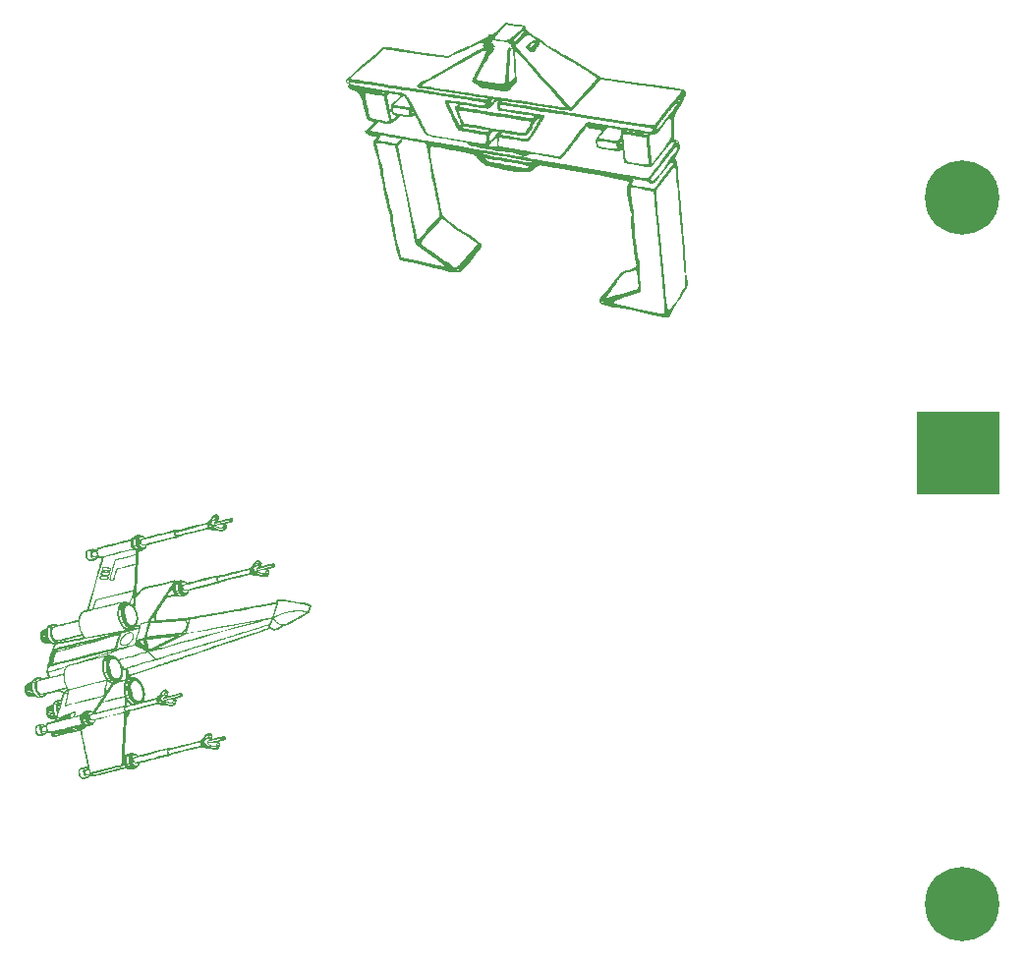
<source format=gbr>
%TF.GenerationSoftware,KiCad,Pcbnew,7.0.11*%
%TF.CreationDate,2025-10-10T23:19:54-07:00*%
%TF.ProjectId,frontpanel,66726f6e-7470-4616-9e65-6c2e6b696361,rev?*%
%TF.SameCoordinates,Original*%
%TF.FileFunction,Soldermask,Top*%
%TF.FilePolarity,Negative*%
%FSLAX46Y46*%
G04 Gerber Fmt 4.6, Leading zero omitted, Abs format (unit mm)*
G04 Created by KiCad (PCBNEW 7.0.11) date 2025-10-10 23:19:54*
%MOMM*%
%LPD*%
G01*
G04 APERTURE LIST*
%ADD10C,0.000000*%
%ADD11C,0.100000*%
%ADD12C,6.400000*%
G04 APERTURE END LIST*
D10*
G36*
X103017458Y-85931046D02*
G01*
X103023085Y-85931520D01*
X103028652Y-85932250D01*
X103034173Y-85933245D01*
X103039665Y-85934515D01*
X103045143Y-85936067D01*
X103050625Y-85937912D01*
X103056125Y-85940058D01*
X103061659Y-85942515D01*
X103067244Y-85945291D01*
X103072896Y-85948395D01*
X103078630Y-85951837D01*
X103084463Y-85955626D01*
X103090410Y-85959770D01*
X103096488Y-85964278D01*
X103109099Y-85974426D01*
X103122424Y-85986140D01*
X103136590Y-85999494D01*
X103151726Y-86014560D01*
X103167958Y-86031410D01*
X103185416Y-86050117D01*
X103205129Y-86071624D01*
X103222460Y-86090916D01*
X103237513Y-86108264D01*
X103250391Y-86123942D01*
X103261197Y-86138221D01*
X103270036Y-86151373D01*
X103273749Y-86157611D01*
X103277009Y-86163670D01*
X103279829Y-86169583D01*
X103282221Y-86175385D01*
X103284199Y-86181108D01*
X103285776Y-86186789D01*
X103286964Y-86192459D01*
X103287776Y-86198154D01*
X103288225Y-86203908D01*
X103288325Y-86209754D01*
X103288087Y-86215726D01*
X103287526Y-86221859D01*
X103285484Y-86234742D01*
X103282300Y-86248675D01*
X103278080Y-86263930D01*
X103272926Y-86280780D01*
X103248097Y-86359996D01*
X103238571Y-86391776D01*
X103231114Y-86418762D01*
X103225836Y-86441273D01*
X103222846Y-86459626D01*
X103222243Y-86467343D01*
X103222253Y-86474140D01*
X103222889Y-86480057D01*
X103224165Y-86485133D01*
X103226095Y-86489408D01*
X103228692Y-86492923D01*
X103231970Y-86495716D01*
X103235942Y-86497828D01*
X103240622Y-86499299D01*
X103246024Y-86500167D01*
X103252161Y-86500474D01*
X103259048Y-86500258D01*
X103275121Y-86498420D01*
X103294353Y-86494970D01*
X103342730Y-86484508D01*
X103403725Y-86470445D01*
X103471966Y-86453797D01*
X103539111Y-86436633D01*
X103596819Y-86421020D01*
X103753032Y-86377540D01*
X103797744Y-86365797D01*
X103847838Y-86353287D01*
X103911825Y-86337349D01*
X103969548Y-86322701D01*
X104081030Y-86294891D01*
X104171601Y-86274096D01*
X104209875Y-86266258D01*
X104243917Y-86260088D01*
X104274058Y-86255558D01*
X104300632Y-86252638D01*
X104323969Y-86251300D01*
X104344402Y-86251516D01*
X104362262Y-86253257D01*
X104377882Y-86256495D01*
X104391593Y-86261199D01*
X104403727Y-86267343D01*
X104414616Y-86274897D01*
X104424593Y-86283833D01*
X104429497Y-86289273D01*
X104434161Y-86295509D01*
X104438581Y-86302484D01*
X104442753Y-86310145D01*
X104450337Y-86327300D01*
X104456886Y-86346534D01*
X104462370Y-86367404D01*
X104466760Y-86389471D01*
X104470028Y-86412292D01*
X104472144Y-86435427D01*
X104473080Y-86458434D01*
X104472806Y-86480873D01*
X104471294Y-86502302D01*
X104468514Y-86522280D01*
X104464438Y-86540367D01*
X104461904Y-86548562D01*
X104459036Y-86556119D01*
X104455829Y-86562983D01*
X104452280Y-86569098D01*
X104448385Y-86574409D01*
X104444141Y-86578861D01*
X104440052Y-86581581D01*
X104433194Y-86584925D01*
X104423726Y-86588847D01*
X104411807Y-86593298D01*
X104381248Y-86603602D01*
X104342783Y-86615459D01*
X104297682Y-86628491D01*
X104247211Y-86642321D01*
X104192639Y-86656571D01*
X104135232Y-86670863D01*
X103852067Y-86739509D01*
X103913711Y-86805067D01*
X103923916Y-86816106D01*
X103932809Y-86826288D01*
X103936772Y-86831143D01*
X103940416Y-86835886D01*
X103943744Y-86840550D01*
X103946759Y-86845171D01*
X103949465Y-86849781D01*
X103951863Y-86854416D01*
X103953957Y-86859108D01*
X103955750Y-86863893D01*
X103957244Y-86868803D01*
X103958444Y-86873874D01*
X103959351Y-86879139D01*
X103959969Y-86884633D01*
X103960301Y-86890388D01*
X103960349Y-86896440D01*
X103960116Y-86902822D01*
X103959606Y-86909569D01*
X103958822Y-86916714D01*
X103957765Y-86924292D01*
X103956440Y-86932336D01*
X103954849Y-86940881D01*
X103950882Y-86959608D01*
X103945887Y-86980746D01*
X103939888Y-87004567D01*
X103932909Y-87031344D01*
X103921680Y-87072192D01*
X103910370Y-87109620D01*
X103898842Y-87143802D01*
X103886960Y-87174912D01*
X103874588Y-87203126D01*
X103861590Y-87228619D01*
X103847829Y-87251567D01*
X103833170Y-87272143D01*
X103817476Y-87290523D01*
X103800612Y-87306882D01*
X103782441Y-87321396D01*
X103762827Y-87334238D01*
X103741634Y-87345585D01*
X103718726Y-87355610D01*
X103693967Y-87364490D01*
X103667220Y-87372399D01*
X103643073Y-87377716D01*
X103614434Y-87382043D01*
X103582034Y-87385408D01*
X103546609Y-87387837D01*
X103508892Y-87389357D01*
X103469616Y-87389994D01*
X103389321Y-87388725D01*
X103311593Y-87384244D01*
X103275526Y-87380866D01*
X103242301Y-87376764D01*
X103212652Y-87371966D01*
X103187313Y-87366498D01*
X103167016Y-87360386D01*
X103152496Y-87353658D01*
X103148845Y-87352094D01*
X103142766Y-87350430D01*
X103134401Y-87348682D01*
X103123887Y-87346863D01*
X103096973Y-87343070D01*
X103063139Y-87339164D01*
X103023500Y-87335257D01*
X102979170Y-87331464D01*
X102931263Y-87327897D01*
X102880894Y-87324669D01*
X102827801Y-87320817D01*
X102772086Y-87315463D01*
X102715410Y-87308850D01*
X102659435Y-87301224D01*
X102605822Y-87292826D01*
X102556233Y-87283902D01*
X102512329Y-87274694D01*
X102475773Y-87265446D01*
X102448798Y-87257924D01*
X102424139Y-87251538D01*
X102401030Y-87246371D01*
X102378704Y-87242501D01*
X102367595Y-87241078D01*
X102356395Y-87240010D01*
X102345008Y-87239307D01*
X102333337Y-87238978D01*
X102321288Y-87239035D01*
X102308765Y-87239486D01*
X102295671Y-87240343D01*
X102281911Y-87241614D01*
X102252011Y-87245444D01*
X102218297Y-87251054D01*
X102180003Y-87258526D01*
X102136365Y-87267941D01*
X102086615Y-87279379D01*
X102029987Y-87292920D01*
X101893034Y-87326635D01*
X101406211Y-87448819D01*
X101377787Y-87456356D01*
X101345369Y-87464544D01*
X101312944Y-87472432D01*
X101284501Y-87479071D01*
X101066777Y-87530314D01*
X100825363Y-87590374D01*
X100333995Y-87719872D01*
X99935456Y-87833413D01*
X99810079Y-87873527D01*
X99772702Y-87887552D01*
X99754806Y-87896844D01*
X99747328Y-87902154D01*
X99735877Y-87908288D01*
X99720692Y-87915172D01*
X99702009Y-87922735D01*
X99680067Y-87930902D01*
X99655102Y-87939599D01*
X99597057Y-87958294D01*
X99529775Y-87978231D01*
X99455156Y-87998824D01*
X99375102Y-88019486D01*
X99291514Y-88039629D01*
X98858619Y-88143423D01*
X98394638Y-88258799D01*
X98042177Y-88347783D01*
X97877387Y-88388177D01*
X97869889Y-88389819D01*
X97860492Y-88392088D01*
X97849574Y-88394892D01*
X97837512Y-88398140D01*
X97824685Y-88401738D01*
X97811469Y-88405594D01*
X97798243Y-88409615D01*
X97785385Y-88413709D01*
X97755754Y-88422417D01*
X97720055Y-88432128D01*
X97701337Y-88436943D01*
X97682791Y-88441512D01*
X97664978Y-88445667D01*
X97648461Y-88449243D01*
X97532091Y-88474767D01*
X97420807Y-88501764D01*
X97317822Y-88529234D01*
X97226353Y-88556174D01*
X97149614Y-88581582D01*
X97090821Y-88604457D01*
X97069158Y-88614631D01*
X97053187Y-88623797D01*
X97043309Y-88631828D01*
X97040781Y-88635379D01*
X97039928Y-88638599D01*
X97038768Y-88650869D01*
X97035460Y-88665876D01*
X97030259Y-88683134D01*
X97023420Y-88702159D01*
X97015200Y-88722465D01*
X97005853Y-88743566D01*
X96995636Y-88764977D01*
X96984804Y-88786212D01*
X96973613Y-88806786D01*
X96962318Y-88826213D01*
X96951175Y-88844009D01*
X96940440Y-88859687D01*
X96930368Y-88872762D01*
X96921215Y-88882748D01*
X96917063Y-88886431D01*
X96913237Y-88889160D01*
X96909768Y-88890874D01*
X96906689Y-88891513D01*
X96905167Y-88891685D01*
X96903369Y-88892123D01*
X96898979Y-88893766D01*
X96893592Y-88896388D01*
X96887279Y-88899938D01*
X96880113Y-88904361D01*
X96872166Y-88909604D01*
X96863512Y-88915615D01*
X96854221Y-88922340D01*
X96844367Y-88929725D01*
X96834022Y-88937719D01*
X96823259Y-88946267D01*
X96812149Y-88955316D01*
X96800765Y-88964814D01*
X96789179Y-88974707D01*
X96777465Y-88984941D01*
X96765694Y-88995465D01*
X96752462Y-89007025D01*
X96738768Y-89018223D01*
X96724673Y-89029027D01*
X96710240Y-89039404D01*
X96695530Y-89049321D01*
X96680606Y-89058745D01*
X96665528Y-89067644D01*
X96650360Y-89075984D01*
X96635162Y-89083733D01*
X96619998Y-89090859D01*
X96604928Y-89097327D01*
X96590015Y-89103106D01*
X96575321Y-89108162D01*
X96560908Y-89112462D01*
X96546837Y-89115975D01*
X96533170Y-89118667D01*
X96508573Y-89123338D01*
X96484026Y-89128620D01*
X96460181Y-89134344D01*
X96437687Y-89140345D01*
X96417194Y-89146452D01*
X96399353Y-89152500D01*
X96384813Y-89158321D01*
X96378984Y-89161094D01*
X96374224Y-89163746D01*
X96371281Y-89166757D01*
X96368331Y-89172215D01*
X96362383Y-89190899D01*
X96356316Y-89220650D01*
X96350068Y-89262321D01*
X96343575Y-89316765D01*
X96336773Y-89384835D01*
X96321994Y-89565262D01*
X96305223Y-89810423D01*
X96285957Y-90127140D01*
X96263689Y-90522233D01*
X96237914Y-91002525D01*
X96142350Y-92816158D01*
X96416180Y-92546785D01*
X96690028Y-92277411D01*
X97009518Y-92196570D01*
X97374648Y-92103883D01*
X97886157Y-91975141D01*
X98572518Y-91807566D01*
X99180995Y-91662231D01*
X99458848Y-91600214D01*
X99461505Y-91600294D01*
X99464169Y-91600530D01*
X99466836Y-91600918D01*
X99469502Y-91601456D01*
X99472162Y-91602138D01*
X99474812Y-91602961D01*
X99477447Y-91603921D01*
X99480064Y-91605014D01*
X99482659Y-91606237D01*
X99485226Y-91607584D01*
X99487761Y-91609054D01*
X99490261Y-91610640D01*
X99495137Y-91614151D01*
X99499817Y-91618084D01*
X99504268Y-91622410D01*
X99508456Y-91627097D01*
X99512346Y-91632113D01*
X99515904Y-91637429D01*
X99519096Y-91643011D01*
X99520543Y-91645893D01*
X99521886Y-91648830D01*
X99523120Y-91651818D01*
X99524240Y-91654854D01*
X99525244Y-91657933D01*
X99526125Y-91661052D01*
X99529551Y-91673274D01*
X99532887Y-91684675D01*
X99536064Y-91695007D01*
X99539014Y-91704019D01*
X99541668Y-91711463D01*
X99543956Y-91717089D01*
X99544943Y-91719143D01*
X99545812Y-91720648D01*
X99546555Y-91721574D01*
X99546877Y-91721810D01*
X99547165Y-91721889D01*
X99551579Y-91720648D01*
X99562597Y-91717089D01*
X99601446Y-91704019D01*
X99657717Y-91684675D01*
X99725413Y-91661052D01*
X99761417Y-91648830D01*
X99797380Y-91637429D01*
X99832344Y-91627097D01*
X99865353Y-91618084D01*
X99895450Y-91610640D01*
X99921677Y-91605014D01*
X99943076Y-91601456D01*
X99951667Y-91600530D01*
X99958691Y-91600214D01*
X99985363Y-91601303D01*
X100014963Y-91604453D01*
X100046971Y-91609487D01*
X100080871Y-91616229D01*
X100116142Y-91624504D01*
X100152267Y-91634133D01*
X100188727Y-91644943D01*
X100225003Y-91656755D01*
X100260576Y-91669394D01*
X100294928Y-91682684D01*
X100327541Y-91696448D01*
X100357895Y-91710510D01*
X100385472Y-91724694D01*
X100409754Y-91738824D01*
X100430222Y-91752723D01*
X100446357Y-91766215D01*
X100524672Y-91841318D01*
X100752457Y-91780604D01*
X100926729Y-91734385D01*
X101025867Y-91708606D01*
X102121241Y-91438917D01*
X102570425Y-91330978D01*
X102924516Y-91251447D01*
X103061625Y-91223245D01*
X103169829Y-91203238D01*
X103247419Y-91191791D01*
X103292684Y-91189267D01*
X103318060Y-91190463D01*
X103343536Y-91190644D01*
X103368425Y-91189874D01*
X103392041Y-91188216D01*
X103413696Y-91185733D01*
X103423574Y-91184202D01*
X103432705Y-91182488D01*
X103441002Y-91180600D01*
X103448380Y-91178545D01*
X103454753Y-91176330D01*
X103460036Y-91173965D01*
X103465154Y-91171430D01*
X103471059Y-91168800D01*
X103477680Y-91166096D01*
X103484946Y-91163338D01*
X103501137Y-91157745D01*
X103519068Y-91152187D01*
X103538178Y-91146828D01*
X103557904Y-91141834D01*
X103577686Y-91137372D01*
X103596960Y-91133606D01*
X104468652Y-90922659D01*
X105359313Y-90700237D01*
X106070541Y-90700237D01*
X106070709Y-90716841D01*
X106071671Y-90732988D01*
X106073455Y-90748534D01*
X106076086Y-90763334D01*
X106084035Y-90802735D01*
X106089134Y-90828620D01*
X106094142Y-90854651D01*
X106095549Y-90860152D01*
X106097795Y-90866292D01*
X106104605Y-90880272D01*
X106114173Y-90896166D01*
X106126099Y-90913546D01*
X106139983Y-90931988D01*
X106155427Y-90951063D01*
X106172030Y-90970346D01*
X106189393Y-90989411D01*
X106207116Y-91007829D01*
X106224801Y-91025176D01*
X106242047Y-91041024D01*
X106258454Y-91054947D01*
X106273624Y-91066518D01*
X106287158Y-91075312D01*
X106293185Y-91078533D01*
X106298654Y-91080900D01*
X106303513Y-91082360D01*
X106307714Y-91082858D01*
X106308492Y-91082756D01*
X106309105Y-91082454D01*
X106309554Y-91081956D01*
X106309843Y-91081267D01*
X106309973Y-91080393D01*
X106309949Y-91079338D01*
X106309771Y-91078108D01*
X106309444Y-91076707D01*
X106308968Y-91075141D01*
X106308348Y-91073414D01*
X106306684Y-91069498D01*
X106304471Y-91064999D01*
X106301730Y-91059958D01*
X106298483Y-91054415D01*
X106294750Y-91048409D01*
X106290552Y-91041980D01*
X106285910Y-91035169D01*
X106280845Y-91028014D01*
X106275377Y-91020557D01*
X106269528Y-91012837D01*
X106263319Y-91004894D01*
X106263406Y-91005368D01*
X106250399Y-90986503D01*
X106237517Y-90963418D01*
X106224899Y-90936699D01*
X106221703Y-90928910D01*
X106342272Y-90928910D01*
X106342277Y-90929807D01*
X106342538Y-90930959D01*
X106343060Y-90932371D01*
X106344898Y-90935977D01*
X106347817Y-90940639D01*
X106351846Y-90946373D01*
X106362847Y-90960864D01*
X106374546Y-90975250D01*
X106386748Y-90989366D01*
X106399259Y-91003049D01*
X106411885Y-91016133D01*
X106424432Y-91028457D01*
X106436706Y-91039855D01*
X106448512Y-91050165D01*
X106459656Y-91059221D01*
X106469944Y-91066861D01*
X106479182Y-91072919D01*
X106487176Y-91077234D01*
X106490646Y-91078686D01*
X106493732Y-91079640D01*
X106496409Y-91080076D01*
X106498655Y-91079973D01*
X106500443Y-91079312D01*
X106501751Y-91078071D01*
X106502553Y-91076230D01*
X106502826Y-91073768D01*
X106502843Y-91073786D01*
X106502716Y-91073135D01*
X106502337Y-91072266D01*
X106500851Y-91069898D01*
X106498435Y-91066729D01*
X106495139Y-91062809D01*
X106491014Y-91058187D01*
X106486107Y-91052910D01*
X106480471Y-91047029D01*
X106474153Y-91040590D01*
X106459675Y-91026238D01*
X106443072Y-91010244D01*
X106424743Y-90992998D01*
X106405086Y-90974888D01*
X106395367Y-90966109D01*
X106386372Y-90958193D01*
X106378128Y-90951157D01*
X106370662Y-90945013D01*
X106364003Y-90939778D01*
X106358177Y-90935466D01*
X106353213Y-90932091D01*
X106349137Y-90929670D01*
X106345979Y-90928216D01*
X106344751Y-90927856D01*
X106343764Y-90927744D01*
X106343019Y-90927881D01*
X106342521Y-90928269D01*
X106342272Y-90928910D01*
X106221703Y-90928910D01*
X106212685Y-90906930D01*
X106201016Y-90874698D01*
X106190031Y-90840588D01*
X106179871Y-90805186D01*
X106170676Y-90769076D01*
X106162585Y-90732846D01*
X106155739Y-90697079D01*
X106150278Y-90662362D01*
X106146342Y-90629281D01*
X106146103Y-90626041D01*
X106259002Y-90626041D01*
X106259250Y-90628837D01*
X106259988Y-90632123D01*
X106262883Y-90640101D01*
X106267588Y-90649847D01*
X106274006Y-90661231D01*
X106282039Y-90674124D01*
X106291591Y-90688396D01*
X106302564Y-90703919D01*
X106314860Y-90720561D01*
X106328382Y-90738195D01*
X106343033Y-90756691D01*
X106358715Y-90775919D01*
X106375331Y-90795750D01*
X106392783Y-90816055D01*
X106410974Y-90836704D01*
X106429806Y-90857567D01*
X106449183Y-90878516D01*
X106476783Y-90907709D01*
X106502615Y-90934392D01*
X106526880Y-90958710D01*
X106549779Y-90980810D01*
X106571515Y-91000836D01*
X106592289Y-91018936D01*
X106612302Y-91035254D01*
X106631757Y-91049937D01*
X106650855Y-91063129D01*
X106669797Y-91074978D01*
X106688786Y-91085628D01*
X106708023Y-91095226D01*
X106727709Y-91103917D01*
X106748047Y-91111847D01*
X106769238Y-91119162D01*
X106791484Y-91126008D01*
X106829924Y-91136171D01*
X106870981Y-91145134D01*
X106913916Y-91152883D01*
X106957992Y-91159401D01*
X107002471Y-91164675D01*
X107046616Y-91168690D01*
X107089688Y-91171431D01*
X107130951Y-91172884D01*
X107169667Y-91173034D01*
X107205097Y-91171865D01*
X107236505Y-91169365D01*
X107263152Y-91165517D01*
X107284301Y-91160307D01*
X107299215Y-91153721D01*
X107304103Y-91149907D01*
X107307155Y-91145744D01*
X107308279Y-91141229D01*
X107307384Y-91136361D01*
X107307787Y-91136361D01*
X107306799Y-91134036D01*
X107305560Y-91131805D01*
X107304069Y-91129669D01*
X107302328Y-91127628D01*
X107300337Y-91125681D01*
X107298097Y-91123829D01*
X107295608Y-91122072D01*
X107292870Y-91120410D01*
X107289885Y-91118843D01*
X107286653Y-91117371D01*
X107283174Y-91115995D01*
X107279449Y-91114713D01*
X107275479Y-91113527D01*
X107271263Y-91112436D01*
X107266804Y-91111441D01*
X107262100Y-91110542D01*
X107257153Y-91109738D01*
X107251963Y-91109030D01*
X107240857Y-91107901D01*
X107228787Y-91107156D01*
X107215757Y-91106796D01*
X107201771Y-91106821D01*
X107186834Y-91107232D01*
X107170950Y-91108030D01*
X107154123Y-91109215D01*
X107099803Y-91111148D01*
X107044854Y-91108548D01*
X106989773Y-91101684D01*
X106935055Y-91090825D01*
X106881196Y-91076240D01*
X106828692Y-91058200D01*
X106778038Y-91036973D01*
X106729732Y-91012830D01*
X106684268Y-90986039D01*
X106642142Y-90956871D01*
X106603850Y-90925593D01*
X106569889Y-90892478D01*
X106540753Y-90857792D01*
X106528150Y-90839945D01*
X106516940Y-90821807D01*
X106507183Y-90803411D01*
X106498944Y-90784791D01*
X106492282Y-90765981D01*
X106487261Y-90747014D01*
X106485396Y-90737215D01*
X106484059Y-90727243D01*
X106483236Y-90717131D01*
X106482910Y-90706910D01*
X106483327Y-90695773D01*
X106569978Y-90695773D01*
X106570522Y-90702819D01*
X106572163Y-90710413D01*
X106574853Y-90718513D01*
X106578547Y-90727075D01*
X106583197Y-90736058D01*
X106588756Y-90745419D01*
X106595179Y-90755115D01*
X106610427Y-90775343D01*
X106628567Y-90796402D01*
X106649226Y-90817952D01*
X106672031Y-90839653D01*
X106696607Y-90861164D01*
X106722582Y-90882145D01*
X106749582Y-90902256D01*
X106777234Y-90921157D01*
X106805164Y-90938507D01*
X106832999Y-90953967D01*
X106860366Y-90967196D01*
X106873757Y-90972867D01*
X106886890Y-90977853D01*
X106915538Y-90987466D01*
X106943871Y-90995819D01*
X106971752Y-91002912D01*
X106999043Y-91008744D01*
X107025606Y-91013315D01*
X107051304Y-91016624D01*
X107075999Y-91018670D01*
X107099554Y-91019452D01*
X107121831Y-91018970D01*
X107142693Y-91017224D01*
X107162002Y-91014213D01*
X107179621Y-91009935D01*
X107195411Y-91004391D01*
X107209236Y-90997579D01*
X107214587Y-90993890D01*
X107362278Y-90993890D01*
X107362571Y-91013497D01*
X107363993Y-91030433D01*
X107365158Y-91037704D01*
X107366641Y-91044071D01*
X107368453Y-91049457D01*
X107370608Y-91053782D01*
X107373158Y-91057740D01*
X107375678Y-91061287D01*
X107378174Y-91064416D01*
X107380651Y-91067123D01*
X107383114Y-91069400D01*
X107385568Y-91071243D01*
X107388017Y-91072645D01*
X107389242Y-91073180D01*
X107390468Y-91073601D01*
X107391695Y-91073910D01*
X107392924Y-91074106D01*
X107394156Y-91074186D01*
X107395392Y-91074152D01*
X107396631Y-91074002D01*
X107397875Y-91073735D01*
X107399125Y-91073351D01*
X107400380Y-91072848D01*
X107401642Y-91072227D01*
X107402911Y-91071486D01*
X107405474Y-91069644D01*
X107408073Y-91067314D01*
X107410713Y-91064492D01*
X107413399Y-91061172D01*
X107416138Y-91057348D01*
X107418932Y-91053013D01*
X107421789Y-91048164D01*
X107424712Y-91042792D01*
X107427707Y-91036894D01*
X107430778Y-91030462D01*
X107433932Y-91023492D01*
X107437173Y-91015976D01*
X107440505Y-91007911D01*
X107443935Y-90999289D01*
X107447466Y-90990106D01*
X107454856Y-90970030D01*
X107462715Y-90947636D01*
X107462715Y-90947671D01*
X107468477Y-90929422D01*
X107472968Y-90911929D01*
X107476205Y-90895252D01*
X107478208Y-90879449D01*
X107478992Y-90864577D01*
X107478575Y-90850694D01*
X107476976Y-90837858D01*
X107475738Y-90831851D01*
X107474211Y-90826128D01*
X107472397Y-90820695D01*
X107470298Y-90815560D01*
X107467916Y-90810731D01*
X107465254Y-90806214D01*
X107462314Y-90802017D01*
X107459097Y-90798147D01*
X107455607Y-90794610D01*
X107451845Y-90791416D01*
X107447814Y-90788570D01*
X107443515Y-90786080D01*
X107438951Y-90783953D01*
X107434124Y-90782197D01*
X107429036Y-90780819D01*
X107423690Y-90779825D01*
X107418087Y-90779223D01*
X107412231Y-90779021D01*
X107409319Y-90779695D01*
X107406392Y-90781665D01*
X107403462Y-90784853D01*
X107400541Y-90789179D01*
X107394772Y-90800933D01*
X107389182Y-90816299D01*
X107383864Y-90834650D01*
X107378914Y-90855357D01*
X107374428Y-90877792D01*
X107370500Y-90901326D01*
X107367226Y-90925331D01*
X107364701Y-90949179D01*
X107363020Y-90972242D01*
X107362278Y-90993890D01*
X107214587Y-90993890D01*
X107220957Y-90989500D01*
X107225986Y-90984985D01*
X107230437Y-90980152D01*
X107230525Y-90979871D01*
X107234189Y-90975215D01*
X107237875Y-90970033D01*
X107241558Y-90964382D01*
X107245214Y-90958316D01*
X107248818Y-90951892D01*
X107252346Y-90945162D01*
X107255775Y-90938184D01*
X107259079Y-90931012D01*
X107262235Y-90923701D01*
X107265219Y-90916307D01*
X107268005Y-90908883D01*
X107270570Y-90901487D01*
X107272889Y-90894172D01*
X107274939Y-90886994D01*
X107276695Y-90880008D01*
X107278132Y-90873269D01*
X107281026Y-90859795D01*
X107284453Y-90846020D01*
X107288287Y-90832332D01*
X107292402Y-90819122D01*
X107296674Y-90806779D01*
X107300977Y-90795692D01*
X107305185Y-90786251D01*
X107307215Y-90782270D01*
X107309174Y-90778846D01*
X107310055Y-90777126D01*
X107310549Y-90775438D01*
X107310658Y-90773783D01*
X107310388Y-90772162D01*
X107309742Y-90770577D01*
X107308726Y-90769028D01*
X107307343Y-90767516D01*
X107305597Y-90766042D01*
X107303494Y-90764608D01*
X107301037Y-90763214D01*
X107298231Y-90761861D01*
X107295081Y-90760552D01*
X107291589Y-90759286D01*
X107287762Y-90758064D01*
X107283603Y-90756889D01*
X107279117Y-90755760D01*
X107274307Y-90754679D01*
X107269179Y-90753647D01*
X107257985Y-90751734D01*
X107245568Y-90750029D01*
X107231964Y-90748541D01*
X107217207Y-90747278D01*
X107201333Y-90746249D01*
X107184376Y-90745462D01*
X107166371Y-90744926D01*
X107094506Y-90743893D01*
X107032188Y-90744420D01*
X106977061Y-90746774D01*
X106951458Y-90748719D01*
X106926769Y-90751221D01*
X106902700Y-90754314D01*
X106878956Y-90758030D01*
X106855242Y-90762403D01*
X106831264Y-90767466D01*
X106781338Y-90779796D01*
X106726821Y-90795288D01*
X106721061Y-90796807D01*
X106715287Y-90797946D01*
X106709519Y-90798720D01*
X106703777Y-90799142D01*
X106698081Y-90799229D01*
X106692451Y-90798994D01*
X106686907Y-90798452D01*
X106681469Y-90797617D01*
X106676158Y-90796505D01*
X106670992Y-90795131D01*
X106665994Y-90793507D01*
X106661181Y-90791651D01*
X106656575Y-90789575D01*
X106652195Y-90787295D01*
X106648062Y-90784825D01*
X106644196Y-90782180D01*
X106640616Y-90779375D01*
X106637343Y-90776423D01*
X106634396Y-90773341D01*
X106631796Y-90770143D01*
X106629563Y-90766842D01*
X106627717Y-90763455D01*
X106626278Y-90759995D01*
X106625266Y-90756477D01*
X106624700Y-90752916D01*
X106624602Y-90749326D01*
X106624991Y-90745723D01*
X106625886Y-90742120D01*
X106627309Y-90738533D01*
X106629280Y-90734976D01*
X106631817Y-90731463D01*
X106634942Y-90728010D01*
X106638822Y-90725764D01*
X106646866Y-90722515D01*
X106674552Y-90713255D01*
X106716211Y-90700724D01*
X106770058Y-90685416D01*
X106834306Y-90667825D01*
X106907166Y-90648447D01*
X106986853Y-90627773D01*
X107071579Y-90606300D01*
X107537327Y-90489591D01*
X107548518Y-90486829D01*
X107562884Y-90482986D01*
X107598764Y-90472827D01*
X107640201Y-90460643D01*
X107682429Y-90447968D01*
X107746629Y-90428820D01*
X107768490Y-90422792D01*
X107785731Y-90418655D01*
X107793137Y-90417185D01*
X107800009Y-90416054D01*
X107806553Y-90415219D01*
X107812976Y-90414635D01*
X107826289Y-90414044D01*
X107841603Y-90413926D01*
X107843157Y-90413865D01*
X107844691Y-90413686D01*
X107846204Y-90413390D01*
X107847694Y-90412982D01*
X107849158Y-90412463D01*
X107850595Y-90411838D01*
X107852003Y-90411108D01*
X107853379Y-90410277D01*
X107854722Y-90409347D01*
X107856031Y-90408323D01*
X107857302Y-90407206D01*
X107858534Y-90406000D01*
X107859725Y-90404708D01*
X107860873Y-90403332D01*
X107861977Y-90401875D01*
X107863033Y-90400342D01*
X107864041Y-90398733D01*
X107864997Y-90397054D01*
X107865901Y-90395305D01*
X107866751Y-90393492D01*
X107867543Y-90391615D01*
X107868277Y-90389679D01*
X107868950Y-90387686D01*
X107869561Y-90385639D01*
X107870108Y-90383542D01*
X107870587Y-90381397D01*
X107870999Y-90379207D01*
X107871340Y-90376975D01*
X107871608Y-90374704D01*
X107871803Y-90372397D01*
X107871921Y-90370058D01*
X107871960Y-90367688D01*
X107871740Y-90363348D01*
X107871075Y-90359321D01*
X107869963Y-90355608D01*
X107868400Y-90352208D01*
X107866384Y-90349121D01*
X107863911Y-90346348D01*
X107860978Y-90343889D01*
X107857581Y-90341745D01*
X107853717Y-90339915D01*
X107849384Y-90338400D01*
X107844577Y-90337199D01*
X107839294Y-90336314D01*
X107833531Y-90335745D01*
X107827285Y-90335491D01*
X107820553Y-90335553D01*
X107813332Y-90335931D01*
X107805617Y-90336626D01*
X107797407Y-90337637D01*
X107788697Y-90338965D01*
X107779485Y-90340610D01*
X107769767Y-90342572D01*
X107759540Y-90344852D01*
X107748801Y-90347449D01*
X107737546Y-90350365D01*
X107725772Y-90353599D01*
X107713477Y-90357151D01*
X107687306Y-90365212D01*
X107659009Y-90374549D01*
X107628558Y-90385165D01*
X107611716Y-90390895D01*
X107593008Y-90396761D01*
X107573056Y-90402601D01*
X107552482Y-90408249D01*
X107531909Y-90413542D01*
X107511959Y-90418315D01*
X107493255Y-90422405D01*
X107476420Y-90425648D01*
X107460199Y-90428545D01*
X107443270Y-90431975D01*
X107426132Y-90435799D01*
X107409280Y-90439879D01*
X107393215Y-90444077D01*
X107378433Y-90448256D01*
X107365432Y-90452278D01*
X107354710Y-90456005D01*
X107343999Y-90459694D01*
X107331006Y-90463773D01*
X107316229Y-90468101D01*
X107300165Y-90472537D01*
X107283312Y-90476941D01*
X107266168Y-90481172D01*
X107249232Y-90485091D01*
X107232999Y-90488556D01*
X107096514Y-90517529D01*
X106971390Y-90546600D01*
X106859616Y-90575166D01*
X106763180Y-90602624D01*
X106684070Y-90628371D01*
X106624274Y-90651804D01*
X106602240Y-90662465D01*
X106585780Y-90672321D01*
X106575143Y-90681297D01*
X106570577Y-90689318D01*
X106569978Y-90695773D01*
X106483327Y-90695773D01*
X106483683Y-90686267D01*
X106486250Y-90665570D01*
X106490482Y-90645071D01*
X106496250Y-90625024D01*
X106503425Y-90605683D01*
X106511878Y-90587301D01*
X106521480Y-90570131D01*
X106532102Y-90554428D01*
X106543614Y-90540446D01*
X106549664Y-90534179D01*
X106555888Y-90528437D01*
X106562271Y-90523251D01*
X106568796Y-90518655D01*
X106575446Y-90514678D01*
X106582207Y-90511354D01*
X106589061Y-90508713D01*
X106595993Y-90506787D01*
X106602986Y-90505608D01*
X106610024Y-90505208D01*
X106615166Y-90505085D01*
X106619983Y-90504718D01*
X106624476Y-90504116D01*
X106628644Y-90503286D01*
X106632486Y-90502235D01*
X106636003Y-90500970D01*
X106639195Y-90499498D01*
X106642060Y-90497828D01*
X106644600Y-90495965D01*
X106646812Y-90493917D01*
X106648698Y-90491692D01*
X106650257Y-90489297D01*
X106651488Y-90486738D01*
X106652392Y-90484024D01*
X106652968Y-90481161D01*
X106653215Y-90478157D01*
X106653135Y-90475018D01*
X106652725Y-90471753D01*
X106651987Y-90468368D01*
X106650919Y-90464870D01*
X106649522Y-90461268D01*
X106647794Y-90457567D01*
X106645737Y-90453776D01*
X106643350Y-90449901D01*
X106640631Y-90445951D01*
X106637582Y-90441931D01*
X106634202Y-90437849D01*
X106630490Y-90433713D01*
X106626447Y-90429530D01*
X106622071Y-90425306D01*
X106617363Y-90421050D01*
X106612323Y-90416768D01*
X106604590Y-90411486D01*
X106595770Y-90407483D01*
X106585949Y-90404709D01*
X106575215Y-90403112D01*
X106563656Y-90402639D01*
X106551359Y-90403241D01*
X106538410Y-90404863D01*
X106524899Y-90407456D01*
X106510912Y-90410966D01*
X106496536Y-90415343D01*
X106466970Y-90426489D01*
X106436900Y-90440478D01*
X106407025Y-90456898D01*
X106378045Y-90475333D01*
X106350659Y-90495370D01*
X106325567Y-90516595D01*
X106303469Y-90538593D01*
X106293761Y-90549753D01*
X106285064Y-90560951D01*
X106277465Y-90572135D01*
X106271051Y-90583254D01*
X106265911Y-90594256D01*
X106262131Y-90605089D01*
X106259799Y-90615701D01*
X106259002Y-90626041D01*
X106146103Y-90626041D01*
X106144070Y-90598420D01*
X106143604Y-90570366D01*
X106145082Y-90545704D01*
X106148645Y-90525020D01*
X106153808Y-90504090D01*
X106155710Y-90495835D01*
X106157108Y-90489040D01*
X106157965Y-90483697D01*
X106158243Y-90479796D01*
X106158154Y-90478384D01*
X106157906Y-90477329D01*
X106157494Y-90476630D01*
X106156914Y-90476286D01*
X106156162Y-90476295D01*
X106155231Y-90476658D01*
X106154119Y-90477372D01*
X106152820Y-90478436D01*
X106149641Y-90481611D01*
X106145659Y-90486174D01*
X106140835Y-90492116D01*
X106135132Y-90499428D01*
X106120937Y-90518123D01*
X106113620Y-90528904D01*
X106106783Y-90540966D01*
X106100450Y-90554166D01*
X106094650Y-90568359D01*
X106089407Y-90583399D01*
X106084749Y-90599141D01*
X106080701Y-90615441D01*
X106077290Y-90632154D01*
X106074542Y-90649135D01*
X106072484Y-90666239D01*
X106071141Y-90683322D01*
X106070541Y-90700237D01*
X105359313Y-90700237D01*
X105475835Y-90671139D01*
X105544477Y-90653402D01*
X105612857Y-90636640D01*
X105678543Y-90621431D01*
X105739101Y-90608353D01*
X105752010Y-90605106D01*
X105765796Y-90600536D01*
X105795720Y-90587678D01*
X105828327Y-90570269D01*
X105863069Y-90548799D01*
X105899400Y-90523760D01*
X105936770Y-90495642D01*
X105974634Y-90464936D01*
X106012443Y-90432131D01*
X106049650Y-90397720D01*
X106085708Y-90362192D01*
X106120069Y-90326037D01*
X106120432Y-90325626D01*
X106350723Y-90325626D01*
X106350821Y-90335279D01*
X106351125Y-90343847D01*
X106351654Y-90351349D01*
X106352427Y-90357799D01*
X106353461Y-90363214D01*
X106354082Y-90365538D01*
X106354775Y-90367610D01*
X106355543Y-90369431D01*
X106356387Y-90371004D01*
X106357310Y-90372329D01*
X106358315Y-90373411D01*
X106359403Y-90374249D01*
X106360577Y-90374847D01*
X106361838Y-90375206D01*
X106363191Y-90375329D01*
X106364636Y-90375218D01*
X106366175Y-90374874D01*
X106367812Y-90374299D01*
X106369549Y-90373496D01*
X106371387Y-90372466D01*
X106373329Y-90371212D01*
X106377534Y-90368039D01*
X106382183Y-90363993D01*
X106387292Y-90359090D01*
X106391284Y-90355363D01*
X106395680Y-90351745D01*
X106400438Y-90348252D01*
X106405511Y-90344904D01*
X106410856Y-90341718D01*
X106416428Y-90338713D01*
X106422182Y-90335907D01*
X106428073Y-90333319D01*
X106434057Y-90330966D01*
X106440090Y-90328868D01*
X106446127Y-90327042D01*
X106452122Y-90325507D01*
X106458032Y-90324282D01*
X106463812Y-90323384D01*
X106469417Y-90322831D01*
X106474802Y-90322643D01*
X106474767Y-90322590D01*
X106480955Y-90322434D01*
X106486992Y-90321963D01*
X106492879Y-90321174D01*
X106498618Y-90320065D01*
X106504213Y-90318633D01*
X106509665Y-90316875D01*
X106514975Y-90314788D01*
X106520147Y-90312370D01*
X106525183Y-90309617D01*
X106530084Y-90306528D01*
X106534852Y-90303098D01*
X106539491Y-90299326D01*
X106544002Y-90295208D01*
X106548045Y-90291090D01*
X106674834Y-90291090D01*
X106675116Y-90299889D01*
X106676024Y-90308115D01*
X106677557Y-90315830D01*
X106679715Y-90323095D01*
X106682497Y-90329969D01*
X106685903Y-90336514D01*
X106689933Y-90342791D01*
X106694586Y-90348859D01*
X106697228Y-90351961D01*
X106699790Y-90354795D01*
X106702277Y-90357356D01*
X106704696Y-90359640D01*
X106707052Y-90361642D01*
X106709353Y-90363358D01*
X106711604Y-90364782D01*
X106713811Y-90365912D01*
X106715982Y-90366741D01*
X106718121Y-90367265D01*
X106720235Y-90367480D01*
X106722331Y-90367381D01*
X106724415Y-90366963D01*
X106726492Y-90366222D01*
X106728569Y-90365154D01*
X106730653Y-90363753D01*
X106732749Y-90362015D01*
X106734864Y-90359936D01*
X106737004Y-90357510D01*
X106739175Y-90354734D01*
X106741383Y-90351602D01*
X106743635Y-90348111D01*
X106745936Y-90344255D01*
X106748294Y-90340030D01*
X106750714Y-90335431D01*
X106753202Y-90330454D01*
X106755765Y-90325094D01*
X106758409Y-90319347D01*
X106763965Y-90306672D01*
X106769918Y-90292391D01*
X106773980Y-90282094D01*
X106777833Y-90271605D01*
X106781461Y-90261000D01*
X106784848Y-90250354D01*
X106790838Y-90229233D01*
X106795680Y-90208843D01*
X106797632Y-90199108D01*
X106799249Y-90189779D01*
X106800518Y-90180932D01*
X106801422Y-90172642D01*
X106801946Y-90164982D01*
X106802075Y-90158028D01*
X106801792Y-90151854D01*
X106801083Y-90146535D01*
X106801047Y-90146588D01*
X106799306Y-90138478D01*
X106797367Y-90131026D01*
X106795239Y-90124229D01*
X106792931Y-90118083D01*
X106790455Y-90112582D01*
X106787819Y-90107724D01*
X106785033Y-90103502D01*
X106782107Y-90099915D01*
X106779050Y-90096956D01*
X106775873Y-90094622D01*
X106772585Y-90092909D01*
X106769196Y-90091813D01*
X106765715Y-90091328D01*
X106762152Y-90091452D01*
X106758517Y-90092179D01*
X106754820Y-90093506D01*
X106751071Y-90095429D01*
X106747278Y-90097942D01*
X106743453Y-90101042D01*
X106739604Y-90104725D01*
X106735741Y-90108987D01*
X106731875Y-90113822D01*
X106728014Y-90119227D01*
X106724168Y-90125199D01*
X106720348Y-90131731D01*
X106716563Y-90138821D01*
X106712822Y-90146464D01*
X106709136Y-90154656D01*
X106705514Y-90163392D01*
X106701966Y-90172669D01*
X106698501Y-90182481D01*
X106695130Y-90192826D01*
X106690397Y-90208386D01*
X106686292Y-90222888D01*
X106682815Y-90236393D01*
X106679965Y-90248962D01*
X106677743Y-90260656D01*
X106676147Y-90271534D01*
X106675177Y-90281659D01*
X106674834Y-90291090D01*
X106548045Y-90291090D01*
X106548386Y-90290742D01*
X106552647Y-90285926D01*
X106556787Y-90280755D01*
X106560807Y-90275227D01*
X106564710Y-90269341D01*
X106568497Y-90263092D01*
X106572172Y-90256478D01*
X106575736Y-90249496D01*
X106579191Y-90242143D01*
X106582539Y-90234418D01*
X106585784Y-90226316D01*
X106588925Y-90217835D01*
X106591967Y-90208972D01*
X106597759Y-90190091D01*
X106603175Y-90169648D01*
X106608234Y-90147623D01*
X106610733Y-90135368D01*
X106612792Y-90123957D01*
X106614407Y-90113383D01*
X106615575Y-90103640D01*
X106616293Y-90094718D01*
X106616557Y-90086612D01*
X106616365Y-90079313D01*
X106615712Y-90072813D01*
X106614595Y-90067107D01*
X106613011Y-90062185D01*
X106610957Y-90058041D01*
X106609753Y-90056259D01*
X106608429Y-90054668D01*
X106606987Y-90053267D01*
X106605424Y-90052057D01*
X106603742Y-90051035D01*
X106601938Y-90050201D01*
X106600014Y-90049554D01*
X106597969Y-90049093D01*
X106593512Y-90048725D01*
X106587220Y-90049313D01*
X106580306Y-90051038D01*
X106572821Y-90053836D01*
X106564822Y-90057648D01*
X106556360Y-90062410D01*
X106547492Y-90068062D01*
X106528748Y-90081790D01*
X106509022Y-90098337D01*
X106488746Y-90117211D01*
X106468352Y-90137920D01*
X106448270Y-90159972D01*
X106428934Y-90182874D01*
X106410775Y-90206134D01*
X106394225Y-90229259D01*
X106379716Y-90251757D01*
X106367680Y-90273135D01*
X106362723Y-90283250D01*
X106358547Y-90292901D01*
X106355205Y-90302025D01*
X106352751Y-90310562D01*
X106351239Y-90318449D01*
X106350723Y-90325626D01*
X106120432Y-90325626D01*
X106152185Y-90289747D01*
X106181511Y-90253813D01*
X106207497Y-90218724D01*
X106229597Y-90184971D01*
X106247262Y-90153046D01*
X106252250Y-90143498D01*
X106257794Y-90133868D01*
X106270444Y-90114447D01*
X106284994Y-90094955D01*
X106301229Y-90075563D01*
X106318931Y-90056445D01*
X106337883Y-90037773D01*
X106357867Y-90019719D01*
X106378668Y-90002456D01*
X106400067Y-89986157D01*
X106421848Y-89970995D01*
X106443794Y-89957140D01*
X106465687Y-89944767D01*
X106487312Y-89934048D01*
X106508449Y-89925155D01*
X106528883Y-89918261D01*
X106538769Y-89915617D01*
X106548397Y-89913538D01*
X106555954Y-89911808D01*
X106565840Y-89909285D01*
X106577635Y-89906081D01*
X106590919Y-89902308D01*
X106605271Y-89898077D01*
X106620269Y-89893501D01*
X106635494Y-89888691D01*
X106650524Y-89883760D01*
X106661276Y-89880503D01*
X106666475Y-89879209D01*
X106671579Y-89878150D01*
X106676603Y-89877332D01*
X106681562Y-89876764D01*
X106686474Y-89876454D01*
X106691354Y-89876409D01*
X106696218Y-89876638D01*
X106701082Y-89877148D01*
X106705963Y-89877947D01*
X106710876Y-89879044D01*
X106715838Y-89880445D01*
X106720865Y-89882160D01*
X106725971Y-89884195D01*
X106731175Y-89886559D01*
X106736491Y-89889259D01*
X106741937Y-89892304D01*
X106747527Y-89895702D01*
X106753277Y-89899460D01*
X106759205Y-89903586D01*
X106765326Y-89908088D01*
X106778212Y-89918252D01*
X106792062Y-89930016D01*
X106807006Y-89943442D01*
X106823171Y-89958594D01*
X106840687Y-89975534D01*
X106862767Y-89997787D01*
X106882422Y-90019134D01*
X106899689Y-90039723D01*
X106914607Y-90059703D01*
X106921195Y-90069511D01*
X106927211Y-90079222D01*
X106932657Y-90088854D01*
X106937539Y-90098427D01*
X106941861Y-90107958D01*
X106945628Y-90117467D01*
X106948845Y-90126971D01*
X106951516Y-90136489D01*
X106953646Y-90146040D01*
X106955240Y-90155643D01*
X106956301Y-90165315D01*
X106956836Y-90175075D01*
X106956848Y-90184942D01*
X106956343Y-90194934D01*
X106955324Y-90205070D01*
X106953796Y-90215368D01*
X106951765Y-90225847D01*
X106949235Y-90236525D01*
X106946210Y-90247421D01*
X106942694Y-90258553D01*
X106934213Y-90281600D01*
X106923828Y-90305815D01*
X106920296Y-90313787D01*
X106917000Y-90321674D01*
X106913951Y-90329430D01*
X106911159Y-90337007D01*
X106908636Y-90344359D01*
X106906394Y-90351438D01*
X106904443Y-90358198D01*
X106902795Y-90364591D01*
X106901461Y-90370570D01*
X106900452Y-90376088D01*
X106899780Y-90381098D01*
X106899455Y-90385554D01*
X106899490Y-90389408D01*
X106899894Y-90392612D01*
X106900680Y-90395121D01*
X106901219Y-90396100D01*
X106901858Y-90396887D01*
X106902980Y-90397411D01*
X106905035Y-90397695D01*
X106911850Y-90397557D01*
X106922105Y-90396512D01*
X106935607Y-90394599D01*
X106971564Y-90388321D01*
X107018155Y-90379030D01*
X107073814Y-90367034D01*
X107136974Y-90352640D01*
X107206070Y-90336155D01*
X107279536Y-90317888D01*
X107552412Y-90248930D01*
X107697011Y-90213006D01*
X107752496Y-90199770D01*
X107811088Y-90185403D01*
X107866575Y-90171980D01*
X107889919Y-90166850D01*
X107910683Y-90162808D01*
X107929131Y-90159878D01*
X107945529Y-90158084D01*
X107960139Y-90157452D01*
X107973228Y-90158005D01*
X107985058Y-90159768D01*
X107995896Y-90162766D01*
X108006005Y-90167023D01*
X108015649Y-90172564D01*
X108025095Y-90179414D01*
X108034604Y-90187596D01*
X108044444Y-90197136D01*
X108054877Y-90208057D01*
X108061676Y-90215717D01*
X108068056Y-90223653D01*
X108074018Y-90231843D01*
X108079559Y-90240265D01*
X108084681Y-90248897D01*
X108089381Y-90257717D01*
X108093660Y-90266703D01*
X108097516Y-90275833D01*
X108100950Y-90285085D01*
X108103960Y-90294437D01*
X108106546Y-90303866D01*
X108108708Y-90313352D01*
X108110444Y-90322872D01*
X108111754Y-90332403D01*
X108112637Y-90341925D01*
X108113093Y-90351415D01*
X108113121Y-90360850D01*
X108112721Y-90370210D01*
X108111891Y-90379471D01*
X108110632Y-90388613D01*
X108108943Y-90397612D01*
X108106822Y-90406448D01*
X108104270Y-90415097D01*
X108101285Y-90423538D01*
X108097868Y-90431750D01*
X108094017Y-90439709D01*
X108089732Y-90447394D01*
X108085012Y-90454783D01*
X108079857Y-90461855D01*
X108074266Y-90468586D01*
X108068238Y-90474955D01*
X108061773Y-90480940D01*
X108055159Y-90485926D01*
X108046408Y-90491322D01*
X108035666Y-90497076D01*
X108023075Y-90503137D01*
X108008781Y-90509453D01*
X107992927Y-90515974D01*
X107975657Y-90522647D01*
X107957117Y-90529422D01*
X107937449Y-90536247D01*
X107916798Y-90543070D01*
X107873125Y-90556506D01*
X107827250Y-90569321D01*
X107803847Y-90575366D01*
X107780327Y-90581102D01*
X107689735Y-90603158D01*
X107611778Y-90623337D01*
X107554765Y-90639419D01*
X107536711Y-90645231D01*
X107527010Y-90649187D01*
X107525810Y-90650029D01*
X107524797Y-90651043D01*
X107523968Y-90652222D01*
X107523320Y-90653562D01*
X107522850Y-90655058D01*
X107522557Y-90656703D01*
X107522438Y-90658493D01*
X107522490Y-90660422D01*
X107522711Y-90662485D01*
X107523098Y-90664676D01*
X107523649Y-90666991D01*
X107524362Y-90669423D01*
X107525234Y-90671968D01*
X107526263Y-90674621D01*
X107527445Y-90677375D01*
X107528780Y-90680226D01*
X107531894Y-90686196D01*
X107535585Y-90692489D01*
X107539834Y-90699061D01*
X107544621Y-90705871D01*
X107549926Y-90712874D01*
X107555730Y-90720030D01*
X107562013Y-90727295D01*
X107568755Y-90734626D01*
X107582052Y-90749247D01*
X107588011Y-90756286D01*
X107593504Y-90763232D01*
X107598529Y-90770151D01*
X107603082Y-90777109D01*
X107607160Y-90784172D01*
X107610758Y-90791406D01*
X107613873Y-90798878D01*
X107616502Y-90806653D01*
X107618641Y-90814797D01*
X107620287Y-90823376D01*
X107621435Y-90832456D01*
X107622082Y-90842104D01*
X107622226Y-90852385D01*
X107621861Y-90863366D01*
X107620985Y-90875112D01*
X107619594Y-90887690D01*
X107617684Y-90901165D01*
X107615252Y-90915603D01*
X107612294Y-90931071D01*
X107608807Y-90947635D01*
X107604787Y-90965360D01*
X107600230Y-90984313D01*
X107589493Y-91026166D01*
X107576566Y-91073722D01*
X107561422Y-91127509D01*
X107544031Y-91188056D01*
X107540209Y-91200308D01*
X107536041Y-91211694D01*
X107531476Y-91222260D01*
X107526465Y-91232051D01*
X107523777Y-91236669D01*
X107520958Y-91241111D01*
X107518003Y-91245381D01*
X107514906Y-91249486D01*
X107511659Y-91253431D01*
X107508257Y-91257221D01*
X107504693Y-91260863D01*
X107500962Y-91264362D01*
X107497057Y-91267723D01*
X107492972Y-91270953D01*
X107488701Y-91274057D01*
X107484236Y-91277040D01*
X107479573Y-91279908D01*
X107474705Y-91282668D01*
X107464329Y-91287882D01*
X107453057Y-91292727D01*
X107440840Y-91297249D01*
X107427628Y-91301492D01*
X107413371Y-91305502D01*
X107385908Y-91311142D01*
X107351966Y-91315502D01*
X107312542Y-91318634D01*
X107268638Y-91320588D01*
X107171381Y-91321172D01*
X107068190Y-91317667D01*
X106967058Y-91310485D01*
X106919761Y-91305644D01*
X106875978Y-91300039D01*
X106836705Y-91293720D01*
X106802944Y-91286741D01*
X106775692Y-91279151D01*
X106755950Y-91271004D01*
X106748768Y-91267670D01*
X106739773Y-91264366D01*
X106729097Y-91261113D01*
X106716873Y-91257929D01*
X106703234Y-91254834D01*
X106688310Y-91251848D01*
X106672236Y-91248990D01*
X106655143Y-91246279D01*
X106618431Y-91241378D01*
X106579233Y-91237301D01*
X106538608Y-91234203D01*
X106518091Y-91233070D01*
X106497614Y-91232241D01*
X106454476Y-91229949D01*
X106407729Y-91225820D01*
X106358861Y-91220088D01*
X106309359Y-91212987D01*
X106260711Y-91204748D01*
X106214404Y-91195606D01*
X106171926Y-91185794D01*
X106134765Y-91175545D01*
X105969870Y-91125288D01*
X105498243Y-91243805D01*
X104980992Y-91373131D01*
X104969812Y-91375858D01*
X104955476Y-91379608D01*
X104919714Y-91389478D01*
X104878459Y-91401353D01*
X104836470Y-91413841D01*
X104816602Y-91419559D01*
X104798068Y-91424339D01*
X104781273Y-91428117D01*
X104766622Y-91430827D01*
X104760227Y-91431762D01*
X104754521Y-91432406D01*
X104749553Y-91432750D01*
X104745375Y-91432788D01*
X104742037Y-91432510D01*
X104739590Y-91431909D01*
X104738716Y-91431484D01*
X104738085Y-91430976D01*
X104737701Y-91430383D01*
X104737572Y-91429704D01*
X104737502Y-91428993D01*
X104737296Y-91428368D01*
X104736956Y-91427828D01*
X104736487Y-91427372D01*
X104735890Y-91427000D01*
X104735171Y-91426709D01*
X104734332Y-91426499D01*
X104733376Y-91426368D01*
X104732308Y-91426316D01*
X104731130Y-91426340D01*
X104729845Y-91426441D01*
X104728458Y-91426617D01*
X104726971Y-91426867D01*
X104725388Y-91427189D01*
X104721948Y-91428046D01*
X104718164Y-91429179D01*
X104714063Y-91430580D01*
X104709673Y-91432239D01*
X104705021Y-91434146D01*
X104700134Y-91436292D01*
X104695038Y-91438669D01*
X104689762Y-91441267D01*
X104684332Y-91444076D01*
X104678429Y-91447059D01*
X104671763Y-91450129D01*
X104664410Y-91453264D01*
X104656443Y-91456439D01*
X104638961Y-91462820D01*
X104619908Y-91469085D01*
X104599876Y-91475050D01*
X104579455Y-91480527D01*
X104559236Y-91485332D01*
X104539810Y-91489278D01*
X104404221Y-91517289D01*
X104234094Y-91557147D01*
X104045710Y-91604443D01*
X103855350Y-91654765D01*
X103679298Y-91703705D01*
X103533833Y-91746850D01*
X103435238Y-91779790D01*
X103408605Y-91791056D01*
X103399795Y-91798116D01*
X103399799Y-91800629D01*
X103398966Y-91803310D01*
X103397318Y-91806151D01*
X103394876Y-91809141D01*
X103391663Y-91812273D01*
X103387700Y-91815538D01*
X103383012Y-91818928D01*
X103377618Y-91822433D01*
X103364806Y-91829756D01*
X103349442Y-91837437D01*
X103331704Y-91845407D01*
X103311769Y-91853597D01*
X103289815Y-91861937D01*
X103266020Y-91870358D01*
X103240560Y-91878790D01*
X103213614Y-91887163D01*
X103185360Y-91895409D01*
X103155974Y-91903458D01*
X103125634Y-91911240D01*
X103094519Y-91918686D01*
X101801080Y-92238425D01*
X101083379Y-92420563D01*
X100742982Y-92510654D01*
X100733297Y-92514604D01*
X100724173Y-92518860D01*
X100715620Y-92523411D01*
X100707646Y-92528249D01*
X100700260Y-92533362D01*
X100693470Y-92538741D01*
X100687285Y-92544376D01*
X100681714Y-92550257D01*
X100676766Y-92556374D01*
X100672449Y-92562716D01*
X100670530Y-92565969D01*
X100668773Y-92569275D01*
X100667177Y-92572632D01*
X100665745Y-92576039D01*
X100664477Y-92579495D01*
X100663375Y-92582999D01*
X100662439Y-92586550D01*
X100661671Y-92590145D01*
X100661072Y-92593785D01*
X100660642Y-92597467D01*
X100660384Y-92601191D01*
X100660297Y-92604955D01*
X100660118Y-92608374D01*
X100659585Y-92612129D01*
X100657496Y-92620595D01*
X100654101Y-92630246D01*
X100649469Y-92640975D01*
X100643670Y-92652673D01*
X100636776Y-92665235D01*
X100628855Y-92678551D01*
X100619979Y-92692515D01*
X100610218Y-92707020D01*
X100599642Y-92721957D01*
X100588322Y-92737219D01*
X100576326Y-92752700D01*
X100563727Y-92768290D01*
X100550593Y-92783884D01*
X100536996Y-92799372D01*
X100523005Y-92814649D01*
X100488990Y-92849261D01*
X100454310Y-92881040D01*
X100418868Y-92910017D01*
X100382567Y-92936225D01*
X100345310Y-92959699D01*
X100307000Y-92980471D01*
X100267540Y-92998575D01*
X100226834Y-93014043D01*
X100184785Y-93026908D01*
X100141295Y-93037203D01*
X100096268Y-93044963D01*
X100049607Y-93050219D01*
X100001215Y-93053005D01*
X99950995Y-93053354D01*
X99898851Y-93051300D01*
X99844685Y-93046874D01*
X99801911Y-93042053D01*
X99758402Y-93036348D01*
X99715368Y-93029966D01*
X99674021Y-93023112D01*
X99635571Y-93015995D01*
X99601228Y-93008821D01*
X99572204Y-93001795D01*
X99549709Y-92995126D01*
X99535911Y-92990906D01*
X99521619Y-92987537D01*
X99506597Y-92985048D01*
X99490614Y-92983467D01*
X99473437Y-92982823D01*
X99454831Y-92983146D01*
X99434565Y-92984463D01*
X99412404Y-92986804D01*
X99388115Y-92990198D01*
X99361466Y-92994672D01*
X99332223Y-93000257D01*
X99300153Y-93006981D01*
X99265022Y-93014872D01*
X99226598Y-93023959D01*
X99138937Y-93045839D01*
X99011771Y-93077761D01*
X98901685Y-93104244D01*
X98820460Y-93122511D01*
X98794352Y-93127696D01*
X98779878Y-93129787D01*
X98776275Y-93130465D01*
X98772114Y-93132034D01*
X98767440Y-93134441D01*
X98762297Y-93137636D01*
X98750779Y-93146178D01*
X98737912Y-93157243D01*
X98724048Y-93170416D01*
X98709540Y-93185280D01*
X98694740Y-93201421D01*
X98679999Y-93218422D01*
X98665671Y-93235867D01*
X98652108Y-93253341D01*
X98639661Y-93270427D01*
X98628684Y-93286711D01*
X98619527Y-93301775D01*
X98612544Y-93315205D01*
X98609978Y-93321177D01*
X98608087Y-93326584D01*
X98606916Y-93331375D01*
X98606508Y-93335497D01*
X98606357Y-93336555D01*
X98605912Y-93337998D01*
X98604172Y-93341996D01*
X98601344Y-93347404D01*
X98597488Y-93354136D01*
X98586926Y-93371231D01*
X98572952Y-93392590D01*
X98556036Y-93417528D01*
X98536644Y-93445354D01*
X98515246Y-93475380D01*
X98492308Y-93506920D01*
X98469380Y-93538538D01*
X98447996Y-93568833D01*
X98428622Y-93597083D01*
X98411725Y-93622567D01*
X98397771Y-93644564D01*
X98387226Y-93662351D01*
X98380558Y-93675208D01*
X98378822Y-93679562D01*
X98378231Y-93682413D01*
X98378072Y-93683698D01*
X98377600Y-93685387D01*
X98375748Y-93689937D01*
X98372737Y-93695970D01*
X98368630Y-93703393D01*
X98363489Y-93712115D01*
X98357377Y-93722041D01*
X98342486Y-93745139D01*
X98324457Y-93771946D01*
X98303787Y-93801721D01*
X98280976Y-93833722D01*
X98256521Y-93867207D01*
X98232076Y-93900670D01*
X98209269Y-93932597D01*
X98188600Y-93962239D01*
X98170568Y-93988847D01*
X98155674Y-94011671D01*
X98144416Y-94029962D01*
X98137295Y-94042971D01*
X98135442Y-94047260D01*
X98134811Y-94049948D01*
X98134655Y-94051137D01*
X98134193Y-94052756D01*
X98132380Y-94057233D01*
X98129433Y-94063283D01*
X98125413Y-94070810D01*
X98114397Y-94089912D01*
X98099821Y-94113771D01*
X98082171Y-94141618D01*
X98061936Y-94172686D01*
X98039604Y-94206206D01*
X98015662Y-94241410D01*
X97996577Y-94269537D01*
X97979492Y-94295572D01*
X97964248Y-94320005D01*
X97950686Y-94343323D01*
X97938646Y-94366016D01*
X97927968Y-94388572D01*
X97918493Y-94411480D01*
X97910061Y-94435228D01*
X97902512Y-94460304D01*
X97895687Y-94487198D01*
X97889426Y-94516399D01*
X97883570Y-94548393D01*
X97877959Y-94583671D01*
X97872432Y-94622721D01*
X97860998Y-94714090D01*
X97848206Y-94831264D01*
X97843349Y-94883247D01*
X97839640Y-94929120D01*
X97837171Y-94967605D01*
X97836033Y-94997421D01*
X97836317Y-95017289D01*
X97837021Y-95023092D01*
X97838116Y-95025928D01*
X97841827Y-95027051D01*
X97850212Y-95027840D01*
X97880012Y-95028448D01*
X97925538Y-95027821D01*
X97984814Y-95026027D01*
X98055861Y-95023135D01*
X98136704Y-95019214D01*
X98225365Y-95014331D01*
X98319868Y-95008556D01*
X99062833Y-94962318D01*
X99549657Y-94932312D01*
X99789462Y-94917043D01*
X100066907Y-94900235D01*
X100164552Y-94893047D01*
X100270094Y-94882814D01*
X100384109Y-94869456D01*
X100507173Y-94852891D01*
X100639862Y-94833040D01*
X100782753Y-94809821D01*
X100936421Y-94783154D01*
X101101444Y-94752958D01*
X101184637Y-94738505D01*
X101241245Y-94728807D01*
X101299206Y-94719144D01*
X101409328Y-94700975D01*
X101481771Y-94688663D01*
X101682939Y-94652636D01*
X101816474Y-94628177D01*
X101822448Y-94626893D01*
X101833878Y-94624830D01*
X101870385Y-94618732D01*
X101978965Y-94601259D01*
X102102265Y-94580831D01*
X102154806Y-94571684D01*
X102191940Y-94564812D01*
X102287502Y-94546830D01*
X102425008Y-94521347D01*
X102653214Y-94479145D01*
X102687646Y-94472665D01*
X102736416Y-94464212D01*
X102850993Y-94445225D01*
X103033559Y-94414868D01*
X103368262Y-94354381D01*
X103374236Y-94353098D01*
X103385666Y-94351034D01*
X103422172Y-94344936D01*
X103530752Y-94327463D01*
X103593106Y-94317247D01*
X103654055Y-94306906D01*
X103706601Y-94297645D01*
X103743745Y-94290666D01*
X103924212Y-94258394D01*
X104265857Y-94198787D01*
X104444270Y-94167479D01*
X104592661Y-94140507D01*
X104695553Y-94120741D01*
X104725099Y-94114456D01*
X104737466Y-94111049D01*
X104739754Y-94110086D01*
X104743539Y-94108931D01*
X104755252Y-94106115D01*
X104771906Y-94102733D01*
X104792801Y-94098917D01*
X104817238Y-94094799D01*
X104844520Y-94090511D01*
X104873946Y-94086185D01*
X104904818Y-94081955D01*
X104968709Y-94072913D01*
X105030154Y-94063683D01*
X105082179Y-94055250D01*
X105117811Y-94048597D01*
X105144263Y-94042950D01*
X105174153Y-94036965D01*
X105213997Y-94029488D01*
X105270313Y-94019362D01*
X105458433Y-93986546D01*
X105790656Y-93929273D01*
X106115276Y-93872267D01*
X106230623Y-93851135D01*
X106292693Y-93838885D01*
X106326611Y-93831502D01*
X106363618Y-93824120D01*
X106404276Y-93816643D01*
X106449148Y-93808975D01*
X106498793Y-93801022D01*
X106553774Y-93792686D01*
X106681987Y-93774486D01*
X106712221Y-93770166D01*
X106744633Y-93765101D01*
X106811944Y-93753496D01*
X106875834Y-93741205D01*
X106903969Y-93735280D01*
X106928215Y-93729757D01*
X106952082Y-93724229D01*
X106979154Y-93718371D01*
X107039164Y-93706370D01*
X107100747Y-93695166D01*
X107129785Y-93690303D01*
X107156404Y-93686169D01*
X107228865Y-93674301D01*
X107336206Y-93655837D01*
X107463945Y-93633188D01*
X107597604Y-93608766D01*
X107860245Y-93559992D01*
X108005699Y-93533904D01*
X108048343Y-93527021D01*
X108078323Y-93522996D01*
X108122470Y-93519765D01*
X108127862Y-93519430D01*
X108133025Y-93518869D01*
X108137937Y-93518096D01*
X108142575Y-93517122D01*
X108146915Y-93515963D01*
X108150934Y-93514630D01*
X108154609Y-93513137D01*
X108157916Y-93511497D01*
X108160833Y-93509724D01*
X108163335Y-93507831D01*
X108165401Y-93505831D01*
X108166262Y-93504795D01*
X108167006Y-93503737D01*
X108167628Y-93502659D01*
X108168127Y-93501563D01*
X108168499Y-93500450D01*
X108168742Y-93499321D01*
X108168852Y-93498179D01*
X108168826Y-93497025D01*
X108168662Y-93495862D01*
X108168357Y-93494689D01*
X108168027Y-93493367D01*
X108167896Y-93491756D01*
X108167959Y-93489866D01*
X108168212Y-93487704D01*
X108169271Y-93482605D01*
X108171034Y-93476531D01*
X108173466Y-93469555D01*
X108176531Y-93461749D01*
X108180193Y-93453185D01*
X108184415Y-93443935D01*
X108189162Y-93434071D01*
X108194396Y-93423667D01*
X108200082Y-93412794D01*
X108206183Y-93401524D01*
X108212664Y-93389929D01*
X108219488Y-93378083D01*
X108226619Y-93366056D01*
X108234020Y-93353922D01*
X108307159Y-93235985D01*
X108553334Y-93254620D01*
X108882973Y-93288175D01*
X109278745Y-93341596D01*
X109707672Y-93408824D01*
X110136775Y-93483801D01*
X110533078Y-93560469D01*
X110863603Y-93632770D01*
X111095372Y-93694646D01*
X111163917Y-93719782D01*
X111195407Y-93740040D01*
X111197766Y-93743962D01*
X111199922Y-93748238D01*
X111201871Y-93752826D01*
X111203606Y-93757685D01*
X111205122Y-93762772D01*
X111206414Y-93768046D01*
X111207476Y-93773464D01*
X111208302Y-93778984D01*
X111208887Y-93784566D01*
X111209226Y-93790166D01*
X111209311Y-93795743D01*
X111209139Y-93801254D01*
X111208704Y-93806659D01*
X111207999Y-93811915D01*
X111207020Y-93816979D01*
X111205760Y-93821812D01*
X111125024Y-94110856D01*
X111112909Y-94153307D01*
X111100846Y-94193003D01*
X111088834Y-94229949D01*
X111076871Y-94264144D01*
X111064958Y-94295592D01*
X111053091Y-94324294D01*
X111041272Y-94350253D01*
X111029499Y-94373471D01*
X111017770Y-94393949D01*
X111006085Y-94411690D01*
X110994444Y-94426696D01*
X110982844Y-94438969D01*
X110971284Y-94448511D01*
X110959765Y-94455325D01*
X110948285Y-94459411D01*
X110936843Y-94460773D01*
X110935249Y-94460862D01*
X110933429Y-94461128D01*
X110929138Y-94462170D01*
X110924033Y-94463864D01*
X110918180Y-94466175D01*
X110911640Y-94469067D01*
X110904478Y-94472505D01*
X110896758Y-94476455D01*
X110888543Y-94480880D01*
X110879897Y-94485746D01*
X110870884Y-94491017D01*
X110861567Y-94496659D01*
X110852011Y-94502636D01*
X110842278Y-94508913D01*
X110832432Y-94515454D01*
X110822538Y-94522225D01*
X110812659Y-94529191D01*
X110792213Y-94543611D01*
X110770721Y-94558386D01*
X110748826Y-94573098D01*
X110727171Y-94587324D01*
X110706400Y-94600644D01*
X110687155Y-94612639D01*
X110670080Y-94622886D01*
X110655818Y-94630967D01*
X110623032Y-94649055D01*
X110579043Y-94673730D01*
X110529599Y-94701748D01*
X110480447Y-94729865D01*
X110259839Y-94856348D01*
X110039248Y-94982709D01*
X109796542Y-95117139D01*
X109504260Y-95271550D01*
X109186352Y-95434183D01*
X108866772Y-95593278D01*
X108569469Y-95737072D01*
X108318398Y-95853807D01*
X108137508Y-95931723D01*
X108080867Y-95952448D01*
X108050753Y-95959057D01*
X108044984Y-95958446D01*
X108037794Y-95957073D01*
X108029288Y-95954980D01*
X108019571Y-95952210D01*
X108008748Y-95948803D01*
X107996924Y-95944800D01*
X107970690Y-95935177D01*
X107941708Y-95923673D01*
X107910816Y-95910620D01*
X107878853Y-95896351D01*
X107846657Y-95881199D01*
X107691360Y-95806341D01*
X107347743Y-95926401D01*
X107091660Y-96014771D01*
X107003323Y-96044448D01*
X106958485Y-96058658D01*
X106622369Y-96170789D01*
X105878324Y-96423016D01*
X105134292Y-96675123D01*
X104798164Y-96786725D01*
X104787141Y-96789934D01*
X104773253Y-96794271D01*
X104757062Y-96799560D01*
X104739131Y-96805624D01*
X104720021Y-96812287D01*
X104700295Y-96819372D01*
X104680514Y-96826703D01*
X104661240Y-96834104D01*
X104641958Y-96841518D01*
X104622179Y-96848880D01*
X104583361Y-96862672D01*
X104565438Y-96868716D01*
X104549251Y-96873937D01*
X104535357Y-96878139D01*
X104524316Y-96881132D01*
X104417772Y-96915504D01*
X104161385Y-97001300D01*
X103352872Y-97275040D01*
X102544360Y-97548732D01*
X102181429Y-97669247D01*
X102170406Y-97672124D01*
X102156518Y-97676296D01*
X102140328Y-97681548D01*
X102122397Y-97687666D01*
X102103287Y-97694436D01*
X102083560Y-97701645D01*
X102063779Y-97709078D01*
X102044505Y-97716521D01*
X102025224Y-97723935D01*
X102005445Y-97731295D01*
X101966627Y-97745075D01*
X101948704Y-97751107D01*
X101932517Y-97756309D01*
X101918623Y-97760485D01*
X101907581Y-97763443D01*
X101819046Y-97791797D01*
X101611691Y-97861207D01*
X100964345Y-98081090D01*
X100317011Y-98300983D01*
X100021108Y-98399245D01*
X100010085Y-98402454D01*
X99996197Y-98406793D01*
X99980007Y-98412087D01*
X99962076Y-98418159D01*
X99942966Y-98424837D01*
X99923239Y-98431944D01*
X99903458Y-98439305D01*
X99884184Y-98446747D01*
X99864938Y-98454150D01*
X99845176Y-98461479D01*
X99825459Y-98468543D01*
X99806352Y-98475152D01*
X99788415Y-98481114D01*
X99772213Y-98486239D01*
X99758307Y-98490335D01*
X99747260Y-98493213D01*
X99731579Y-98497589D01*
X99704341Y-98506063D01*
X99621187Y-98533291D01*
X99509788Y-98570864D01*
X99382130Y-98614747D01*
X99143085Y-98696392D01*
X99059933Y-98723856D01*
X99016999Y-98737054D01*
X98928464Y-98765513D01*
X98721109Y-98835185D01*
X98073762Y-99055736D01*
X97426422Y-99276485D01*
X97130526Y-99375735D01*
X97054308Y-99400333D01*
X96880488Y-99458024D01*
X96343375Y-99638124D01*
X95601849Y-99887774D01*
X95780466Y-99928940D01*
X95903541Y-99958185D01*
X95955836Y-99971566D01*
X96002843Y-99984539D01*
X96045217Y-99997419D01*
X96083611Y-100010518D01*
X96118682Y-100024152D01*
X96151082Y-100038635D01*
X96181467Y-100054280D01*
X96210493Y-100071402D01*
X96238812Y-100090315D01*
X96267080Y-100111333D01*
X96295952Y-100134770D01*
X96326083Y-100160941D01*
X96392737Y-100222740D01*
X96424196Y-100253862D01*
X96455682Y-100287304D01*
X96486989Y-100322745D01*
X96517905Y-100359868D01*
X96548224Y-100398350D01*
X96577735Y-100437873D01*
X96606230Y-100478117D01*
X96633501Y-100518762D01*
X96659338Y-100559487D01*
X96683533Y-100599973D01*
X96705877Y-100639900D01*
X96726161Y-100678948D01*
X96744176Y-100716798D01*
X96759714Y-100753129D01*
X96772565Y-100787621D01*
X96782522Y-100819955D01*
X96803883Y-100902278D01*
X96822649Y-100982055D01*
X96838822Y-101059368D01*
X96852405Y-101134297D01*
X96863400Y-101206926D01*
X96871811Y-101277335D01*
X96877638Y-101345606D01*
X96880885Y-101411821D01*
X96881554Y-101476061D01*
X96879648Y-101538408D01*
X96875169Y-101598943D01*
X96868119Y-101657749D01*
X96858501Y-101714906D01*
X96846318Y-101770496D01*
X96831572Y-101824602D01*
X96814265Y-101877304D01*
X96809167Y-101891946D01*
X96804614Y-101905840D01*
X96800609Y-101918959D01*
X96797154Y-101931276D01*
X96794252Y-101942763D01*
X96791907Y-101953395D01*
X96790120Y-101963143D01*
X96788896Y-101971980D01*
X96788236Y-101979879D01*
X96788144Y-101986813D01*
X96788622Y-101992755D01*
X96789673Y-101997677D01*
X96791300Y-102001553D01*
X96792331Y-102003090D01*
X96793506Y-102004355D01*
X96794827Y-102005345D01*
X96796294Y-102006057D01*
X96797906Y-102006486D01*
X96799666Y-102006630D01*
X96804173Y-102006300D01*
X96811084Y-102005331D01*
X96831542Y-102001607D01*
X96859891Y-101995719D01*
X96894982Y-101987926D01*
X96935666Y-101978489D01*
X96980792Y-101967668D01*
X97029213Y-101955723D01*
X97079778Y-101942914D01*
X97268674Y-101894757D01*
X97373894Y-101868513D01*
X97385084Y-101865790D01*
X97399450Y-101862053D01*
X97424945Y-101855059D01*
X98078792Y-101855059D01*
X98079902Y-101883789D01*
X98083193Y-101913650D01*
X98088575Y-101944222D01*
X98095961Y-101975083D01*
X98105263Y-102005812D01*
X98116393Y-102035990D01*
X98129265Y-102065195D01*
X98143789Y-102093007D01*
X98159879Y-102119004D01*
X98168483Y-102131191D01*
X98177446Y-102142767D01*
X98186756Y-102153679D01*
X98196403Y-102163874D01*
X98217071Y-102184326D01*
X98235269Y-102201826D01*
X98251030Y-102216346D01*
X98264389Y-102227858D01*
X98275381Y-102236335D01*
X98280001Y-102239427D01*
X98284041Y-102241749D01*
X98287507Y-102243299D01*
X98290403Y-102244072D01*
X98292734Y-102244066D01*
X98294503Y-102243277D01*
X98295714Y-102241701D01*
X98296373Y-102239335D01*
X98296484Y-102236176D01*
X98296051Y-102232219D01*
X98295078Y-102227463D01*
X98293569Y-102221902D01*
X98288964Y-102208355D01*
X98282268Y-102191552D01*
X98273518Y-102171463D01*
X98262748Y-102148062D01*
X98249993Y-102121321D01*
X98250116Y-102121216D01*
X98243672Y-102107297D01*
X98237218Y-102092247D01*
X98224448Y-102059322D01*
X98212140Y-102023582D01*
X98210857Y-102019413D01*
X98290635Y-102019413D01*
X98290832Y-102021805D01*
X98291854Y-102025048D01*
X98293703Y-102029137D01*
X98299900Y-102039835D01*
X98309459Y-102053863D01*
X98322411Y-102071185D01*
X98338791Y-102091764D01*
X98358633Y-102115566D01*
X98381969Y-102142554D01*
X98396643Y-102158874D01*
X98411021Y-102174117D01*
X98425014Y-102188223D01*
X98438530Y-102201133D01*
X98451481Y-102212787D01*
X98463777Y-102223126D01*
X98475328Y-102232090D01*
X98486043Y-102239620D01*
X98495835Y-102245657D01*
X98504612Y-102250141D01*
X98512285Y-102253012D01*
X98515679Y-102253824D01*
X98518764Y-102254211D01*
X98521528Y-102254166D01*
X98523960Y-102253679D01*
X98526048Y-102252746D01*
X98527782Y-102251357D01*
X98529150Y-102249505D01*
X98530141Y-102247184D01*
X98530744Y-102244385D01*
X98530948Y-102241101D01*
X98530930Y-102241118D01*
X98530771Y-102240533D01*
X98530299Y-102239642D01*
X98528447Y-102236983D01*
X98525436Y-102233207D01*
X98521330Y-102228384D01*
X98510076Y-102215859D01*
X98495186Y-102199950D01*
X98477156Y-102181193D01*
X98456487Y-102160128D01*
X98433675Y-102137295D01*
X98409220Y-102113231D01*
X98383647Y-102088649D01*
X98361101Y-102067756D01*
X98341615Y-102050517D01*
X98325223Y-102036897D01*
X98311957Y-102026859D01*
X98301852Y-102020366D01*
X98297995Y-102018439D01*
X98294941Y-102017384D01*
X98292693Y-102017198D01*
X98291256Y-102017876D01*
X98290635Y-102019413D01*
X98210857Y-102019413D01*
X98200625Y-101986167D01*
X98190236Y-101948219D01*
X98181306Y-101910877D01*
X98174167Y-101875283D01*
X98171373Y-101858498D01*
X98169151Y-101842577D01*
X98163346Y-101798653D01*
X98161722Y-101787899D01*
X98257047Y-101787899D01*
X98257343Y-101789351D01*
X98258222Y-101791367D01*
X98261668Y-101797026D01*
X98267271Y-101804751D01*
X98274914Y-101814414D01*
X98284481Y-101825889D01*
X98295856Y-101839049D01*
X98323568Y-101869916D01*
X98357123Y-101906002D01*
X98395592Y-101946291D01*
X98438050Y-101989771D01*
X98483569Y-102035425D01*
X98553288Y-102103878D01*
X98583300Y-102132468D01*
X98610646Y-102157667D01*
X98635750Y-102179748D01*
X98659035Y-102198987D01*
X98680925Y-102215657D01*
X98701844Y-102230033D01*
X98722216Y-102242389D01*
X98742465Y-102253000D01*
X98763015Y-102262139D01*
X98784290Y-102270082D01*
X98806713Y-102277103D01*
X98830708Y-102283476D01*
X98856700Y-102289475D01*
X98885111Y-102295376D01*
X98921540Y-102302244D01*
X98957992Y-102308373D01*
X98993492Y-102313649D01*
X99027065Y-102317957D01*
X99057737Y-102321182D01*
X99084533Y-102323208D01*
X99106479Y-102323921D01*
X99115329Y-102323749D01*
X99122600Y-102323206D01*
X99152754Y-102320471D01*
X99188634Y-102317740D01*
X99225755Y-102315443D01*
X99243378Y-102314592D01*
X99259630Y-102314011D01*
X99259665Y-102313520D01*
X99269934Y-102313018D01*
X99279066Y-102312359D01*
X99287079Y-102311523D01*
X99293992Y-102310487D01*
X99299822Y-102309230D01*
X99302337Y-102308512D01*
X99304589Y-102307730D01*
X99306580Y-102306883D01*
X99308311Y-102305966D01*
X99309786Y-102304979D01*
X99311007Y-102303917D01*
X99311976Y-102302778D01*
X99312695Y-102301560D01*
X99313167Y-102300260D01*
X99313394Y-102298875D01*
X99313378Y-102297402D01*
X99313122Y-102295839D01*
X99312627Y-102294183D01*
X99311897Y-102292431D01*
X99310934Y-102290582D01*
X99309739Y-102288631D01*
X99306666Y-102284415D01*
X99302696Y-102279762D01*
X99297848Y-102274652D01*
X99295732Y-102272782D01*
X99293145Y-102270925D01*
X99286615Y-102267258D01*
X99278375Y-102263673D01*
X99268543Y-102260190D01*
X99257236Y-102256830D01*
X99244571Y-102253612D01*
X99230665Y-102250558D01*
X99215636Y-102247688D01*
X99199600Y-102245022D01*
X99182676Y-102242582D01*
X99164980Y-102240388D01*
X99146629Y-102238459D01*
X99127742Y-102236818D01*
X99108434Y-102235483D01*
X99088824Y-102234477D01*
X99069028Y-102233819D01*
X99028877Y-102231933D01*
X98989497Y-102228267D01*
X98950959Y-102222897D01*
X98913337Y-102215897D01*
X98876702Y-102207344D01*
X98841127Y-102197312D01*
X98806683Y-102185876D01*
X98773444Y-102173113D01*
X98741480Y-102159098D01*
X98710866Y-102143905D01*
X98709916Y-102143375D01*
X99329186Y-102143375D01*
X99329441Y-102155495D01*
X99330403Y-102166427D01*
X99332091Y-102176044D01*
X99334523Y-102184220D01*
X99337717Y-102190827D01*
X99340924Y-102195801D01*
X99344097Y-102200284D01*
X99347240Y-102204276D01*
X99350352Y-102207774D01*
X99353436Y-102210776D01*
X99356495Y-102213281D01*
X99359528Y-102215288D01*
X99362540Y-102216793D01*
X99365530Y-102217797D01*
X99368501Y-102218296D01*
X99369981Y-102218356D01*
X99371456Y-102218290D01*
X99372927Y-102218096D01*
X99374395Y-102217776D01*
X99377320Y-102216752D01*
X99380233Y-102215218D01*
X99383137Y-102213171D01*
X99386032Y-102210610D01*
X99388920Y-102207532D01*
X99391805Y-102203937D01*
X99394686Y-102199821D01*
X99397566Y-102195185D01*
X99400447Y-102190025D01*
X99403331Y-102184340D01*
X99406219Y-102178129D01*
X99409113Y-102171389D01*
X99412015Y-102164120D01*
X99414926Y-102156319D01*
X99417850Y-102147984D01*
X99420786Y-102139113D01*
X99423738Y-102129706D01*
X99426707Y-102119761D01*
X99429694Y-102109274D01*
X99432702Y-102098246D01*
X99433176Y-102098193D01*
X99437506Y-102081482D01*
X99441225Y-102066022D01*
X99444329Y-102051751D01*
X99446816Y-102038604D01*
X99448681Y-102026518D01*
X99449923Y-102015428D01*
X99450539Y-102005271D01*
X99450526Y-101995983D01*
X99449880Y-101987499D01*
X99448600Y-101979757D01*
X99446681Y-101972691D01*
X99444122Y-101966239D01*
X99440919Y-101960336D01*
X99437070Y-101954918D01*
X99432571Y-101949922D01*
X99427420Y-101945283D01*
X99424896Y-101943245D01*
X99422433Y-101941376D01*
X99420029Y-101939679D01*
X99417683Y-101938153D01*
X99415392Y-101936800D01*
X99413154Y-101935620D01*
X99410969Y-101934614D01*
X99408834Y-101933783D01*
X99406748Y-101933126D01*
X99404708Y-101932646D01*
X99402713Y-101932342D01*
X99400762Y-101932215D01*
X99398851Y-101932266D01*
X99396981Y-101932496D01*
X99395148Y-101932905D01*
X99393351Y-101933494D01*
X99391589Y-101934263D01*
X99389859Y-101935214D01*
X99388160Y-101936346D01*
X99386491Y-101937662D01*
X99384848Y-101939160D01*
X99383231Y-101940843D01*
X99381637Y-101942710D01*
X99380066Y-101944763D01*
X99378515Y-101947001D01*
X99376982Y-101949427D01*
X99375466Y-101952039D01*
X99373965Y-101954840D01*
X99372477Y-101957830D01*
X99371000Y-101961009D01*
X99368074Y-101967937D01*
X99361705Y-101984751D01*
X99355850Y-102001773D01*
X99350526Y-102018875D01*
X99345751Y-102035931D01*
X99341543Y-102052814D01*
X99337919Y-102069397D01*
X99334898Y-102085554D01*
X99332496Y-102101157D01*
X99330732Y-102116079D01*
X99329623Y-102130194D01*
X99329186Y-102143375D01*
X98709916Y-102143375D01*
X98681672Y-102127610D01*
X98653971Y-102110290D01*
X98627835Y-102092018D01*
X98603337Y-102072870D01*
X98580548Y-102052922D01*
X98559542Y-102032249D01*
X98540389Y-102010927D01*
X98523163Y-101989030D01*
X98507936Y-101966634D01*
X98494780Y-101943815D01*
X98483767Y-101920648D01*
X98474970Y-101897208D01*
X98468460Y-101873570D01*
X98464310Y-101849811D01*
X98462592Y-101826004D01*
X98462737Y-101821611D01*
X98556617Y-101821611D01*
X98556971Y-101829049D01*
X98557989Y-101836925D01*
X98559662Y-101845196D01*
X98561981Y-101853822D01*
X98564935Y-101862762D01*
X98568515Y-101871975D01*
X98572710Y-101881418D01*
X98577512Y-101891051D01*
X98582911Y-101900833D01*
X98588896Y-101910722D01*
X98595458Y-101920677D01*
X98602587Y-101930657D01*
X98610274Y-101940621D01*
X98618509Y-101950527D01*
X98627281Y-101960335D01*
X98636582Y-101970002D01*
X98646401Y-101979488D01*
X98656729Y-101988751D01*
X98667556Y-101997751D01*
X98690853Y-102015970D01*
X98713020Y-102032391D01*
X98734347Y-102047106D01*
X98755124Y-102060209D01*
X98775642Y-102071791D01*
X98796190Y-102081946D01*
X98817059Y-102090765D01*
X98838540Y-102098342D01*
X98860922Y-102104770D01*
X98884496Y-102110139D01*
X98909552Y-102114544D01*
X98936380Y-102118077D01*
X98965270Y-102120831D01*
X98996514Y-102122897D01*
X99030400Y-102124369D01*
X99067220Y-102125339D01*
X99223271Y-102128796D01*
X99254243Y-102006770D01*
X99285179Y-101885060D01*
X99143675Y-101885060D01*
X99113072Y-101885717D01*
X99080334Y-101887601D01*
X99046474Y-101890580D01*
X99012509Y-101894520D01*
X98979453Y-101899291D01*
X98948320Y-101904759D01*
X98920126Y-101910793D01*
X98895885Y-101917260D01*
X98834245Y-101935364D01*
X98782851Y-101949121D01*
X98760706Y-101954401D01*
X98740776Y-101958635D01*
X98722942Y-101961833D01*
X98707091Y-101964011D01*
X98693105Y-101965181D01*
X98680868Y-101965355D01*
X98670265Y-101964548D01*
X98661179Y-101962773D01*
X98653495Y-101960042D01*
X98647096Y-101956369D01*
X98641866Y-101951767D01*
X98637690Y-101946248D01*
X98635543Y-101942247D01*
X98634119Y-101938293D01*
X98633696Y-101936328D01*
X98633474Y-101934368D01*
X98633460Y-101932410D01*
X98633660Y-101930452D01*
X98634083Y-101928491D01*
X98634733Y-101926525D01*
X98635619Y-101924552D01*
X98636747Y-101922569D01*
X98638124Y-101920574D01*
X98639757Y-101918564D01*
X98641652Y-101916537D01*
X98643816Y-101914490D01*
X98648979Y-101910328D01*
X98655301Y-101906059D01*
X98662835Y-101901663D01*
X98671636Y-101897121D01*
X98681759Y-101892413D01*
X98693258Y-101887520D01*
X98706187Y-101882423D01*
X98720600Y-101877102D01*
X98736553Y-101871538D01*
X98754098Y-101865711D01*
X98773292Y-101859602D01*
X98794187Y-101853191D01*
X98816839Y-101846459D01*
X98841301Y-101839388D01*
X98895876Y-101824145D01*
X98958346Y-101807308D01*
X99029146Y-101788722D01*
X99108711Y-101768231D01*
X99197476Y-101745679D01*
X99621257Y-101638856D01*
X99801289Y-101596033D01*
X99818503Y-101591733D01*
X99834124Y-101587172D01*
X99848133Y-101582372D01*
X99860513Y-101577353D01*
X99871245Y-101572139D01*
X99880310Y-101566750D01*
X99884211Y-101563997D01*
X99887690Y-101561208D01*
X99890742Y-101558387D01*
X99893366Y-101555536D01*
X99895560Y-101552657D01*
X99897320Y-101549754D01*
X99898646Y-101546829D01*
X99899534Y-101543885D01*
X99899983Y-101540924D01*
X99899989Y-101537950D01*
X99899551Y-101534965D01*
X99898667Y-101531971D01*
X99897334Y-101528972D01*
X99895549Y-101525970D01*
X99893311Y-101522968D01*
X99890616Y-101519968D01*
X99887464Y-101516974D01*
X99883851Y-101513987D01*
X99879776Y-101511012D01*
X99875235Y-101508050D01*
X99873664Y-101507376D01*
X99871527Y-101506863D01*
X99865620Y-101506311D01*
X99857644Y-101506371D01*
X99847727Y-101507022D01*
X99835998Y-101508242D01*
X99822586Y-101510010D01*
X99807620Y-101512306D01*
X99791228Y-101515106D01*
X99754682Y-101522137D01*
X99713978Y-101530932D01*
X99670146Y-101541320D01*
X99624216Y-101553129D01*
X99530418Y-101577794D01*
X99442175Y-101600280D01*
X99369406Y-101618107D01*
X99322029Y-101628795D01*
X99305496Y-101632166D01*
X99287672Y-101636134D01*
X99269120Y-101640544D01*
X99250402Y-101645239D01*
X99232079Y-101650063D01*
X99214714Y-101654860D01*
X99198869Y-101659474D01*
X99185105Y-101663750D01*
X99159081Y-101671693D01*
X99133195Y-101679323D01*
X99110434Y-101685637D01*
X99101160Y-101687988D01*
X99093787Y-101689632D01*
X99066530Y-101696094D01*
X99014878Y-101709044D01*
X98946225Y-101726607D01*
X98867967Y-101746908D01*
X98827598Y-101756900D01*
X98787733Y-101765643D01*
X98749407Y-101772987D01*
X98713649Y-101778781D01*
X98681493Y-101782876D01*
X98653969Y-101785124D01*
X98642267Y-101785508D01*
X98632111Y-101785374D01*
X98623628Y-101784703D01*
X98616949Y-101783477D01*
X98607773Y-101781477D01*
X98599389Y-101780450D01*
X98591787Y-101780356D01*
X98584957Y-101781152D01*
X98578889Y-101782799D01*
X98573574Y-101785254D01*
X98569001Y-101788476D01*
X98565162Y-101792424D01*
X98562045Y-101797057D01*
X98559642Y-101802333D01*
X98557943Y-101808212D01*
X98556938Y-101814652D01*
X98556617Y-101821611D01*
X98462737Y-101821611D01*
X98463378Y-101802226D01*
X98466742Y-101778553D01*
X98472754Y-101755058D01*
X98481487Y-101731819D01*
X98493014Y-101708909D01*
X98507406Y-101686405D01*
X98524736Y-101664381D01*
X98529647Y-101658951D01*
X98534859Y-101653675D01*
X98540327Y-101648580D01*
X98546005Y-101643692D01*
X98551848Y-101639040D01*
X98557809Y-101634650D01*
X98563843Y-101630550D01*
X98569903Y-101626766D01*
X98575945Y-101623325D01*
X98581922Y-101620256D01*
X98587789Y-101617584D01*
X98593499Y-101615337D01*
X98599007Y-101613542D01*
X98604267Y-101612227D01*
X98609233Y-101611418D01*
X98611592Y-101611211D01*
X98613860Y-101611142D01*
X98620035Y-101611029D01*
X98622805Y-101610883D01*
X98625363Y-101610671D01*
X98627709Y-101610392D01*
X98629842Y-101610039D01*
X98631762Y-101609611D01*
X98633468Y-101609103D01*
X98634960Y-101608512D01*
X98636237Y-101607833D01*
X98637300Y-101607064D01*
X98638148Y-101606200D01*
X98638779Y-101605239D01*
X98639195Y-101604175D01*
X98639394Y-101603006D01*
X98639377Y-101601728D01*
X98639142Y-101600336D01*
X98638689Y-101598828D01*
X98638018Y-101597200D01*
X98637129Y-101595448D01*
X98636021Y-101593569D01*
X98634693Y-101591558D01*
X98633146Y-101589412D01*
X98631378Y-101587127D01*
X98629390Y-101584700D01*
X98627181Y-101582126D01*
X98622098Y-101576527D01*
X98616126Y-101570299D01*
X98609263Y-101563412D01*
X98603786Y-101558304D01*
X98597985Y-101553593D01*
X98591895Y-101549287D01*
X98585553Y-101545397D01*
X98578992Y-101541931D01*
X98572247Y-101538899D01*
X98565354Y-101536309D01*
X98558348Y-101534171D01*
X98551264Y-101532494D01*
X98544137Y-101531287D01*
X98537002Y-101530559D01*
X98529894Y-101530319D01*
X98522848Y-101530576D01*
X98515899Y-101531340D01*
X98509082Y-101532620D01*
X98502433Y-101534424D01*
X98496518Y-101536679D01*
X98489917Y-101539894D01*
X98474885Y-101548959D01*
X98457796Y-101561146D01*
X98439107Y-101575981D01*
X98419277Y-101592989D01*
X98398766Y-101611696D01*
X98378031Y-101631628D01*
X98357531Y-101652311D01*
X98337726Y-101673270D01*
X98319073Y-101694032D01*
X98302032Y-101714122D01*
X98287060Y-101733066D01*
X98274618Y-101750390D01*
X98265162Y-101765619D01*
X98261698Y-101772300D01*
X98259152Y-101778280D01*
X98257583Y-101783500D01*
X98257047Y-101787899D01*
X98161722Y-101787899D01*
X98160630Y-101780672D01*
X98157961Y-101765220D01*
X98155283Y-101752204D01*
X98152540Y-101741530D01*
X98149674Y-101733106D01*
X98146629Y-101726838D01*
X98145021Y-101724483D01*
X98143348Y-101722632D01*
X98141601Y-101721273D01*
X98139774Y-101720395D01*
X98137859Y-101719986D01*
X98135850Y-101720034D01*
X98133739Y-101720528D01*
X98131520Y-101721456D01*
X98126726Y-101724567D01*
X98121413Y-101729273D01*
X98115522Y-101735482D01*
X98108998Y-101743100D01*
X98103114Y-101751051D01*
X98097896Y-101759864D01*
X98093332Y-101769485D01*
X98089412Y-101779863D01*
X98086125Y-101790943D01*
X98083459Y-101802675D01*
X98081403Y-101815005D01*
X98079948Y-101827881D01*
X98078792Y-101855059D01*
X97424945Y-101855059D01*
X97435330Y-101852211D01*
X97476767Y-101840342D01*
X97518995Y-101827802D01*
X97558782Y-101815885D01*
X97593530Y-101805707D01*
X97619504Y-101798356D01*
X97632967Y-101794918D01*
X97660706Y-101789564D01*
X97686282Y-101784179D01*
X97709888Y-101778671D01*
X97731715Y-101772945D01*
X97751955Y-101766910D01*
X97770800Y-101760473D01*
X97788443Y-101753540D01*
X97805073Y-101746019D01*
X97820885Y-101737817D01*
X97836069Y-101728840D01*
X97850818Y-101718997D01*
X97865324Y-101708193D01*
X97879777Y-101696336D01*
X97894372Y-101683334D01*
X97909298Y-101669092D01*
X97924748Y-101653519D01*
X97935127Y-101642999D01*
X97945564Y-101632774D01*
X97955989Y-101622897D01*
X97966334Y-101613421D01*
X97976529Y-101604398D01*
X97986507Y-101595883D01*
X97996199Y-101587928D01*
X98005535Y-101580585D01*
X98014448Y-101573908D01*
X98022868Y-101567949D01*
X98030727Y-101562762D01*
X98037956Y-101558399D01*
X98044486Y-101554914D01*
X98050249Y-101552359D01*
X98055176Y-101550787D01*
X98057304Y-101550387D01*
X98059198Y-101550252D01*
X98064198Y-101549867D01*
X98069540Y-101548739D01*
X98075190Y-101546906D01*
X98081117Y-101544405D01*
X98087286Y-101541274D01*
X98093666Y-101537552D01*
X98100223Y-101533275D01*
X98106925Y-101528483D01*
X98120632Y-101517503D01*
X98134525Y-101504914D01*
X98148339Y-101491021D01*
X98161814Y-101476126D01*
X98165055Y-101472200D01*
X98350760Y-101472200D01*
X98350778Y-101476074D01*
X98351286Y-101479343D01*
X98352302Y-101482025D01*
X98353846Y-101484141D01*
X98355937Y-101485708D01*
X98358592Y-101486747D01*
X98361830Y-101487274D01*
X98365671Y-101487310D01*
X98370132Y-101486874D01*
X98375232Y-101485984D01*
X98387425Y-101482918D01*
X98402399Y-101478263D01*
X98420302Y-101472172D01*
X98465495Y-101456284D01*
X98465513Y-101456232D01*
X98479711Y-101450784D01*
X98492993Y-101444703D01*
X98505311Y-101438055D01*
X98516617Y-101430906D01*
X98520558Y-101428102D01*
X98652459Y-101428102D01*
X98652557Y-101439330D01*
X98653281Y-101450085D01*
X98654661Y-101460279D01*
X98656728Y-101469823D01*
X98659512Y-101478629D01*
X98663044Y-101486608D01*
X98667353Y-101493672D01*
X98672469Y-101499732D01*
X98676141Y-101503283D01*
X98679697Y-101506471D01*
X98683144Y-101509287D01*
X98686488Y-101511725D01*
X98689735Y-101513779D01*
X98692892Y-101515440D01*
X98695964Y-101516704D01*
X98698957Y-101517561D01*
X98701879Y-101518006D01*
X98704734Y-101518032D01*
X98707530Y-101517632D01*
X98710272Y-101516799D01*
X98712967Y-101515525D01*
X98715620Y-101513804D01*
X98718237Y-101511630D01*
X98720826Y-101508995D01*
X98723392Y-101505892D01*
X98725941Y-101502315D01*
X98728479Y-101498256D01*
X98731013Y-101493709D01*
X98733549Y-101488666D01*
X98736092Y-101483122D01*
X98738650Y-101477068D01*
X98741227Y-101470498D01*
X98743831Y-101463405D01*
X98746468Y-101455783D01*
X98749143Y-101447624D01*
X98751863Y-101438921D01*
X98757461Y-101419857D01*
X98763313Y-101398535D01*
X98763769Y-101398500D01*
X98768041Y-101382016D01*
X98771716Y-101366725D01*
X98774790Y-101352570D01*
X98777262Y-101339497D01*
X98779130Y-101327448D01*
X98780392Y-101316369D01*
X98781045Y-101306203D01*
X98781087Y-101296895D01*
X98780516Y-101288388D01*
X98779330Y-101280627D01*
X98777526Y-101273556D01*
X98775103Y-101267118D01*
X98772059Y-101261259D01*
X98768390Y-101255922D01*
X98764095Y-101251051D01*
X98759172Y-101246590D01*
X98753332Y-101242647D01*
X98747391Y-101240353D01*
X98741380Y-101239619D01*
X98735328Y-101240357D01*
X98729266Y-101242479D01*
X98723224Y-101245897D01*
X98717233Y-101250521D01*
X98711322Y-101256263D01*
X98705523Y-101263036D01*
X98699864Y-101270750D01*
X98694378Y-101279317D01*
X98689093Y-101288649D01*
X98679251Y-101309254D01*
X98670581Y-101331856D01*
X98663324Y-101355750D01*
X98657723Y-101380227D01*
X98654021Y-101404580D01*
X98652957Y-101416489D01*
X98652459Y-101428102D01*
X98520558Y-101428102D01*
X98521876Y-101427164D01*
X98526864Y-101423321D01*
X98531575Y-101419386D01*
X98536004Y-101415366D01*
X98540145Y-101411270D01*
X98543991Y-101407106D01*
X98547537Y-101402883D01*
X98550777Y-101398607D01*
X98553704Y-101394289D01*
X98556313Y-101389935D01*
X98558599Y-101385555D01*
X98560554Y-101381155D01*
X98562174Y-101376746D01*
X98563452Y-101372333D01*
X98564382Y-101367927D01*
X98564958Y-101363535D01*
X98565175Y-101359165D01*
X98565027Y-101354826D01*
X98564507Y-101350525D01*
X98563610Y-101346271D01*
X98562329Y-101342072D01*
X98560659Y-101337937D01*
X98558594Y-101333873D01*
X98556129Y-101329889D01*
X98555960Y-101329373D01*
X98555884Y-101328691D01*
X98555898Y-101327846D01*
X98556002Y-101326845D01*
X98556468Y-101324389D01*
X98557268Y-101321360D01*
X98558387Y-101317795D01*
X98559811Y-101313732D01*
X98561526Y-101309207D01*
X98563516Y-101304258D01*
X98565768Y-101298923D01*
X98568268Y-101293238D01*
X98571000Y-101287240D01*
X98573950Y-101280968D01*
X98577104Y-101274458D01*
X98580447Y-101267747D01*
X98583965Y-101260873D01*
X98587644Y-101253873D01*
X98595048Y-101239698D01*
X98601085Y-101227308D01*
X98605683Y-101216681D01*
X98607421Y-101212024D01*
X98608772Y-101207799D01*
X98609728Y-101204006D01*
X98610280Y-101200642D01*
X98610419Y-101197705D01*
X98610136Y-101195191D01*
X98609422Y-101193098D01*
X98608269Y-101191425D01*
X98606667Y-101190168D01*
X98604608Y-101189326D01*
X98602083Y-101188895D01*
X98599082Y-101188874D01*
X98595598Y-101189259D01*
X98591620Y-101190049D01*
X98587141Y-101191241D01*
X98582151Y-101192832D01*
X98576641Y-101194820D01*
X98570603Y-101197203D01*
X98556905Y-101203144D01*
X98540987Y-101210634D01*
X98522777Y-101219653D01*
X98502205Y-101230183D01*
X98493084Y-101235290D01*
X98483914Y-101241209D01*
X98474752Y-101247872D01*
X98465654Y-101255212D01*
X98456676Y-101263162D01*
X98447875Y-101271655D01*
X98439308Y-101280624D01*
X98431030Y-101290001D01*
X98423098Y-101299719D01*
X98415568Y-101309711D01*
X98408498Y-101319910D01*
X98401942Y-101330248D01*
X98395959Y-101340659D01*
X98390604Y-101351074D01*
X98385933Y-101361428D01*
X98382004Y-101371652D01*
X98366031Y-101417165D01*
X98359906Y-101435196D01*
X98355219Y-101450278D01*
X98352121Y-101462562D01*
X98351214Y-101467703D01*
X98350760Y-101472200D01*
X98165055Y-101472200D01*
X98174687Y-101460533D01*
X98186694Y-101444546D01*
X98197575Y-101428468D01*
X98207066Y-101412602D01*
X98214904Y-101397252D01*
X98218122Y-101389866D01*
X98220828Y-101382722D01*
X98222990Y-101375859D01*
X98224575Y-101369314D01*
X98225550Y-101363127D01*
X98225883Y-101357333D01*
X98226617Y-101351594D01*
X98228761Y-101344656D01*
X98232230Y-101336612D01*
X98236938Y-101327556D01*
X98249724Y-101306775D01*
X98266430Y-101283053D01*
X98286368Y-101257133D01*
X98308848Y-101229754D01*
X98333182Y-101201659D01*
X98358681Y-101173588D01*
X98384656Y-101146282D01*
X98410418Y-101120483D01*
X98435278Y-101096931D01*
X98458548Y-101076369D01*
X98479539Y-101059536D01*
X98497561Y-101047173D01*
X98505244Y-101042901D01*
X98511927Y-101040023D01*
X98517522Y-101038635D01*
X98521946Y-101038827D01*
X98524704Y-101039341D01*
X98528117Y-101039595D01*
X98532135Y-101039597D01*
X98536709Y-101039356D01*
X98541791Y-101038881D01*
X98547331Y-101038181D01*
X98553280Y-101037265D01*
X98559590Y-101036142D01*
X98566211Y-101034820D01*
X98573094Y-101033309D01*
X98580191Y-101031618D01*
X98587452Y-101029756D01*
X98594828Y-101027731D01*
X98602271Y-101025552D01*
X98609731Y-101023229D01*
X98617159Y-101020770D01*
X98628073Y-101017436D01*
X98633350Y-101016127D01*
X98638532Y-101015069D01*
X98643637Y-101014271D01*
X98648682Y-101013742D01*
X98653688Y-101013491D01*
X98658670Y-101013527D01*
X98663649Y-101013859D01*
X98668642Y-101014497D01*
X98673667Y-101015449D01*
X98678743Y-101016725D01*
X98683887Y-101018333D01*
X98689119Y-101020283D01*
X98694457Y-101022584D01*
X98699918Y-101025245D01*
X98705521Y-101028274D01*
X98711285Y-101031682D01*
X98717227Y-101035476D01*
X98723365Y-101039667D01*
X98729719Y-101044263D01*
X98736306Y-101049273D01*
X98750253Y-101060573D01*
X98765353Y-101073639D01*
X98781751Y-101088544D01*
X98799594Y-101105360D01*
X98819027Y-101124161D01*
X98949142Y-101251855D01*
X98908081Y-101407309D01*
X98900109Y-101438784D01*
X98893184Y-101468668D01*
X98887421Y-101496269D01*
X98882937Y-101520894D01*
X98879850Y-101541851D01*
X98878274Y-101558446D01*
X98878090Y-101564892D01*
X98878328Y-101569988D01*
X98879002Y-101573647D01*
X98880128Y-101575783D01*
X98881022Y-101576363D01*
X98882403Y-101576810D01*
X98886572Y-101577313D01*
X98892529Y-101577308D01*
X98900168Y-101576812D01*
X98909383Y-101575840D01*
X98920067Y-101574406D01*
X98932115Y-101572528D01*
X98945420Y-101570221D01*
X98975378Y-101564380D01*
X99009093Y-101557010D01*
X99045717Y-101548234D01*
X99084399Y-101538179D01*
X99164675Y-101517322D01*
X99241819Y-101497942D01*
X99307078Y-101482208D01*
X99351702Y-101472288D01*
X99370097Y-101468441D01*
X99393257Y-101463112D01*
X99450131Y-101449011D01*
X99514842Y-101432001D01*
X99579909Y-101414100D01*
X99645002Y-101396225D01*
X99709719Y-101379230D01*
X99766583Y-101365036D01*
X99808115Y-101355561D01*
X99824716Y-101352190D01*
X99842736Y-101348227D01*
X99880734Y-101339158D01*
X99917518Y-101329636D01*
X99948496Y-101320939D01*
X99957214Y-101318687D01*
X99961471Y-101317833D01*
X99965666Y-101317163D01*
X99969804Y-101316680D01*
X99973891Y-101316388D01*
X99977930Y-101316289D01*
X99981927Y-101316386D01*
X99985887Y-101316681D01*
X99989815Y-101317177D01*
X99993714Y-101317877D01*
X99997591Y-101318784D01*
X100001450Y-101319900D01*
X100005296Y-101321228D01*
X100009134Y-101322772D01*
X100012968Y-101324532D01*
X100016804Y-101326513D01*
X100020646Y-101328718D01*
X100024500Y-101331148D01*
X100028369Y-101333806D01*
X100032259Y-101336696D01*
X100036176Y-101339820D01*
X100044105Y-101346781D01*
X100052195Y-101354710D01*
X100060485Y-101363631D01*
X100069015Y-101373564D01*
X100077822Y-101384532D01*
X100090532Y-101401310D01*
X100101925Y-101417660D01*
X100111996Y-101433591D01*
X100120738Y-101449111D01*
X100128146Y-101464226D01*
X100134214Y-101478945D01*
X100138936Y-101493276D01*
X100142307Y-101507226D01*
X100144320Y-101520803D01*
X100144970Y-101534014D01*
X100144251Y-101546868D01*
X100142157Y-101559371D01*
X100138683Y-101571532D01*
X100133821Y-101583359D01*
X100127568Y-101594859D01*
X100119917Y-101606040D01*
X100110861Y-101616909D01*
X100100396Y-101627475D01*
X100088515Y-101637744D01*
X100075213Y-101647726D01*
X100060484Y-101657426D01*
X100044321Y-101666854D01*
X100026720Y-101676017D01*
X100007675Y-101684922D01*
X99987179Y-101693577D01*
X99965226Y-101701991D01*
X99941812Y-101710170D01*
X99916929Y-101718122D01*
X99890573Y-101725856D01*
X99862738Y-101733378D01*
X99802605Y-101747820D01*
X99703404Y-101770427D01*
X99620402Y-101790268D01*
X99562290Y-101805212D01*
X99545284Y-101810183D01*
X99537759Y-101813132D01*
X99537186Y-101813663D01*
X99536759Y-101814390D01*
X99536473Y-101815307D01*
X99536326Y-101816408D01*
X99536316Y-101817688D01*
X99536438Y-101819141D01*
X99536691Y-101820762D01*
X99537070Y-101822544D01*
X99538198Y-101826571D01*
X99539797Y-101831176D01*
X99541844Y-101836315D01*
X99544313Y-101841941D01*
X99547182Y-101848009D01*
X99550425Y-101854474D01*
X99554019Y-101861290D01*
X99557940Y-101868412D01*
X99562162Y-101875794D01*
X99566662Y-101883391D01*
X99571416Y-101891156D01*
X99576399Y-101899045D01*
X99584587Y-101911794D01*
X99591688Y-101923568D01*
X99597702Y-101934634D01*
X99600302Y-101939985D01*
X99602631Y-101945259D01*
X99604689Y-101950491D01*
X99606476Y-101955713D01*
X99607992Y-101960958D01*
X99609238Y-101966261D01*
X99610213Y-101971654D01*
X99610919Y-101977171D01*
X99611354Y-101982846D01*
X99611518Y-101988711D01*
X99611414Y-101994801D01*
X99611039Y-102001149D01*
X99610395Y-102007788D01*
X99609481Y-102014751D01*
X99608299Y-102022072D01*
X99606847Y-102029785D01*
X99603136Y-102046519D01*
X99598351Y-102065219D01*
X99592492Y-102086154D01*
X99585560Y-102109591D01*
X99577557Y-102135798D01*
X99549846Y-102225171D01*
X99537851Y-102262009D01*
X99526782Y-102294106D01*
X99516405Y-102321830D01*
X99506482Y-102345548D01*
X99496778Y-102365630D01*
X99487058Y-102382443D01*
X99477085Y-102396354D01*
X99466624Y-102407734D01*
X99455440Y-102416949D01*
X99443296Y-102424368D01*
X99429957Y-102430358D01*
X99415186Y-102435289D01*
X99398749Y-102439527D01*
X99380410Y-102443442D01*
X99351015Y-102448547D01*
X99318331Y-102452826D01*
X99282864Y-102456290D01*
X99245118Y-102458948D01*
X99164816Y-102461890D01*
X99081469Y-102461731D01*
X98999122Y-102458554D01*
X98921820Y-102452439D01*
X98886325Y-102448306D01*
X98853608Y-102443468D01*
X98824175Y-102437936D01*
X98798531Y-102431721D01*
X98771588Y-102425275D01*
X98737644Y-102418817D01*
X98698072Y-102412519D01*
X98654244Y-102406551D01*
X98607533Y-102401083D01*
X98559312Y-102396288D01*
X98510952Y-102392335D01*
X98463828Y-102389396D01*
X98416495Y-102386383D01*
X98367535Y-102381822D01*
X98318365Y-102375952D01*
X98270399Y-102369012D01*
X98225050Y-102361242D01*
X98183735Y-102352882D01*
X98147866Y-102344171D01*
X98118860Y-102335349D01*
X98098087Y-102328308D01*
X98078418Y-102322437D01*
X98068753Y-102319974D01*
X98059071Y-102317845D01*
X98049272Y-102316062D01*
X98039259Y-102314640D01*
X98028934Y-102313592D01*
X98018199Y-102312931D01*
X98006956Y-102312672D01*
X97995107Y-102312827D01*
X97982554Y-102313410D01*
X97969199Y-102314435D01*
X97954944Y-102315916D01*
X97939690Y-102317865D01*
X97923340Y-102320297D01*
X97905796Y-102323225D01*
X97866733Y-102330623D01*
X97821716Y-102340168D01*
X97769961Y-102351969D01*
X97710685Y-102366133D01*
X97643102Y-102382770D01*
X97479881Y-102423894D01*
X97096696Y-102520156D01*
X96901775Y-102567223D01*
X96888620Y-102570071D01*
X96874544Y-102573368D01*
X96859985Y-102577002D01*
X96845382Y-102580862D01*
X96831171Y-102584835D01*
X96817792Y-102588810D01*
X96805682Y-102592675D01*
X96795279Y-102596317D01*
X96784568Y-102599996D01*
X96771576Y-102604046D01*
X96756798Y-102608328D01*
X96740734Y-102612704D01*
X96723882Y-102617037D01*
X96706738Y-102621188D01*
X96689801Y-102625020D01*
X96673569Y-102628394D01*
X96511954Y-102665565D01*
X96229070Y-102733893D01*
X95931196Y-102807409D01*
X95724612Y-102860145D01*
X95707254Y-102865072D01*
X95691379Y-102870223D01*
X95676822Y-102875775D01*
X95669986Y-102878756D01*
X95663417Y-102881903D01*
X95657093Y-102885239D01*
X95650995Y-102888785D01*
X95645102Y-102892563D01*
X95639392Y-102896596D01*
X95633845Y-102900905D01*
X95628441Y-102905512D01*
X95623157Y-102910440D01*
X95617975Y-102915710D01*
X95612872Y-102921344D01*
X95607828Y-102927365D01*
X95602822Y-102933794D01*
X95597834Y-102940654D01*
X95587827Y-102955753D01*
X95577639Y-102972837D01*
X95567106Y-102992084D01*
X95556059Y-103013669D01*
X95544334Y-103037768D01*
X95531763Y-103064557D01*
X95494471Y-103143933D01*
X95452604Y-103231146D01*
X95411286Y-103315634D01*
X95375642Y-103386837D01*
X95361867Y-103414309D01*
X95349643Y-103440237D01*
X95338824Y-103465697D01*
X95329266Y-103491763D01*
X95324914Y-103505359D01*
X95320823Y-103519509D01*
X95316975Y-103534348D01*
X95313351Y-103550010D01*
X95309933Y-103566630D01*
X95306703Y-103584341D01*
X95300736Y-103623576D01*
X95295304Y-103668790D01*
X95290262Y-103721056D01*
X95285464Y-103781451D01*
X95280767Y-103851048D01*
X95276024Y-103930922D01*
X95271091Y-104022147D01*
X95260074Y-104242950D01*
X95224220Y-104954356D01*
X95198552Y-105399179D01*
X95191645Y-105510693D01*
X95183597Y-105656866D01*
X95167615Y-105977302D01*
X95159765Y-106134336D01*
X95150770Y-106291973D01*
X95141774Y-106431892D01*
X95133924Y-106535773D01*
X95128707Y-106603800D01*
X95127384Y-106631061D01*
X95127111Y-106653970D01*
X95128034Y-106672638D01*
X95128990Y-106680417D01*
X95130299Y-106687178D01*
X95131980Y-106692934D01*
X95134050Y-106697700D01*
X95136529Y-106701490D01*
X95139434Y-106704317D01*
X95142783Y-106706196D01*
X95146595Y-106707141D01*
X95150888Y-106707165D01*
X95155679Y-106706282D01*
X95160987Y-106704508D01*
X95166831Y-106701854D01*
X95173228Y-106698336D01*
X95180197Y-106693968D01*
X95195922Y-106682734D01*
X95214151Y-106668266D01*
X95235031Y-106650676D01*
X95258705Y-106630073D01*
X95274846Y-106617447D01*
X95294554Y-106604550D01*
X95317392Y-106591530D01*
X95342920Y-106578539D01*
X95370700Y-106565726D01*
X95400293Y-106553240D01*
X95431261Y-106541233D01*
X95463165Y-106529852D01*
X95495567Y-106519250D01*
X95528026Y-106509575D01*
X95560106Y-106500977D01*
X95591367Y-106493606D01*
X95621370Y-106487612D01*
X95649677Y-106483145D01*
X95675849Y-106480355D01*
X95699448Y-106479392D01*
X95732861Y-106480174D01*
X95767418Y-106482458D01*
X95802794Y-106486150D01*
X95838662Y-106491157D01*
X95874694Y-106497383D01*
X95910563Y-106504736D01*
X95945943Y-106513121D01*
X95980506Y-106522445D01*
X96013926Y-106532614D01*
X96045875Y-106543533D01*
X96076027Y-106555110D01*
X96104054Y-106567250D01*
X96129629Y-106579859D01*
X96152426Y-106592843D01*
X96172118Y-106606109D01*
X96188377Y-106619562D01*
X96196497Y-106626976D01*
X96204772Y-106634182D01*
X96213145Y-106641143D01*
X96221557Y-106647821D01*
X96229947Y-106654180D01*
X96238257Y-106660182D01*
X96246428Y-106665790D01*
X96254400Y-106670966D01*
X96262115Y-106675673D01*
X96269514Y-106679873D01*
X96276537Y-106683530D01*
X96283125Y-106686605D01*
X96289219Y-106689063D01*
X96294760Y-106690864D01*
X96299688Y-106691972D01*
X96303946Y-106692350D01*
X96396209Y-106674174D01*
X96607984Y-106625955D01*
X97233390Y-106477232D01*
X97866811Y-106321872D01*
X98194894Y-106235568D01*
X98211735Y-106229556D01*
X98230443Y-106223364D01*
X98250395Y-106217168D01*
X98270969Y-106211146D01*
X98291542Y-106205475D01*
X98311492Y-106200330D01*
X98330196Y-106195890D01*
X98347031Y-106192331D01*
X98366978Y-106188113D01*
X98394587Y-106181713D01*
X98467801Y-106163636D01*
X98556699Y-106140644D01*
X98651307Y-106115279D01*
X98700946Y-106102608D01*
X98750477Y-106091604D01*
X98798839Y-106082415D01*
X98844973Y-106075187D01*
X98887818Y-106070067D01*
X98926312Y-106067200D01*
X98943597Y-106066657D01*
X98959396Y-106066733D01*
X98973578Y-106067446D01*
X98986010Y-106068813D01*
X98997721Y-106070258D01*
X99010809Y-106071155D01*
X99025133Y-106071527D01*
X99040552Y-106071390D01*
X99056926Y-106070767D01*
X99074115Y-106069674D01*
X99091977Y-106068134D01*
X99110372Y-106066163D01*
X99148200Y-106061014D01*
X99186473Y-106054382D01*
X99205425Y-106050560D01*
X99224067Y-106046425D01*
X99242258Y-106041998D01*
X99259858Y-106037298D01*
X99390873Y-106000660D01*
X99495886Y-105972242D01*
X99593181Y-105947236D01*
X99701040Y-105920834D01*
X100644276Y-105689346D01*
X101148220Y-105565586D01*
X101822904Y-105565586D01*
X101824684Y-105606311D01*
X101830112Y-105648133D01*
X101838900Y-105690166D01*
X101850760Y-105731528D01*
X101865403Y-105771335D01*
X101882541Y-105808702D01*
X101901886Y-105842745D01*
X101912295Y-105858244D01*
X101923148Y-105872581D01*
X101934408Y-105885645D01*
X101946039Y-105897325D01*
X101958006Y-105907512D01*
X101970272Y-105916094D01*
X101982801Y-105922962D01*
X101995557Y-105928004D01*
X102008504Y-105931110D01*
X102021606Y-105932170D01*
X102024492Y-105932100D01*
X102027157Y-105931888D01*
X102029598Y-105931531D01*
X102031816Y-105931023D01*
X102033808Y-105930360D01*
X102035574Y-105929540D01*
X102036371Y-105929070D01*
X102037112Y-105928558D01*
X102037796Y-105928005D01*
X102038423Y-105927409D01*
X102038992Y-105926772D01*
X102039504Y-105926091D01*
X102039958Y-105925366D01*
X102040355Y-105924598D01*
X102040694Y-105923785D01*
X102040974Y-105922927D01*
X102041197Y-105922023D01*
X102041361Y-105921074D01*
X102041515Y-105919035D01*
X102041435Y-105916805D01*
X102041118Y-105914382D01*
X102040566Y-105911760D01*
X102039776Y-105908936D01*
X102038747Y-105905906D01*
X102037479Y-105902665D01*
X102035970Y-105899211D01*
X102034220Y-105895538D01*
X102032226Y-105891643D01*
X102029990Y-105887522D01*
X102027508Y-105883170D01*
X102024781Y-105878584D01*
X102021807Y-105873760D01*
X102018585Y-105868694D01*
X102015115Y-105863382D01*
X102011394Y-105857819D01*
X102007423Y-105852002D01*
X101998724Y-105839589D01*
X101998688Y-105839571D01*
X101990828Y-105827875D01*
X101983296Y-105815312D01*
X101976097Y-105801905D01*
X101969239Y-105787677D01*
X101962728Y-105772650D01*
X101959676Y-105764818D01*
X102045225Y-105764818D01*
X102134577Y-105863717D01*
X102163143Y-105895004D01*
X102186648Y-105919904D01*
X102196624Y-105930059D01*
X102205480Y-105938738D01*
X102213263Y-105945979D01*
X102220023Y-105951823D01*
X102225807Y-105956310D01*
X102230663Y-105959480D01*
X102234640Y-105961372D01*
X102236314Y-105961852D01*
X102237786Y-105962027D01*
X102239062Y-105961903D01*
X102240149Y-105961484D01*
X102241051Y-105960776D01*
X102241777Y-105959784D01*
X102242330Y-105958512D01*
X102242718Y-105956965D01*
X102243021Y-105953069D01*
X102242892Y-105952418D01*
X102242508Y-105951549D01*
X102241003Y-105949181D01*
X102238556Y-105946012D01*
X102235218Y-105942093D01*
X102231040Y-105937470D01*
X102226072Y-105932194D01*
X102220366Y-105926312D01*
X102213971Y-105919873D01*
X102199320Y-105905522D01*
X102182525Y-105889528D01*
X102163991Y-105872281D01*
X102144123Y-105854171D01*
X102045225Y-105764818D01*
X101959676Y-105764818D01*
X101956570Y-105756847D01*
X101950772Y-105740291D01*
X101945342Y-105723005D01*
X101940284Y-105705010D01*
X101935606Y-105686330D01*
X101931314Y-105666987D01*
X101927416Y-105647005D01*
X101923917Y-105626404D01*
X101920823Y-105605209D01*
X101918143Y-105583442D01*
X101915881Y-105561126D01*
X101911422Y-105514654D01*
X102012059Y-105514654D01*
X102012110Y-105520669D01*
X102012708Y-105526726D01*
X102013882Y-105532877D01*
X102015663Y-105539174D01*
X102018081Y-105545669D01*
X102021166Y-105552415D01*
X102024948Y-105559465D01*
X102029458Y-105566871D01*
X102034724Y-105574685D01*
X102040778Y-105582960D01*
X102047649Y-105591748D01*
X102055368Y-105601102D01*
X102063964Y-105611074D01*
X102073467Y-105621716D01*
X102083908Y-105633082D01*
X102107724Y-105658191D01*
X102135651Y-105686822D01*
X102204803Y-105756325D01*
X102267328Y-105817848D01*
X102294961Y-105844076D01*
X102320578Y-105867554D01*
X102344485Y-105888486D01*
X102366986Y-105907076D01*
X102388384Y-105923528D01*
X102408984Y-105938046D01*
X102429091Y-105950834D01*
X102449008Y-105962096D01*
X102469040Y-105972036D01*
X102489491Y-105980858D01*
X102510665Y-105988766D01*
X102532866Y-105995964D01*
X102556399Y-106002656D01*
X102581567Y-106009046D01*
X102623249Y-106018315D01*
X102666734Y-106026489D01*
X102711323Y-106033554D01*
X102756312Y-106039497D01*
X102844685Y-106047961D01*
X102926237Y-106051770D01*
X102962701Y-106051894D01*
X102995353Y-106050813D01*
X103023491Y-106048513D01*
X103046415Y-106044980D01*
X103063421Y-106040200D01*
X103069486Y-106037338D01*
X103073809Y-106034159D01*
X103076301Y-106030662D01*
X103076875Y-106026844D01*
X103075443Y-106022704D01*
X103071918Y-106018241D01*
X103071830Y-106018504D01*
X103069788Y-106016684D01*
X103067316Y-106014872D01*
X103061137Y-106011280D01*
X103053401Y-106007750D01*
X103044217Y-106004303D01*
X103033692Y-106000959D01*
X103021935Y-105997742D01*
X103009053Y-105994670D01*
X102995156Y-105991766D01*
X102980350Y-105989051D01*
X102964744Y-105986546D01*
X102948446Y-105984271D01*
X102931565Y-105982250D01*
X102914208Y-105980501D01*
X102896483Y-105979048D01*
X102878499Y-105977910D01*
X102860364Y-105977109D01*
X102810410Y-105974945D01*
X102764167Y-105971803D01*
X102721285Y-105967534D01*
X102681414Y-105961989D01*
X102644206Y-105955021D01*
X102609310Y-105946482D01*
X102576378Y-105936223D01*
X102545060Y-105924096D01*
X102515005Y-105909952D01*
X102485866Y-105893645D01*
X102457291Y-105875024D01*
X102428933Y-105853942D01*
X102400441Y-105830252D01*
X102371465Y-105803803D01*
X102341657Y-105774449D01*
X102310667Y-105742042D01*
X102291077Y-105720065D01*
X102274137Y-105698907D01*
X102266663Y-105688600D01*
X102259851Y-105678457D01*
X102253704Y-105668463D01*
X102248220Y-105658604D01*
X102243401Y-105648867D01*
X102239246Y-105639237D01*
X102235756Y-105629702D01*
X102232930Y-105620247D01*
X102230770Y-105610858D01*
X102229276Y-105601521D01*
X102228447Y-105592224D01*
X102228284Y-105582951D01*
X102228786Y-105573689D01*
X102229956Y-105564424D01*
X102230931Y-105559494D01*
X102334427Y-105559494D01*
X102335285Y-105575851D01*
X102337819Y-105592162D01*
X102341969Y-105608392D01*
X102347675Y-105624506D01*
X102354877Y-105640469D01*
X102363515Y-105656246D01*
X102373530Y-105671802D01*
X102384861Y-105687102D01*
X102397447Y-105702111D01*
X102411230Y-105716794D01*
X102426150Y-105731117D01*
X102442145Y-105745044D01*
X102459157Y-105758541D01*
X102477126Y-105771572D01*
X102495990Y-105784102D01*
X102515691Y-105796097D01*
X102536169Y-105807521D01*
X102557363Y-105818341D01*
X102579213Y-105828519D01*
X102601660Y-105838023D01*
X102624644Y-105846816D01*
X102648104Y-105854864D01*
X102671980Y-105862132D01*
X102696214Y-105868585D01*
X102720744Y-105874187D01*
X102745510Y-105878905D01*
X102770454Y-105882703D01*
X102795514Y-105885546D01*
X102820631Y-105887399D01*
X102845744Y-105888227D01*
X102870795Y-105887995D01*
X102895722Y-105886669D01*
X102908628Y-105885392D01*
X102920527Y-105883675D01*
X102931492Y-105881452D01*
X102936648Y-105880131D01*
X102941598Y-105878659D01*
X102946352Y-105877027D01*
X102950919Y-105875229D01*
X102955308Y-105873255D01*
X102959529Y-105871097D01*
X102963590Y-105868747D01*
X102967500Y-105866197D01*
X102971270Y-105863439D01*
X102974908Y-105860464D01*
X102975257Y-105860146D01*
X103108069Y-105860146D01*
X103108175Y-105873770D01*
X103109342Y-105885978D01*
X103111570Y-105896766D01*
X103113082Y-105901625D01*
X103114858Y-105906128D01*
X103116899Y-105910274D01*
X103119205Y-105914063D01*
X103121775Y-105917492D01*
X103124610Y-105920564D01*
X103127709Y-105923275D01*
X103131072Y-105925627D01*
X103134700Y-105927619D01*
X103138591Y-105929250D01*
X103142747Y-105930519D01*
X103147166Y-105931426D01*
X103151849Y-105931971D01*
X103156795Y-105932152D01*
X103158230Y-105932004D01*
X103159727Y-105931564D01*
X103161284Y-105930839D01*
X103162896Y-105929836D01*
X103164559Y-105928564D01*
X103166271Y-105927028D01*
X103168027Y-105925237D01*
X103169824Y-105923198D01*
X103171657Y-105920918D01*
X103173523Y-105918404D01*
X103177339Y-105912703D01*
X103181243Y-105906155D01*
X103185203Y-105898816D01*
X103189190Y-105890746D01*
X103193174Y-105882003D01*
X103197125Y-105872644D01*
X103201013Y-105862728D01*
X103204808Y-105852313D01*
X103208480Y-105841457D01*
X103211998Y-105830218D01*
X103215334Y-105818654D01*
X103214755Y-105818637D01*
X103218956Y-105802941D01*
X103222543Y-105788368D01*
X103225512Y-105774852D01*
X103227861Y-105762326D01*
X103229587Y-105750725D01*
X103230688Y-105739983D01*
X103231160Y-105730032D01*
X103231002Y-105720807D01*
X103230210Y-105712241D01*
X103228782Y-105704269D01*
X103226715Y-105696823D01*
X103224006Y-105689839D01*
X103220653Y-105683249D01*
X103216653Y-105676987D01*
X103212003Y-105670987D01*
X103206701Y-105665183D01*
X103203673Y-105662241D01*
X103200752Y-105659583D01*
X103197931Y-105657219D01*
X103195203Y-105655155D01*
X103192562Y-105653399D01*
X103190001Y-105651957D01*
X103187513Y-105650837D01*
X103185091Y-105650047D01*
X103182730Y-105649593D01*
X103180423Y-105649484D01*
X103178162Y-105649725D01*
X103175941Y-105650326D01*
X103173754Y-105651292D01*
X103171594Y-105652632D01*
X103169454Y-105654352D01*
X103167328Y-105656460D01*
X103165209Y-105658963D01*
X103163091Y-105661869D01*
X103160966Y-105665184D01*
X103158829Y-105668917D01*
X103156672Y-105673074D01*
X103154490Y-105677662D01*
X103152274Y-105682690D01*
X103150019Y-105688164D01*
X103147719Y-105694092D01*
X103145365Y-105700481D01*
X103140475Y-105714670D01*
X103135295Y-105730791D01*
X103129772Y-105748903D01*
X103123492Y-105770934D01*
X103118278Y-105791575D01*
X103114129Y-105810821D01*
X103111046Y-105828667D01*
X103109026Y-105845111D01*
X103108069Y-105860146D01*
X102975257Y-105860146D01*
X102978423Y-105857264D01*
X102981826Y-105853832D01*
X102985124Y-105850158D01*
X102988327Y-105846236D01*
X102991445Y-105842055D01*
X102994486Y-105837609D01*
X102997460Y-105832889D01*
X103000377Y-105827888D01*
X103006073Y-105817005D01*
X103011648Y-105804895D01*
X103017176Y-105791493D01*
X103022732Y-105776733D01*
X103022609Y-105776663D01*
X103037314Y-105735111D01*
X103049691Y-105698313D01*
X103058446Y-105670254D01*
X103061061Y-105660746D01*
X103062284Y-105654918D01*
X103061816Y-105650970D01*
X103059399Y-105647235D01*
X103055133Y-105643716D01*
X103049115Y-105640413D01*
X103041447Y-105637330D01*
X103032225Y-105634468D01*
X103009522Y-105629416D01*
X102981798Y-105625274D01*
X102949847Y-105622060D01*
X102914462Y-105619789D01*
X102876435Y-105618478D01*
X102836560Y-105618144D01*
X102795629Y-105618804D01*
X102754436Y-105620474D01*
X102713773Y-105623172D01*
X102674433Y-105626913D01*
X102637210Y-105631714D01*
X102602896Y-105637592D01*
X102572285Y-105644565D01*
X102543327Y-105651642D01*
X102515909Y-105657243D01*
X102490185Y-105661403D01*
X102466315Y-105664159D01*
X102444453Y-105665546D01*
X102424758Y-105665601D01*
X102407387Y-105664359D01*
X102392496Y-105661856D01*
X102380243Y-105658128D01*
X102375154Y-105655815D01*
X102370784Y-105653210D01*
X102367151Y-105650317D01*
X102364277Y-105647140D01*
X102362179Y-105643684D01*
X102360878Y-105639953D01*
X102360393Y-105635951D01*
X102360744Y-105631684D01*
X102361951Y-105627155D01*
X102364033Y-105622370D01*
X102367010Y-105617332D01*
X102370902Y-105612046D01*
X102375728Y-105606516D01*
X102381507Y-105600748D01*
X102387603Y-105597229D01*
X102399724Y-105592338D01*
X102440734Y-105578788D01*
X102501920Y-105560803D01*
X102580668Y-105539088D01*
X102674362Y-105514347D01*
X102780385Y-105487284D01*
X102896123Y-105458604D01*
X103018959Y-105429010D01*
X103256288Y-105371994D01*
X103452620Y-105323579D01*
X103587553Y-105288898D01*
X103625621Y-105278311D01*
X103640688Y-105273082D01*
X103641296Y-105272507D01*
X103641826Y-105271864D01*
X103642279Y-105271154D01*
X103642656Y-105270382D01*
X103642958Y-105269549D01*
X103643185Y-105268658D01*
X103643339Y-105267713D01*
X103643420Y-105266715D01*
X103643428Y-105265668D01*
X103643366Y-105264574D01*
X103643232Y-105263436D01*
X103643029Y-105262257D01*
X103642757Y-105261039D01*
X103642417Y-105259785D01*
X103642009Y-105258499D01*
X103641535Y-105257181D01*
X103640995Y-105255837D01*
X103640389Y-105254467D01*
X103639719Y-105253076D01*
X103638986Y-105251665D01*
X103637332Y-105248795D01*
X103635432Y-105245881D01*
X103633294Y-105242944D01*
X103630923Y-105240006D01*
X103628327Y-105237088D01*
X103626945Y-105235644D01*
X103625510Y-105234214D01*
X103623223Y-105232850D01*
X103619572Y-105231861D01*
X103608265Y-105230990D01*
X103591776Y-105231566D01*
X103570290Y-105233554D01*
X103543993Y-105236918D01*
X103513071Y-105241624D01*
X103438097Y-105254916D01*
X103346854Y-105273148D01*
X103240830Y-105296038D01*
X103121514Y-105323303D01*
X102990391Y-105354661D01*
X102752865Y-105410926D01*
X102554651Y-105454697D01*
X102476761Y-105470541D01*
X102416467Y-105481633D01*
X102376360Y-105487430D01*
X102364685Y-105488174D01*
X102359029Y-105487391D01*
X102357765Y-105486753D01*
X102356517Y-105486346D01*
X102355287Y-105486167D01*
X102354077Y-105486209D01*
X102352888Y-105486470D01*
X102351721Y-105486944D01*
X102350579Y-105487627D01*
X102349462Y-105488515D01*
X102348373Y-105489602D01*
X102347312Y-105490885D01*
X102346282Y-105492359D01*
X102345284Y-105494020D01*
X102344319Y-105495863D01*
X102343389Y-105497883D01*
X102342496Y-105500076D01*
X102341641Y-105502438D01*
X102340826Y-105504964D01*
X102340052Y-105507649D01*
X102339321Y-105510490D01*
X102338634Y-105513481D01*
X102337994Y-105516619D01*
X102337401Y-105519898D01*
X102336857Y-105523314D01*
X102336363Y-105526863D01*
X102335922Y-105530540D01*
X102335535Y-105534341D01*
X102335203Y-105538261D01*
X102334928Y-105542296D01*
X102334711Y-105546441D01*
X102334554Y-105550692D01*
X102334459Y-105555045D01*
X102334427Y-105559494D01*
X102230931Y-105559494D01*
X102231792Y-105555142D01*
X102234294Y-105545831D01*
X102237464Y-105536474D01*
X102241301Y-105527060D01*
X102245806Y-105517574D01*
X102250978Y-105508001D01*
X102256818Y-105498330D01*
X102263326Y-105488545D01*
X102270503Y-105478632D01*
X102278349Y-105468578D01*
X102296047Y-105447992D01*
X102316423Y-105426676D01*
X102329617Y-105413271D01*
X102341526Y-105400716D01*
X102352167Y-105388977D01*
X102361558Y-105378023D01*
X102369715Y-105367818D01*
X102376656Y-105358329D01*
X102382397Y-105349524D01*
X102386956Y-105341368D01*
X102390349Y-105333829D01*
X102391613Y-105330279D01*
X102392593Y-105326872D01*
X102393290Y-105323601D01*
X102393706Y-105320464D01*
X102393843Y-105317455D01*
X102393704Y-105314571D01*
X102393291Y-105311808D01*
X102392605Y-105309161D01*
X102391649Y-105306627D01*
X102390426Y-105304200D01*
X102388936Y-105301877D01*
X102387183Y-105299654D01*
X102385168Y-105297527D01*
X102382893Y-105295490D01*
X102375290Y-105289990D01*
X102366900Y-105285421D01*
X102357780Y-105281755D01*
X102347987Y-105278968D01*
X102337578Y-105277035D01*
X102326608Y-105275929D01*
X102315137Y-105275625D01*
X102303219Y-105276097D01*
X102290913Y-105277320D01*
X102278274Y-105279267D01*
X102265360Y-105281915D01*
X102252228Y-105285236D01*
X102225535Y-105293797D01*
X102198650Y-105304746D01*
X102172028Y-105317879D01*
X102146124Y-105332989D01*
X102121393Y-105349873D01*
X102098289Y-105368325D01*
X102087489Y-105378075D01*
X102077267Y-105388140D01*
X102067678Y-105398495D01*
X102058781Y-105409114D01*
X102050632Y-105419971D01*
X102043287Y-105431041D01*
X102036804Y-105442298D01*
X102031239Y-105453717D01*
X102024483Y-105469294D01*
X102021550Y-105476490D01*
X102018952Y-105483359D01*
X102016721Y-105489955D01*
X102014886Y-105496330D01*
X102013477Y-105502536D01*
X102012525Y-105508627D01*
X102012059Y-105514654D01*
X101911422Y-105514654D01*
X101910599Y-105506066D01*
X101905662Y-105464131D01*
X101903183Y-105447768D01*
X101900621Y-105434306D01*
X101897920Y-105423618D01*
X101895024Y-105415577D01*
X101893485Y-105412510D01*
X101891875Y-105410056D01*
X101890189Y-105408202D01*
X101888419Y-105406929D01*
X101886557Y-105406224D01*
X101884597Y-105406069D01*
X101882532Y-105406449D01*
X101880355Y-105407348D01*
X101875635Y-105410640D01*
X101870380Y-105415818D01*
X101864536Y-105422756D01*
X101858044Y-105431326D01*
X101849576Y-105444442D01*
X101842344Y-105458827D01*
X101836313Y-105474370D01*
X101831446Y-105490960D01*
X101827708Y-105508487D01*
X101825062Y-105526841D01*
X101823473Y-105545911D01*
X101822904Y-105565586D01*
X101148220Y-105565586D01*
X101557085Y-105465175D01*
X101695887Y-105337464D01*
X101725136Y-105311076D01*
X101755047Y-105285056D01*
X101784779Y-105260071D01*
X101788015Y-105257447D01*
X102067510Y-105257447D01*
X102198205Y-105209033D01*
X102215810Y-105202284D01*
X102232047Y-105195590D01*
X102246968Y-105188906D01*
X102260625Y-105182187D01*
X102273068Y-105175388D01*
X102284350Y-105168463D01*
X102285548Y-105167628D01*
X102437945Y-105167628D01*
X102438496Y-105181980D01*
X102439802Y-105195006D01*
X102441899Y-105206467D01*
X102444819Y-105216122D01*
X102447048Y-105221479D01*
X102449396Y-105226274D01*
X102451855Y-105230517D01*
X102454415Y-105234212D01*
X102457067Y-105237369D01*
X102459803Y-105239995D01*
X102462614Y-105242096D01*
X102465490Y-105243680D01*
X102468424Y-105244754D01*
X102471405Y-105245327D01*
X102474425Y-105245404D01*
X102477475Y-105244993D01*
X102480546Y-105244102D01*
X102483630Y-105242738D01*
X102486716Y-105240909D01*
X102489798Y-105238621D01*
X102492864Y-105235881D01*
X102495908Y-105232698D01*
X102498919Y-105229079D01*
X102501889Y-105225030D01*
X102504808Y-105220559D01*
X102507669Y-105215674D01*
X102510461Y-105210382D01*
X102513177Y-105204690D01*
X102515807Y-105198605D01*
X102518342Y-105192135D01*
X102520774Y-105185287D01*
X102523093Y-105178068D01*
X102525290Y-105170486D01*
X102527358Y-105162548D01*
X102529286Y-105154262D01*
X102531065Y-105145634D01*
X102531065Y-105146178D01*
X102533932Y-105132314D01*
X102537278Y-105118314D01*
X102540977Y-105104561D01*
X102544904Y-105091438D01*
X102548934Y-105079328D01*
X102552941Y-105068615D01*
X102556801Y-105059682D01*
X102558636Y-105056003D01*
X102560387Y-105052912D01*
X102561189Y-105051484D01*
X102561871Y-105049983D01*
X102562435Y-105048413D01*
X102562882Y-105046779D01*
X102563215Y-105045083D01*
X102563433Y-105043330D01*
X102563540Y-105041524D01*
X102563537Y-105039668D01*
X102563425Y-105037768D01*
X102563206Y-105035826D01*
X102562881Y-105033848D01*
X102562452Y-105031835D01*
X102561920Y-105029794D01*
X102561287Y-105027727D01*
X102560555Y-105025639D01*
X102559725Y-105023533D01*
X102557777Y-105019285D01*
X102555457Y-105015015D01*
X102552776Y-105010755D01*
X102549747Y-105006535D01*
X102546382Y-105002389D01*
X102542695Y-104998348D01*
X102538696Y-104994443D01*
X102534399Y-104990706D01*
X102529984Y-104987231D01*
X102525553Y-104984101D01*
X102521137Y-104981321D01*
X102516764Y-104978896D01*
X102512462Y-104976830D01*
X102508260Y-104975129D01*
X102504187Y-104973796D01*
X102500271Y-104972838D01*
X102496542Y-104972258D01*
X102493027Y-104972062D01*
X102491359Y-104972109D01*
X102489756Y-104972254D01*
X102488221Y-104972498D01*
X102486757Y-104972840D01*
X102485368Y-104973282D01*
X102484058Y-104973824D01*
X102482831Y-104974466D01*
X102481689Y-104975210D01*
X102480637Y-104976056D01*
X102479678Y-104977005D01*
X102478816Y-104978057D01*
X102478054Y-104979212D01*
X102472158Y-104990783D01*
X102466615Y-105003904D01*
X102461456Y-105018334D01*
X102456718Y-105033836D01*
X102452432Y-105050168D01*
X102448633Y-105067091D01*
X102445354Y-105084367D01*
X102442630Y-105101754D01*
X102440493Y-105119013D01*
X102438977Y-105135905D01*
X102438117Y-105152190D01*
X102437945Y-105167628D01*
X102285548Y-105167628D01*
X102294523Y-105161369D01*
X102303637Y-105154061D01*
X102311746Y-105146493D01*
X102318900Y-105138620D01*
X102325151Y-105130398D01*
X102330551Y-105121782D01*
X102335152Y-105112728D01*
X102339005Y-105103189D01*
X102342162Y-105093121D01*
X102344675Y-105082480D01*
X102344692Y-105082129D01*
X102348453Y-105065278D01*
X102352747Y-105047348D01*
X102357441Y-105028891D01*
X102362400Y-105010456D01*
X102367487Y-104992593D01*
X102372569Y-104975853D01*
X102377509Y-104960786D01*
X102382174Y-104947942D01*
X102385687Y-104938648D01*
X102388468Y-104930608D01*
X102389547Y-104927061D01*
X102390397Y-104923830D01*
X102391004Y-104920917D01*
X102391353Y-104918322D01*
X102391429Y-104916045D01*
X102391216Y-104914089D01*
X102390701Y-104912453D01*
X102390325Y-104911756D01*
X102389867Y-104911139D01*
X102389326Y-104910602D01*
X102388701Y-104910147D01*
X102387988Y-104909772D01*
X102387186Y-104909478D01*
X102385307Y-104909133D01*
X102383051Y-104909114D01*
X102380402Y-104909420D01*
X102377344Y-104910053D01*
X102373863Y-104911013D01*
X102369944Y-104912302D01*
X102365572Y-104913920D01*
X102360732Y-104915868D01*
X102349586Y-104920759D01*
X102336388Y-104926980D01*
X102321017Y-104934539D01*
X102303353Y-104943443D01*
X102283276Y-104953698D01*
X102267382Y-104962119D01*
X102252403Y-104970727D01*
X102238298Y-104979566D01*
X102225023Y-104988683D01*
X102212536Y-104998122D01*
X102200795Y-105007930D01*
X102189758Y-105018152D01*
X102179383Y-105028834D01*
X102169626Y-105040022D01*
X102160447Y-105051762D01*
X102151802Y-105064098D01*
X102143649Y-105077077D01*
X102135947Y-105090744D01*
X102128652Y-105105146D01*
X102121723Y-105120327D01*
X102115117Y-105136333D01*
X102067510Y-105257447D01*
X101788015Y-105257447D01*
X101813489Y-105236791D01*
X101840336Y-105215886D01*
X101864478Y-105198025D01*
X101885074Y-105183878D01*
X101893779Y-105178406D01*
X101901282Y-105174113D01*
X101908056Y-105170273D01*
X101914642Y-105166108D01*
X101921007Y-105161660D01*
X101927114Y-105156968D01*
X101932931Y-105152073D01*
X101938423Y-105147014D01*
X101943554Y-105141831D01*
X101948292Y-105136566D01*
X101952601Y-105131257D01*
X101956447Y-105125945D01*
X101959795Y-105120670D01*
X101962612Y-105115472D01*
X101964863Y-105110392D01*
X101966513Y-105105469D01*
X101967103Y-105103079D01*
X101967529Y-105100743D01*
X101967788Y-105098467D01*
X101967875Y-105096255D01*
X101968794Y-105084726D01*
X101971495Y-105072603D01*
X101975890Y-105059951D01*
X101981893Y-105046830D01*
X101989418Y-105033305D01*
X101998378Y-105019439D01*
X102008685Y-105005293D01*
X102020255Y-104990932D01*
X102032999Y-104976418D01*
X102046832Y-104961813D01*
X102077416Y-104932586D01*
X102111316Y-104903754D01*
X102147837Y-104875819D01*
X102186287Y-104849286D01*
X102225973Y-104824658D01*
X102266203Y-104802438D01*
X102306283Y-104783129D01*
X102326051Y-104774724D01*
X102345522Y-104767235D01*
X102364609Y-104760726D01*
X102383226Y-104755259D01*
X102401286Y-104750898D01*
X102418703Y-104747704D01*
X102435389Y-104745742D01*
X102451259Y-104745074D01*
X102458077Y-104745617D01*
X102465492Y-104747207D01*
X102473452Y-104749790D01*
X102481904Y-104753309D01*
X102490793Y-104757710D01*
X102500067Y-104762937D01*
X102519557Y-104775646D01*
X102539947Y-104790991D01*
X102560813Y-104808528D01*
X102581728Y-104827814D01*
X102602267Y-104848403D01*
X102622004Y-104869852D01*
X102640514Y-104891717D01*
X102657371Y-104913552D01*
X102672149Y-104934914D01*
X102684423Y-104955359D01*
X102689487Y-104965098D01*
X102693766Y-104974441D01*
X102697207Y-104983333D01*
X102699755Y-104991718D01*
X102701357Y-104999540D01*
X102701961Y-105006744D01*
X102701893Y-105013187D01*
X102701538Y-105020555D01*
X102700027Y-105037723D01*
X102697542Y-105057564D01*
X102694197Y-105079394D01*
X102690104Y-105102527D01*
X102685379Y-105126279D01*
X102680134Y-105149966D01*
X102674482Y-105172903D01*
X102646300Y-105281224D01*
X103181871Y-105150845D01*
X103392654Y-105100142D01*
X103570645Y-105058521D01*
X103697095Y-105030274D01*
X103735134Y-105022508D01*
X103753256Y-105019694D01*
X103758978Y-105020089D01*
X103764723Y-105021459D01*
X103770474Y-105023758D01*
X103776212Y-105026939D01*
X103781919Y-105030956D01*
X103787577Y-105035762D01*
X103793167Y-105041309D01*
X103798670Y-105047553D01*
X103804070Y-105054445D01*
X103809347Y-105061939D01*
X103814483Y-105069989D01*
X103819459Y-105078548D01*
X103824258Y-105087570D01*
X103828861Y-105097007D01*
X103837406Y-105116941D01*
X103844947Y-105137978D01*
X103851338Y-105159745D01*
X103856433Y-105181868D01*
X103858449Y-105192947D01*
X103860085Y-105203975D01*
X103861324Y-105214905D01*
X103862147Y-105225691D01*
X103862536Y-105236286D01*
X103862473Y-105246644D01*
X103861939Y-105256718D01*
X103860917Y-105266461D01*
X103859387Y-105275827D01*
X103857331Y-105284769D01*
X103853380Y-105298281D01*
X103851231Y-105304561D01*
X103848914Y-105310551D01*
X103846394Y-105316272D01*
X103843631Y-105321743D01*
X103840589Y-105326985D01*
X103837229Y-105332017D01*
X103833513Y-105336862D01*
X103829405Y-105341538D01*
X103824866Y-105346066D01*
X103819858Y-105350466D01*
X103814344Y-105354759D01*
X103808286Y-105358965D01*
X103801647Y-105363104D01*
X103794388Y-105367196D01*
X103786471Y-105371263D01*
X103777860Y-105375323D01*
X103768516Y-105379398D01*
X103758402Y-105383508D01*
X103747479Y-105387673D01*
X103735711Y-105391913D01*
X103709485Y-105400700D01*
X103679423Y-105410033D01*
X103645222Y-105420073D01*
X103606581Y-105430983D01*
X103563198Y-105442925D01*
X103456702Y-105472440D01*
X103367564Y-105498086D01*
X103305123Y-105517112D01*
X103286832Y-105523283D01*
X103278716Y-105526768D01*
X103278162Y-105527397D01*
X103277792Y-105528204D01*
X103277601Y-105529182D01*
X103277586Y-105530327D01*
X103277743Y-105531633D01*
X103278070Y-105533096D01*
X103278562Y-105534710D01*
X103279216Y-105536470D01*
X103280028Y-105538371D01*
X103280996Y-105540408D01*
X103283382Y-105544871D01*
X103286346Y-105549816D01*
X103289859Y-105555203D01*
X103293894Y-105560992D01*
X103298422Y-105567142D01*
X103303415Y-105573611D01*
X103308846Y-105580360D01*
X103314686Y-105587346D01*
X103320906Y-105594531D01*
X103327479Y-105601872D01*
X103334377Y-105609329D01*
X103346369Y-105622161D01*
X103356790Y-105633705D01*
X103361419Y-105639114D01*
X103365663Y-105644344D01*
X103369527Y-105649445D01*
X103373014Y-105654465D01*
X103376125Y-105659450D01*
X103378865Y-105664450D01*
X103381236Y-105669513D01*
X103383241Y-105674686D01*
X103384884Y-105680018D01*
X103386167Y-105685556D01*
X103387093Y-105691350D01*
X103387665Y-105697447D01*
X103387887Y-105703894D01*
X103387760Y-105710741D01*
X103387290Y-105718035D01*
X103386477Y-105725824D01*
X103385326Y-105734157D01*
X103383839Y-105743082D01*
X103382020Y-105752646D01*
X103379870Y-105762897D01*
X103374595Y-105785656D01*
X103368037Y-105811743D01*
X103351170Y-105875439D01*
X103337999Y-105922311D01*
X103324654Y-105964575D01*
X103310866Y-106002458D01*
X103296363Y-106036192D01*
X103288760Y-106051574D01*
X103280878Y-106066005D01*
X103272681Y-106079513D01*
X103264138Y-106092128D01*
X103255215Y-106103877D01*
X103245876Y-106114789D01*
X103236090Y-106124894D01*
X103225821Y-106134220D01*
X103215037Y-106142795D01*
X103203703Y-106150648D01*
X103191787Y-106157809D01*
X103179253Y-106164305D01*
X103166069Y-106170165D01*
X103152200Y-106175419D01*
X103137614Y-106180095D01*
X103122275Y-106184221D01*
X103106151Y-106187826D01*
X103089208Y-106190939D01*
X103052729Y-106195805D01*
X103012569Y-106199046D01*
X102968457Y-106200894D01*
X102925715Y-106200848D01*
X102878641Y-106199083D01*
X102828779Y-106195747D01*
X102777673Y-106190986D01*
X102726867Y-106184948D01*
X102677906Y-106177780D01*
X102632333Y-106169628D01*
X102591692Y-106160640D01*
X102550479Y-106151216D01*
X102503242Y-106141825D01*
X102451642Y-106132713D01*
X102397344Y-106124130D01*
X102342009Y-106116322D01*
X102287300Y-106109538D01*
X102234880Y-106104024D01*
X102186413Y-106100030D01*
X102141102Y-106096711D01*
X102097717Y-106092889D01*
X102057287Y-106088709D01*
X102020842Y-106084314D01*
X101989412Y-106079850D01*
X101964025Y-106075460D01*
X101945711Y-106071289D01*
X101939528Y-106069330D01*
X101935499Y-106067480D01*
X101920048Y-106058919D01*
X101902762Y-106051147D01*
X101883841Y-106044183D01*
X101863484Y-106038043D01*
X101841891Y-106032747D01*
X101819263Y-106028312D01*
X101795799Y-106024756D01*
X101771699Y-106022097D01*
X101747163Y-106020353D01*
X101722390Y-106019542D01*
X101697582Y-106019683D01*
X101672936Y-106020792D01*
X101648654Y-106022888D01*
X101624935Y-106025990D01*
X101601978Y-106030114D01*
X101579985Y-106035280D01*
X101531451Y-106048018D01*
X101479012Y-106061456D01*
X101336582Y-106097030D01*
X100416157Y-106325956D01*
X99545425Y-106541758D01*
X99412031Y-106572756D01*
X99328136Y-106589223D01*
X99317618Y-106591472D01*
X99306565Y-106594309D01*
X99295069Y-106597692D01*
X99283223Y-106601579D01*
X99271121Y-106605926D01*
X99258853Y-106610692D01*
X99246515Y-106615833D01*
X99234197Y-106621308D01*
X99221993Y-106627075D01*
X99209995Y-106633090D01*
X99198296Y-106639311D01*
X99186989Y-106645697D01*
X99176167Y-106652204D01*
X99165923Y-106658790D01*
X99156348Y-106665413D01*
X99147536Y-106672030D01*
X99130498Y-106684993D01*
X99113332Y-106697303D01*
X99096504Y-106708674D01*
X99080477Y-106718818D01*
X99065718Y-106727448D01*
X99058958Y-106731105D01*
X99052690Y-106734276D01*
X99046970Y-106736924D01*
X99041858Y-106739015D01*
X99037411Y-106740511D01*
X99033687Y-106741378D01*
X99006619Y-106747455D01*
X98956887Y-106759439D01*
X98891583Y-106775732D01*
X98817799Y-106794740D01*
X98737768Y-106814799D01*
X98655567Y-106833869D01*
X98580847Y-106849791D01*
X98549309Y-106855896D01*
X98523262Y-106860403D01*
X98496879Y-106864968D01*
X98464380Y-106871550D01*
X98427039Y-106879824D01*
X98386132Y-106889469D01*
X98342933Y-106900158D01*
X98298717Y-106911570D01*
X98254760Y-106923379D01*
X98212336Y-106935261D01*
X98172182Y-106946444D01*
X98134719Y-106956326D01*
X98100768Y-106964729D01*
X98071150Y-106971473D01*
X98046685Y-106976379D01*
X98028194Y-106979267D01*
X98021445Y-106979898D01*
X98016497Y-106979957D01*
X98013453Y-106979422D01*
X98012677Y-106978925D01*
X98012416Y-106978271D01*
X98012346Y-106977559D01*
X98012140Y-106976934D01*
X98011801Y-106976394D01*
X98011331Y-106975939D01*
X98010735Y-106975566D01*
X98010015Y-106975275D01*
X98009176Y-106975065D01*
X98008221Y-106974934D01*
X98007152Y-106974882D01*
X98005974Y-106974907D01*
X98004689Y-106975008D01*
X98003302Y-106975184D01*
X98001815Y-106975433D01*
X98000232Y-106975755D01*
X97996792Y-106976612D01*
X97993008Y-106977746D01*
X97988908Y-106979147D01*
X97984518Y-106980805D01*
X97979865Y-106982712D01*
X97974978Y-106984859D01*
X97969883Y-106987235D01*
X97964607Y-106989833D01*
X97959177Y-106992642D01*
X97953273Y-106995624D01*
X97946608Y-106998691D01*
X97939255Y-107001820D01*
X97931287Y-107004989D01*
X97913805Y-107011352D01*
X97894753Y-107017597D01*
X97874721Y-107023540D01*
X97854300Y-107028998D01*
X97834081Y-107033786D01*
X97814654Y-107037722D01*
X97610647Y-107085852D01*
X97223892Y-107181465D01*
X96828248Y-107281161D01*
X96597570Y-107341541D01*
X96575305Y-107348304D01*
X96554937Y-107355151D01*
X96536300Y-107362234D01*
X96519229Y-107369704D01*
X96503558Y-107377715D01*
X96489124Y-107386416D01*
X96482318Y-107391073D01*
X96475759Y-107395960D01*
X96469427Y-107401095D01*
X96463300Y-107406498D01*
X96457358Y-107412188D01*
X96451581Y-107418183D01*
X96440436Y-107431165D01*
X96429701Y-107445597D01*
X96419209Y-107461631D01*
X96408797Y-107479417D01*
X96398299Y-107499109D01*
X96387549Y-107520857D01*
X96376382Y-107544813D01*
X96369166Y-107560276D01*
X96361785Y-107575305D01*
X96354293Y-107589822D01*
X96346745Y-107603750D01*
X96339193Y-107617009D01*
X96331692Y-107629524D01*
X96324295Y-107641216D01*
X96317056Y-107652007D01*
X96310029Y-107661819D01*
X96303267Y-107670575D01*
X96296823Y-107678198D01*
X96290753Y-107684609D01*
X96285109Y-107689730D01*
X96279945Y-107693485D01*
X96275315Y-107695795D01*
X96273217Y-107696383D01*
X96271272Y-107696582D01*
X96269308Y-107696696D01*
X96267128Y-107697034D01*
X96262154Y-107698361D01*
X96256419Y-107700517D01*
X96249986Y-107703459D01*
X96242924Y-107707142D01*
X96235297Y-107711520D01*
X96227173Y-107716550D01*
X96218616Y-107722186D01*
X96209694Y-107728384D01*
X96200473Y-107735100D01*
X96191018Y-107742288D01*
X96181396Y-107749905D01*
X96171673Y-107757905D01*
X96161916Y-107766243D01*
X96152189Y-107774876D01*
X96142560Y-107783758D01*
X96132188Y-107793009D01*
X96120683Y-107802312D01*
X96108155Y-107811611D01*
X96094713Y-107820850D01*
X96080469Y-107829973D01*
X96065533Y-107838924D01*
X96050014Y-107847646D01*
X96034024Y-107856085D01*
X96017672Y-107864184D01*
X96001070Y-107871886D01*
X95984326Y-107879137D01*
X95967551Y-107885879D01*
X95950856Y-107892057D01*
X95934351Y-107897614D01*
X95918146Y-107902495D01*
X95902351Y-107906644D01*
X95868928Y-107913564D01*
X95832534Y-107919000D01*
X95793713Y-107922993D01*
X95753010Y-107925583D01*
X95710969Y-107926812D01*
X95668134Y-107926722D01*
X95625048Y-107925352D01*
X95582257Y-107922744D01*
X95540303Y-107918940D01*
X95499732Y-107913980D01*
X95461088Y-107907905D01*
X95424914Y-107900757D01*
X95391754Y-107892576D01*
X95362154Y-107883403D01*
X95336656Y-107873281D01*
X95315805Y-107862249D01*
X95305487Y-107856222D01*
X95300317Y-107853561D01*
X95295093Y-107851140D01*
X95289782Y-107848962D01*
X95284350Y-107847031D01*
X95278762Y-107845350D01*
X95272984Y-107843921D01*
X95266982Y-107842749D01*
X95260723Y-107841836D01*
X95254172Y-107841186D01*
X95247294Y-107840802D01*
X95240057Y-107840688D01*
X95232424Y-107840846D01*
X95224364Y-107841281D01*
X95215841Y-107841994D01*
X95206821Y-107842991D01*
X95197270Y-107844273D01*
X95176440Y-107847709D01*
X95153076Y-107852329D01*
X95126908Y-107858157D01*
X95097660Y-107865223D01*
X95065062Y-107873550D01*
X95028838Y-107883166D01*
X94988718Y-107894098D01*
X94935990Y-107908300D01*
X94886799Y-107920992D01*
X94842221Y-107931935D01*
X94803334Y-107940891D01*
X94771213Y-107947619D01*
X94746937Y-107951882D01*
X94731581Y-107953441D01*
X94727585Y-107953132D01*
X94726566Y-107952692D01*
X94726223Y-107952057D01*
X94726153Y-107951346D01*
X94725947Y-107950721D01*
X94725608Y-107950181D01*
X94725138Y-107949725D01*
X94724542Y-107949353D01*
X94723822Y-107949061D01*
X94722983Y-107948851D01*
X94722028Y-107948720D01*
X94720959Y-107948667D01*
X94719781Y-107948691D01*
X94718496Y-107948790D01*
X94717109Y-107948965D01*
X94715622Y-107949213D01*
X94714039Y-107949533D01*
X94710599Y-107950386D01*
X94706815Y-107951514D01*
X94702714Y-107952908D01*
X94698325Y-107954558D01*
X94693672Y-107956455D01*
X94688785Y-107958589D01*
X94683690Y-107960952D01*
X94678414Y-107963533D01*
X94672983Y-107966324D01*
X94667080Y-107969305D01*
X94660415Y-107972372D01*
X94653061Y-107975500D01*
X94645094Y-107978667D01*
X94627612Y-107985022D01*
X94608560Y-107991250D01*
X94588528Y-107997166D01*
X94568107Y-108002583D01*
X94547888Y-108007315D01*
X94528461Y-108011175D01*
X94274900Y-108069830D01*
X93788786Y-108187667D01*
X93273152Y-108315003D01*
X92931032Y-108402154D01*
X92903521Y-108409315D01*
X92877857Y-108415554D01*
X92854604Y-108420767D01*
X92834321Y-108424849D01*
X92817569Y-108427697D01*
X92804909Y-108429206D01*
X92800289Y-108429426D01*
X92796902Y-108429272D01*
X92794819Y-108428731D01*
X92794287Y-108428312D01*
X92794108Y-108427791D01*
X92794023Y-108427298D01*
X92793769Y-108426899D01*
X92793351Y-108426591D01*
X92792773Y-108426373D01*
X92792039Y-108426245D01*
X92791154Y-108426204D01*
X92790121Y-108426250D01*
X92788945Y-108426381D01*
X92786181Y-108426893D01*
X92782894Y-108427729D01*
X92779118Y-108428879D01*
X92774887Y-108430333D01*
X92770235Y-108432079D01*
X92765194Y-108434107D01*
X92759798Y-108436406D01*
X92754081Y-108438967D01*
X92748077Y-108441777D01*
X92741818Y-108444827D01*
X92735339Y-108448106D01*
X92728673Y-108451603D01*
X92721239Y-108455273D01*
X92712504Y-108459023D01*
X92702580Y-108462823D01*
X92691574Y-108466649D01*
X92679597Y-108470473D01*
X92666759Y-108474268D01*
X92638935Y-108481664D01*
X92608979Y-108488624D01*
X92577768Y-108494932D01*
X92546177Y-108500375D01*
X92515084Y-108504737D01*
X92492832Y-108507285D01*
X92472409Y-108509250D01*
X92453641Y-108510598D01*
X92436354Y-108511290D01*
X92420373Y-108511289D01*
X92405524Y-108510560D01*
X92391632Y-108509064D01*
X92378522Y-108506766D01*
X92366020Y-108503628D01*
X92353952Y-108499614D01*
X92342143Y-108494686D01*
X92330419Y-108488808D01*
X92318604Y-108481944D01*
X92306525Y-108474055D01*
X92294007Y-108465106D01*
X92280876Y-108455060D01*
X92268176Y-108445203D01*
X92256591Y-108436532D01*
X92246041Y-108429031D01*
X92236449Y-108422682D01*
X92227739Y-108417468D01*
X92219831Y-108413370D01*
X92216154Y-108411734D01*
X92212649Y-108410372D01*
X92209306Y-108409279D01*
X92206115Y-108408455D01*
X92203066Y-108407898D01*
X92200150Y-108407604D01*
X92197357Y-108407572D01*
X92194678Y-108407799D01*
X92192102Y-108408284D01*
X92189620Y-108409024D01*
X92187223Y-108410018D01*
X92184900Y-108411262D01*
X92182642Y-108412754D01*
X92180439Y-108414494D01*
X92178281Y-108416477D01*
X92176159Y-108418703D01*
X92171984Y-108423872D01*
X92167834Y-108429984D01*
X92165086Y-108434498D01*
X92162410Y-108439216D01*
X92159821Y-108444101D01*
X92157332Y-108449113D01*
X92154958Y-108454215D01*
X92152712Y-108459369D01*
X92150607Y-108464535D01*
X92148659Y-108469677D01*
X92146881Y-108474755D01*
X92145286Y-108479732D01*
X92143889Y-108484568D01*
X92142704Y-108489227D01*
X92141744Y-108493669D01*
X92141023Y-108497857D01*
X92140555Y-108501752D01*
X92140355Y-108505316D01*
X92139839Y-108511986D01*
X92138492Y-108518748D01*
X92136331Y-108525593D01*
X92133374Y-108532509D01*
X92129638Y-108539485D01*
X92125141Y-108546512D01*
X92119900Y-108553578D01*
X92113934Y-108560673D01*
X92107260Y-108567785D01*
X92099896Y-108574905D01*
X92091859Y-108582021D01*
X92083167Y-108589124D01*
X92073837Y-108596201D01*
X92063888Y-108603243D01*
X92053336Y-108610239D01*
X92042200Y-108617178D01*
X92030497Y-108624049D01*
X92018246Y-108630842D01*
X92005462Y-108637546D01*
X91992165Y-108644151D01*
X91964100Y-108657018D01*
X91934192Y-108669359D01*
X91902581Y-108681088D01*
X91869409Y-108692119D01*
X91834818Y-108702367D01*
X91798949Y-108711746D01*
X91700120Y-108734802D01*
X91658011Y-108743443D01*
X91620124Y-108750078D01*
X91585972Y-108754645D01*
X91555069Y-108757084D01*
X91526928Y-108757333D01*
X91501062Y-108755330D01*
X91476984Y-108751015D01*
X91454209Y-108744326D01*
X91432249Y-108735201D01*
X91410619Y-108723581D01*
X91388830Y-108709402D01*
X91366397Y-108692605D01*
X91342834Y-108673128D01*
X91317653Y-108650908D01*
X91318978Y-108651014D01*
X91294682Y-108628436D01*
X91272633Y-108606757D01*
X91262588Y-108596415D01*
X91253270Y-108586491D01*
X91244733Y-108577051D01*
X91237033Y-108568158D01*
X91230224Y-108559878D01*
X91224361Y-108552275D01*
X91219500Y-108545413D01*
X91215695Y-108539358D01*
X91213001Y-108534174D01*
X91211474Y-108529926D01*
X91211165Y-108528173D01*
X91211169Y-108526678D01*
X91211491Y-108525450D01*
X91212139Y-108524496D01*
X91212951Y-108523590D01*
X91213664Y-108522600D01*
X91214277Y-108521529D01*
X91214794Y-108520380D01*
X91215214Y-108519156D01*
X91215540Y-108517860D01*
X91215773Y-108516496D01*
X91215914Y-108515066D01*
X91215964Y-108513575D01*
X91215926Y-108512025D01*
X91215800Y-108510419D01*
X91215587Y-108508760D01*
X91215290Y-108507052D01*
X91214909Y-108505299D01*
X91214446Y-108503502D01*
X91213903Y-108501666D01*
X91212578Y-108497888D01*
X91210948Y-108493990D01*
X91209022Y-108489997D01*
X91206811Y-108485936D01*
X91204328Y-108481832D01*
X91201581Y-108477711D01*
X91198584Y-108473598D01*
X91195346Y-108469519D01*
X91191947Y-108464995D01*
X91188494Y-108459577D01*
X91185011Y-108453337D01*
X91181523Y-108446346D01*
X91178054Y-108438675D01*
X91174628Y-108430395D01*
X91171269Y-108421578D01*
X91168002Y-108412294D01*
X91164852Y-108402615D01*
X91161841Y-108392613D01*
X91158995Y-108382358D01*
X91156338Y-108371922D01*
X91153893Y-108361375D01*
X91151686Y-108350790D01*
X91149741Y-108340237D01*
X91148082Y-108329787D01*
X91124620Y-108168455D01*
X91122755Y-108149885D01*
X91277246Y-108149885D01*
X91279779Y-108194005D01*
X91284838Y-108239443D01*
X91292314Y-108285415D01*
X91302101Y-108331137D01*
X91314090Y-108375827D01*
X91328175Y-108418700D01*
X91344248Y-108458973D01*
X91362202Y-108495864D01*
X91371850Y-108512796D01*
X91381928Y-108528588D01*
X91392423Y-108543143D01*
X91403320Y-108556362D01*
X91408006Y-108561349D01*
X91413002Y-108566089D01*
X91418303Y-108570581D01*
X91423903Y-108574826D01*
X91429796Y-108578822D01*
X91435977Y-108582569D01*
X91442440Y-108586065D01*
X91449178Y-108589311D01*
X91456186Y-108592305D01*
X91463458Y-108595046D01*
X91470988Y-108597535D01*
X91478771Y-108599769D01*
X91486800Y-108601749D01*
X91495070Y-108603474D01*
X91512310Y-108606156D01*
X91530442Y-108607807D01*
X91549420Y-108608423D01*
X91569198Y-108607998D01*
X91589729Y-108606526D01*
X91610966Y-108604002D01*
X91632863Y-108600419D01*
X91655373Y-108595771D01*
X91678449Y-108590053D01*
X91678783Y-108590071D01*
X91701667Y-108583775D01*
X91710697Y-108580966D01*
X91718140Y-108578223D01*
X91721271Y-108576839D01*
X91724010Y-108575427D01*
X91726361Y-108573971D01*
X91728323Y-108572457D01*
X91729901Y-108570869D01*
X91731094Y-108569193D01*
X91731906Y-108567413D01*
X91732338Y-108565515D01*
X91732392Y-108563484D01*
X91732070Y-108561304D01*
X91731374Y-108558961D01*
X91730305Y-108556439D01*
X91728866Y-108553724D01*
X91727059Y-108550801D01*
X91724885Y-108547654D01*
X91722346Y-108544269D01*
X91716182Y-108536724D01*
X91708583Y-108528045D01*
X91689136Y-108506808D01*
X91677967Y-108493918D01*
X91667096Y-108479878D01*
X91646314Y-108448661D01*
X91626922Y-108413781D01*
X91609054Y-108375863D01*
X91592842Y-108335532D01*
X91587781Y-108320748D01*
X91686733Y-108320748D01*
X91686734Y-108323363D01*
X91687330Y-108326569D01*
X91688521Y-108330350D01*
X91690304Y-108334685D01*
X91692677Y-108339557D01*
X91695638Y-108344948D01*
X91699185Y-108350838D01*
X91703317Y-108357210D01*
X91708030Y-108364044D01*
X91713324Y-108371324D01*
X91719197Y-108379029D01*
X91732669Y-108395644D01*
X91748431Y-108413743D01*
X91766468Y-108433178D01*
X91775494Y-108442301D01*
X91784599Y-108450910D01*
X91793762Y-108459001D01*
X91802964Y-108466573D01*
X91812187Y-108473624D01*
X91821409Y-108480151D01*
X91830613Y-108486152D01*
X91839777Y-108491626D01*
X91848884Y-108496569D01*
X91857913Y-108500981D01*
X91866844Y-108504858D01*
X91875659Y-108508198D01*
X91884338Y-108511000D01*
X91892861Y-108513262D01*
X91901209Y-108514980D01*
X91909363Y-108516154D01*
X91917302Y-108516780D01*
X91925007Y-108516857D01*
X91932459Y-108516383D01*
X91939639Y-108515355D01*
X91946526Y-108513771D01*
X91953102Y-108511630D01*
X91959347Y-108508928D01*
X91965241Y-108505664D01*
X91970765Y-108501836D01*
X91975899Y-108497442D01*
X91980624Y-108492479D01*
X91984920Y-108486945D01*
X91988768Y-108480839D01*
X91992149Y-108474157D01*
X91995043Y-108466899D01*
X91997430Y-108459061D01*
X91997535Y-108458938D01*
X91999773Y-108449790D01*
X92001397Y-108441690D01*
X92001958Y-108438020D01*
X92002342Y-108434599D01*
X92002541Y-108431420D01*
X92002546Y-108428480D01*
X92002349Y-108425774D01*
X92001942Y-108423297D01*
X92001318Y-108421044D01*
X92000468Y-108419012D01*
X91999384Y-108417195D01*
X91998059Y-108415589D01*
X91996484Y-108414188D01*
X91994650Y-108412989D01*
X91992552Y-108411987D01*
X91990179Y-108411177D01*
X91987524Y-108410555D01*
X91984580Y-108410115D01*
X91981337Y-108409854D01*
X91977789Y-108409766D01*
X91973926Y-108409848D01*
X91969742Y-108410093D01*
X91965227Y-108410499D01*
X91960375Y-108411059D01*
X91949624Y-108412627D01*
X91937424Y-108414760D01*
X91923712Y-108417420D01*
X91911346Y-108419651D01*
X91899564Y-108421244D01*
X91888302Y-108422178D01*
X91877495Y-108422433D01*
X91867077Y-108421989D01*
X91856984Y-108420825D01*
X91847149Y-108418921D01*
X91837509Y-108416255D01*
X91827999Y-108412809D01*
X91818552Y-108408561D01*
X91809104Y-108403491D01*
X91799590Y-108397578D01*
X91789945Y-108390802D01*
X91780104Y-108383143D01*
X91770001Y-108374580D01*
X91759572Y-108365093D01*
X91750398Y-108356617D01*
X91741849Y-108349009D01*
X91733924Y-108342252D01*
X91727379Y-108336941D01*
X92340608Y-108336941D01*
X92340819Y-108338419D01*
X92341450Y-108339825D01*
X92343979Y-108343422D01*
X92346965Y-108346730D01*
X92350424Y-108349748D01*
X92354374Y-108352475D01*
X92358832Y-108354908D01*
X92363816Y-108357046D01*
X92369343Y-108358888D01*
X92375430Y-108360431D01*
X92382095Y-108361675D01*
X92389355Y-108362617D01*
X92397226Y-108363257D01*
X92405727Y-108363592D01*
X92414875Y-108363622D01*
X92424687Y-108363343D01*
X92435180Y-108362756D01*
X92446372Y-108361858D01*
X92470921Y-108359123D01*
X92498471Y-108355126D01*
X92529163Y-108349855D01*
X92563133Y-108343296D01*
X92600520Y-108335438D01*
X92641463Y-108326268D01*
X92686100Y-108315773D01*
X92734569Y-108303940D01*
X92734552Y-108303799D01*
X92922114Y-108256866D01*
X93031212Y-108228818D01*
X93073016Y-108217592D01*
X93123067Y-108204640D01*
X93184242Y-108189230D01*
X93259418Y-108170630D01*
X93982064Y-107991294D01*
X94525086Y-107857640D01*
X94890662Y-107769773D01*
X94938994Y-107757960D01*
X94984622Y-107745537D01*
X95026507Y-107732876D01*
X95063613Y-107720350D01*
X95094903Y-107708331D01*
X95108043Y-107702627D01*
X95119339Y-107697190D01*
X95128664Y-107692066D01*
X95135886Y-107687300D01*
X95140876Y-107682941D01*
X95143505Y-107679034D01*
X95144171Y-107677078D01*
X95144661Y-107674881D01*
X95144979Y-107672451D01*
X95145128Y-107669798D01*
X95144932Y-107663857D01*
X95144101Y-107657130D01*
X95142663Y-107649686D01*
X95140646Y-107641598D01*
X95138076Y-107632935D01*
X95134981Y-107623770D01*
X95131389Y-107614174D01*
X95127328Y-107604217D01*
X95122824Y-107593970D01*
X95117906Y-107583505D01*
X95112600Y-107572892D01*
X95106935Y-107562204D01*
X95100937Y-107551510D01*
X95094635Y-107540882D01*
X95074182Y-107507548D01*
X95065885Y-107494359D01*
X95058756Y-107483444D01*
X95052705Y-107474773D01*
X95047645Y-107468313D01*
X95045458Y-107465901D01*
X95043485Y-107464031D01*
X95041716Y-107462697D01*
X95040139Y-107461896D01*
X95038742Y-107461623D01*
X95037515Y-107461875D01*
X95036447Y-107462647D01*
X95035527Y-107463936D01*
X95034743Y-107465738D01*
X95034085Y-107468048D01*
X95033100Y-107474177D01*
X95032483Y-107482292D01*
X95032146Y-107492360D01*
X95031955Y-107518228D01*
X95031788Y-107525692D01*
X95031315Y-107533072D01*
X95030541Y-107540361D01*
X95029472Y-107547551D01*
X95028114Y-107554635D01*
X95026474Y-107561605D01*
X95024556Y-107568454D01*
X95022368Y-107575174D01*
X95017203Y-107588199D01*
X95011025Y-107600620D01*
X95003882Y-107612376D01*
X94995822Y-107623408D01*
X94986893Y-107633657D01*
X94982117Y-107638468D01*
X94977141Y-107643061D01*
X94971972Y-107647429D01*
X94966615Y-107651562D01*
X94961076Y-107655456D01*
X94955362Y-107659100D01*
X94949478Y-107662489D01*
X94943430Y-107665615D01*
X94937224Y-107668469D01*
X94930866Y-107671046D01*
X94924362Y-107673337D01*
X94917718Y-107675334D01*
X94910939Y-107677031D01*
X94904033Y-107678420D01*
X94894850Y-107680116D01*
X94883880Y-107682528D01*
X94871538Y-107685535D01*
X94858234Y-107689014D01*
X94844380Y-107692844D01*
X94830389Y-107696903D01*
X94816672Y-107701067D01*
X94803643Y-107705215D01*
X94789867Y-107709350D01*
X94774012Y-107713882D01*
X94738313Y-107723485D01*
X94719595Y-107728230D01*
X94701049Y-107732722D01*
X94683236Y-107736797D01*
X94666719Y-107740293D01*
X94648946Y-107743909D01*
X94627567Y-107748578D01*
X94577233Y-107760245D01*
X94522197Y-107773636D01*
X94468940Y-107787092D01*
X92924768Y-108170648D01*
X92846507Y-108189951D01*
X92785482Y-108205353D01*
X92737048Y-108218036D01*
X92696561Y-108229187D01*
X92663315Y-108237660D01*
X92612199Y-108249873D01*
X92550169Y-108264136D01*
X92484183Y-108278759D01*
X92468060Y-108282410D01*
X92452555Y-108286230D01*
X92437743Y-108290187D01*
X92423697Y-108294250D01*
X92410488Y-108298387D01*
X92398191Y-108302567D01*
X92386879Y-108306758D01*
X92376625Y-108310930D01*
X92367501Y-108315051D01*
X92359582Y-108319089D01*
X92352940Y-108323013D01*
X92347649Y-108326791D01*
X92343781Y-108330393D01*
X92341410Y-108333787D01*
X92340808Y-108335396D01*
X92340608Y-108336941D01*
X91727379Y-108336941D01*
X91726620Y-108336325D01*
X91719936Y-108331212D01*
X91713869Y-108326894D01*
X91708418Y-108323352D01*
X91703580Y-108320567D01*
X91699354Y-108318522D01*
X91695738Y-108317198D01*
X91692729Y-108316577D01*
X91690327Y-108316640D01*
X91689352Y-108316922D01*
X91688528Y-108317368D01*
X91687854Y-108317976D01*
X91687330Y-108318743D01*
X91686733Y-108320748D01*
X91587781Y-108320748D01*
X91578421Y-108293412D01*
X91565924Y-108250128D01*
X91555483Y-108206305D01*
X91547233Y-108162567D01*
X91543327Y-108134211D01*
X91625268Y-108134211D01*
X91625390Y-108136873D01*
X91625712Y-108139923D01*
X91626234Y-108143355D01*
X91626959Y-108147165D01*
X91627889Y-108151349D01*
X91630371Y-108160821D01*
X91633695Y-108171734D01*
X91637877Y-108184053D01*
X91642933Y-108197742D01*
X91644926Y-108202696D01*
X91647012Y-108207368D01*
X91649174Y-108211739D01*
X91651393Y-108215792D01*
X91653652Y-108219507D01*
X91655935Y-108222867D01*
X91658222Y-108225853D01*
X91660498Y-108228448D01*
X91662744Y-108230632D01*
X91664943Y-108232389D01*
X91666019Y-108233102D01*
X91667077Y-108233700D01*
X91668114Y-108234182D01*
X91669129Y-108234546D01*
X91670119Y-108234790D01*
X91671082Y-108234910D01*
X91672015Y-108234905D01*
X91672918Y-108234773D01*
X91673786Y-108234511D01*
X91674619Y-108234117D01*
X91675413Y-108233589D01*
X91676168Y-108232924D01*
X91676875Y-108232102D01*
X91677488Y-108231149D01*
X91678007Y-108230069D01*
X91678434Y-108228867D01*
X91678770Y-108227547D01*
X91679016Y-108226113D01*
X91679174Y-108224569D01*
X91679244Y-108222921D01*
X91679229Y-108221172D01*
X91679129Y-108219326D01*
X91678681Y-108215363D01*
X91677910Y-108211067D01*
X91676826Y-108206471D01*
X91675439Y-108201612D01*
X91673760Y-108196524D01*
X91671798Y-108191241D01*
X91669565Y-108185798D01*
X91667069Y-108180229D01*
X91664321Y-108174571D01*
X91661332Y-108168856D01*
X91658111Y-108163120D01*
X91651707Y-108152509D01*
X91645956Y-108143767D01*
X91643331Y-108140087D01*
X91640876Y-108136860D01*
X91638592Y-108134084D01*
X91636481Y-108131752D01*
X91634546Y-108129861D01*
X91634087Y-108129481D01*
X91776102Y-108129481D01*
X91776299Y-108143560D01*
X91776894Y-108157037D01*
X91777891Y-108169914D01*
X91779295Y-108182195D01*
X91781109Y-108193883D01*
X91783338Y-108204981D01*
X91785985Y-108215492D01*
X91789056Y-108225420D01*
X91792555Y-108234767D01*
X91796485Y-108243537D01*
X91800852Y-108251733D01*
X91805659Y-108259359D01*
X91810910Y-108266416D01*
X91816610Y-108272909D01*
X91822763Y-108278841D01*
X91829374Y-108284214D01*
X91836446Y-108289032D01*
X91843984Y-108293299D01*
X91851992Y-108297016D01*
X91860475Y-108300188D01*
X91869436Y-108302818D01*
X91878880Y-108304908D01*
X91888811Y-108306463D01*
X91899234Y-108307484D01*
X91910152Y-108307976D01*
X91921570Y-108307941D01*
X91933493Y-108307382D01*
X91945924Y-108306304D01*
X91958867Y-108304708D01*
X91972328Y-108302599D01*
X92000816Y-108296850D01*
X92132774Y-108266598D01*
X92093643Y-108136676D01*
X92086152Y-108110188D01*
X92079871Y-108084772D01*
X92074888Y-108061032D01*
X92071290Y-108039576D01*
X92070037Y-108029893D01*
X92069163Y-108021009D01*
X92068678Y-108012998D01*
X92068594Y-108005936D01*
X92068922Y-107999899D01*
X92069671Y-107994963D01*
X92070854Y-107991204D01*
X92072481Y-107988697D01*
X92074746Y-107986209D01*
X92076375Y-107983919D01*
X92077379Y-107981827D01*
X92077772Y-107979931D01*
X92077564Y-107978231D01*
X92076770Y-107976726D01*
X92075400Y-107975414D01*
X92073467Y-107974296D01*
X92070984Y-107973368D01*
X92067962Y-107972632D01*
X92064414Y-107972085D01*
X92060353Y-107971727D01*
X92055791Y-107971557D01*
X92050739Y-107971574D01*
X92039217Y-107972165D01*
X92025886Y-107973491D01*
X92010845Y-107975546D01*
X91994191Y-107978322D01*
X91976023Y-107981810D01*
X91956440Y-107986003D01*
X91935539Y-107990893D01*
X91913419Y-107996473D01*
X91890179Y-108002735D01*
X91872296Y-108007842D01*
X91856353Y-108012763D01*
X91842242Y-108017617D01*
X91829854Y-108022524D01*
X91819081Y-108027606D01*
X91814265Y-108030250D01*
X91809813Y-108032983D01*
X91805710Y-108035820D01*
X91801943Y-108038775D01*
X91798498Y-108041865D01*
X91795362Y-108045104D01*
X91792521Y-108048506D01*
X91789962Y-108052088D01*
X91787671Y-108055864D01*
X91785634Y-108059850D01*
X91783838Y-108064059D01*
X91782269Y-108068509D01*
X91780914Y-108073212D01*
X91779759Y-108078185D01*
X91777996Y-108089000D01*
X91776871Y-108101075D01*
X91776276Y-108114528D01*
X91776102Y-108129481D01*
X91634087Y-108129481D01*
X91632788Y-108128407D01*
X91631209Y-108127384D01*
X91629812Y-108126789D01*
X91628597Y-108126616D01*
X91627568Y-108126862D01*
X91626726Y-108127522D01*
X91626073Y-108128591D01*
X91625611Y-108130065D01*
X91625342Y-108131940D01*
X91625268Y-108134211D01*
X91543327Y-108134211D01*
X91541307Y-108119540D01*
X91540319Y-108107670D01*
X91622648Y-108107670D01*
X91674045Y-108031653D01*
X91731425Y-107947021D01*
X91731460Y-107946898D01*
X91731872Y-107946452D01*
X91732455Y-107945976D01*
X91734118Y-107944941D01*
X91736412Y-107943805D01*
X91739299Y-107942579D01*
X91742742Y-107941275D01*
X91746703Y-107939904D01*
X91751144Y-107938478D01*
X91756029Y-107937008D01*
X91761320Y-107935506D01*
X91766979Y-107933983D01*
X91779251Y-107930921D01*
X91792546Y-107927913D01*
X91799484Y-107926458D01*
X91806564Y-107925052D01*
X91824808Y-107921320D01*
X91840734Y-107917564D01*
X91854350Y-107913753D01*
X91865662Y-107909855D01*
X91870458Y-107907864D01*
X91874680Y-107905839D01*
X91878331Y-107903777D01*
X91881411Y-107901673D01*
X91883921Y-107899524D01*
X91885863Y-107897325D01*
X91887236Y-107895073D01*
X91888042Y-107892764D01*
X91888282Y-107890393D01*
X91887958Y-107887958D01*
X91887069Y-107885453D01*
X91885617Y-107882874D01*
X91883603Y-107880219D01*
X91881027Y-107877483D01*
X91877892Y-107874661D01*
X91874197Y-107871751D01*
X91869944Y-107868748D01*
X91865134Y-107865647D01*
X91853845Y-107859140D01*
X91840338Y-107852198D01*
X91824621Y-107844789D01*
X91815328Y-107840754D01*
X91806314Y-107837255D01*
X91797574Y-107834297D01*
X91789102Y-107831882D01*
X91780895Y-107830016D01*
X91772947Y-107828702D01*
X91765255Y-107827944D01*
X91757813Y-107827746D01*
X91750617Y-107828111D01*
X91743663Y-107829044D01*
X91736945Y-107830549D01*
X91730459Y-107832630D01*
X91724201Y-107835290D01*
X91718166Y-107838534D01*
X91712350Y-107842365D01*
X91706747Y-107846787D01*
X91701353Y-107851805D01*
X91696164Y-107857422D01*
X91691175Y-107863642D01*
X91686381Y-107870469D01*
X91681779Y-107877907D01*
X91677362Y-107885960D01*
X91673127Y-107894631D01*
X91669069Y-107903926D01*
X91665183Y-107913847D01*
X91661465Y-107924399D01*
X91657910Y-107935585D01*
X91654514Y-107947410D01*
X91648179Y-107972991D01*
X91642424Y-108001173D01*
X91622648Y-108107670D01*
X91540319Y-108107670D01*
X91537837Y-108077848D01*
X91536958Y-108038115D01*
X91538803Y-108000967D01*
X91543504Y-107967028D01*
X91546968Y-107951458D01*
X91551196Y-107936923D01*
X91556205Y-107923504D01*
X91562012Y-107911277D01*
X91566796Y-107902162D01*
X91570684Y-107894206D01*
X91572258Y-107890656D01*
X91573568Y-107887387D01*
X91574601Y-107884396D01*
X91575343Y-107881680D01*
X91575781Y-107879236D01*
X91575902Y-107877062D01*
X91575692Y-107875154D01*
X91575137Y-107873509D01*
X91574727Y-107872785D01*
X91574226Y-107872125D01*
X91573632Y-107871529D01*
X91572943Y-107870998D01*
X91571277Y-107870126D01*
X91569213Y-107869505D01*
X91566739Y-107869133D01*
X91563840Y-107869006D01*
X91560504Y-107869122D01*
X91556718Y-107869478D01*
X91552467Y-107870071D01*
X91547739Y-107870898D01*
X91542520Y-107871955D01*
X91536798Y-107873241D01*
X91523787Y-107876484D01*
X91508601Y-107880604D01*
X91491132Y-107885576D01*
X91471273Y-107891378D01*
X91446474Y-107899127D01*
X91422168Y-107907535D01*
X91398968Y-107916331D01*
X91377491Y-107925245D01*
X91358350Y-107934008D01*
X91342161Y-107942349D01*
X91335364Y-107946278D01*
X91329536Y-107950000D01*
X91324753Y-107953482D01*
X91321092Y-107956690D01*
X91313252Y-107965772D01*
X91306218Y-107976457D01*
X91299976Y-107988646D01*
X91294513Y-108002241D01*
X91289816Y-108017145D01*
X91285871Y-108033259D01*
X91280184Y-108068728D01*
X91277345Y-108107864D01*
X91277246Y-108149885D01*
X91122755Y-108149885D01*
X91122676Y-108149101D01*
X91122241Y-108128878D01*
X91123256Y-108107945D01*
X91125666Y-108086460D01*
X91129411Y-108064581D01*
X91134435Y-108042469D01*
X91140681Y-108020281D01*
X91148090Y-107998177D01*
X91156606Y-107976315D01*
X91166170Y-107954854D01*
X91176726Y-107933953D01*
X91188216Y-107913770D01*
X91200582Y-107894465D01*
X91213768Y-107876196D01*
X91227714Y-107859123D01*
X91242365Y-107843403D01*
X91252630Y-107833826D01*
X91264040Y-107824493D01*
X91276625Y-107815391D01*
X91290412Y-107806510D01*
X91305433Y-107797836D01*
X91321717Y-107789357D01*
X91339292Y-107781062D01*
X91358189Y-107772938D01*
X91378436Y-107764974D01*
X91400064Y-107757157D01*
X91423101Y-107749475D01*
X91447577Y-107741916D01*
X91473521Y-107734469D01*
X91500963Y-107727121D01*
X91529933Y-107719859D01*
X91560459Y-107712673D01*
X91636632Y-107695595D01*
X91696376Y-107683315D01*
X91721042Y-107678962D01*
X91742747Y-107675792D01*
X91761874Y-107673802D01*
X91778804Y-107672985D01*
X91793919Y-107673336D01*
X91807602Y-107674851D01*
X91820235Y-107677523D01*
X91832200Y-107681349D01*
X91843878Y-107686322D01*
X91855653Y-107692438D01*
X91867906Y-107699691D01*
X91881019Y-107708076D01*
X91896642Y-107717987D01*
X91911213Y-107726585D01*
X91924415Y-107733730D01*
X91930403Y-107736715D01*
X91935930Y-107739284D01*
X91940955Y-107741421D01*
X91945439Y-107743107D01*
X91949342Y-107744326D01*
X91952624Y-107745060D01*
X91955247Y-107745293D01*
X91956298Y-107745215D01*
X91957169Y-107745005D01*
X91957855Y-107744661D01*
X91958352Y-107744181D01*
X91958653Y-107743562D01*
X91958755Y-107742802D01*
X91957545Y-107734038D01*
X91954080Y-107715405D01*
X91941363Y-107653127D01*
X91922562Y-107565150D01*
X91899637Y-107460654D01*
X91875197Y-107348999D01*
X91852399Y-107241566D01*
X91833786Y-107150574D01*
X91821901Y-107088241D01*
X91809923Y-107025782D01*
X91791208Y-106934404D01*
X91768292Y-106826394D01*
X91743709Y-106714039D01*
X91719200Y-106601203D01*
X91696517Y-106491879D01*
X91678166Y-106398549D01*
X91666657Y-106333694D01*
X91662421Y-106307334D01*
X91656780Y-106275544D01*
X91642307Y-106200512D01*
X91625289Y-106118275D01*
X91607776Y-106038508D01*
X91574182Y-105887233D01*
X91560572Y-105823817D01*
X91551545Y-105779874D01*
X91520070Y-105619478D01*
X91489921Y-105470821D01*
X91459967Y-105328357D01*
X91429080Y-105186537D01*
X91399715Y-105051560D01*
X91377185Y-104940423D01*
X91356080Y-104824930D01*
X91330989Y-104676884D01*
X91326919Y-104653956D01*
X91322566Y-104632572D01*
X91318065Y-104613198D01*
X91313552Y-104596301D01*
X91309163Y-104582347D01*
X91307057Y-104576620D01*
X91305033Y-104571803D01*
X91303108Y-104567955D01*
X91301299Y-104565134D01*
X91299623Y-104563399D01*
X91298840Y-104562956D01*
X91298096Y-104562807D01*
X91290116Y-104564116D01*
X91272926Y-104567867D01*
X91215155Y-104581638D01*
X91133271Y-104602006D01*
X91035759Y-104626856D01*
X90851320Y-104673930D01*
X90788259Y-104689680D01*
X90756840Y-104697117D01*
X90749500Y-104698783D01*
X90740242Y-104701116D01*
X90729443Y-104704008D01*
X90717480Y-104707354D01*
X90691570Y-104714970D01*
X90678378Y-104719026D01*
X90665531Y-104723105D01*
X90651755Y-104727235D01*
X90635900Y-104731751D01*
X90600200Y-104741291D01*
X90581481Y-104745988D01*
X90562933Y-104750419D01*
X90545118Y-104754421D01*
X90528598Y-104757831D01*
X90439442Y-104778282D01*
X90252951Y-104823102D01*
X89697079Y-104959138D01*
X89400596Y-105030264D01*
X89151810Y-105086211D01*
X88976817Y-105121367D01*
X88925149Y-105129395D01*
X88909699Y-105130715D01*
X88901716Y-105130121D01*
X88896101Y-105127539D01*
X88890375Y-105124073D01*
X88884561Y-105119776D01*
X88878683Y-105114696D01*
X88872763Y-105108886D01*
X88866824Y-105102396D01*
X88854979Y-105087581D01*
X88843333Y-105070657D01*
X88832069Y-105052032D01*
X88821369Y-105032112D01*
X88811417Y-105011304D01*
X88802396Y-104990016D01*
X88794488Y-104968655D01*
X88792202Y-104961384D01*
X88976811Y-104961384D01*
X88976927Y-104963537D01*
X88977276Y-104965532D01*
X88977863Y-104967369D01*
X88978691Y-104969047D01*
X88979764Y-104970566D01*
X88981084Y-104971925D01*
X88982655Y-104973123D01*
X88984481Y-104974162D01*
X88986565Y-104975039D01*
X88988911Y-104975755D01*
X88991522Y-104976309D01*
X88994402Y-104976701D01*
X88997553Y-104976931D01*
X89000981Y-104976998D01*
X89004687Y-104976901D01*
X89008675Y-104976641D01*
X89012949Y-104976217D01*
X89017513Y-104975628D01*
X89022370Y-104974875D01*
X89027522Y-104973956D01*
X89032975Y-104972871D01*
X89038731Y-104971620D01*
X89044793Y-104970203D01*
X89051165Y-104968619D01*
X89057852Y-104966867D01*
X89064855Y-104964948D01*
X89079826Y-104960605D01*
X89096107Y-104955587D01*
X89113726Y-104949890D01*
X89113726Y-104950083D01*
X89127502Y-104945959D01*
X89143357Y-104941458D01*
X89160729Y-104936741D01*
X89179055Y-104931972D01*
X89197771Y-104927310D01*
X89216317Y-104922917D01*
X89234127Y-104918955D01*
X89250641Y-104915584D01*
X89514144Y-104853561D01*
X90011420Y-104732032D01*
X90832856Y-104525870D01*
X90885756Y-104511479D01*
X91449411Y-104511479D01*
X91449660Y-104520976D01*
X91450853Y-104531623D01*
X91452874Y-104543548D01*
X91455603Y-104556876D01*
X91472109Y-104637102D01*
X91480576Y-104678893D01*
X91487575Y-104714892D01*
X91534515Y-104947387D01*
X91627096Y-105399495D01*
X91761642Y-106053687D01*
X91792134Y-106202105D01*
X91853065Y-106494869D01*
X91915125Y-106796578D01*
X91948981Y-106966496D01*
X91959053Y-107016452D01*
X91975732Y-107096201D01*
X91996833Y-107194774D01*
X92020171Y-107301199D01*
X92043885Y-107410022D01*
X92066087Y-107515140D01*
X92084278Y-107604570D01*
X92095959Y-107666330D01*
X92106790Y-107723448D01*
X92122395Y-107800282D01*
X92140737Y-107886766D01*
X92159780Y-107972834D01*
X92205088Y-108172841D01*
X93515964Y-107844842D01*
X94444082Y-107610572D01*
X94728216Y-107537261D01*
X94834702Y-107507910D01*
X94834141Y-107507998D01*
X94835099Y-107504535D01*
X94836240Y-107496047D01*
X94839015Y-107465047D01*
X94842355Y-107417106D01*
X94846145Y-107354329D01*
X94854634Y-107192698D01*
X94856242Y-107157552D01*
X95110465Y-107157552D01*
X95110621Y-107181963D01*
X95111797Y-107220450D01*
X95114079Y-107257055D01*
X95117539Y-107291961D01*
X95122252Y-107325350D01*
X95128291Y-107357403D01*
X95135729Y-107388305D01*
X95144640Y-107418236D01*
X95155097Y-107447380D01*
X95167174Y-107475918D01*
X95180945Y-107504033D01*
X95196482Y-107531907D01*
X95213859Y-107559723D01*
X95233150Y-107587663D01*
X95254429Y-107615910D01*
X95277768Y-107644645D01*
X95303241Y-107674051D01*
X95318289Y-107690203D01*
X95333175Y-107704840D01*
X95347660Y-107717881D01*
X95361507Y-107729242D01*
X95374478Y-107738841D01*
X95386333Y-107746595D01*
X95396834Y-107752422D01*
X95405743Y-107756239D01*
X95409526Y-107757369D01*
X95412822Y-107757965D01*
X95415600Y-107758017D01*
X95417832Y-107757515D01*
X95419487Y-107756449D01*
X95420535Y-107754809D01*
X95420947Y-107752583D01*
X95420693Y-107749763D01*
X95419743Y-107746336D01*
X95418067Y-107742294D01*
X95415635Y-107737626D01*
X95412418Y-107732321D01*
X95403509Y-107719761D01*
X95391102Y-107704531D01*
X95391119Y-107704478D01*
X95368745Y-107676827D01*
X95347693Y-107647609D01*
X95327980Y-107616869D01*
X95309619Y-107584655D01*
X95292625Y-107551015D01*
X95277014Y-107515995D01*
X95262801Y-107479642D01*
X95249999Y-107442003D01*
X95238625Y-107403126D01*
X95228692Y-107363058D01*
X95220215Y-107321845D01*
X95213210Y-107279535D01*
X95207692Y-107236174D01*
X95203674Y-107191810D01*
X95201172Y-107146491D01*
X95200201Y-107100262D01*
X95200105Y-107087236D01*
X95283657Y-107087236D01*
X95284524Y-107138003D01*
X95288568Y-107189475D01*
X95295818Y-107241292D01*
X95306301Y-107293098D01*
X95320045Y-107344534D01*
X95337078Y-107395241D01*
X95357428Y-107444861D01*
X95372722Y-107476404D01*
X95390054Y-107507848D01*
X95409159Y-107538925D01*
X95429771Y-107569369D01*
X95451626Y-107598912D01*
X95474459Y-107627287D01*
X95498004Y-107654228D01*
X95521996Y-107679466D01*
X95546171Y-107702736D01*
X95570263Y-107723770D01*
X95594007Y-107742300D01*
X95617139Y-107758061D01*
X95639393Y-107770784D01*
X95660504Y-107780202D01*
X95670548Y-107783589D01*
X95680207Y-107786049D01*
X95689448Y-107787550D01*
X95698238Y-107788058D01*
X95711381Y-107788004D01*
X95722708Y-107787740D01*
X95732169Y-107787109D01*
X95736184Y-107786606D01*
X95739715Y-107785952D01*
X95742754Y-107785128D01*
X95745295Y-107784113D01*
X95747334Y-107782889D01*
X95748862Y-107781436D01*
X95749875Y-107779733D01*
X95750366Y-107777762D01*
X95750329Y-107775503D01*
X95749757Y-107772936D01*
X95748645Y-107770041D01*
X95746987Y-107766800D01*
X95744776Y-107763191D01*
X95742006Y-107759197D01*
X95738671Y-107754796D01*
X95734764Y-107749969D01*
X95725214Y-107738962D01*
X95713304Y-107726016D01*
X95698987Y-107710975D01*
X95662932Y-107673981D01*
X95662984Y-107673998D01*
X95640546Y-107650615D01*
X95619513Y-107627926D01*
X95600353Y-107606490D01*
X95583533Y-107586865D01*
X95569522Y-107569609D01*
X95558786Y-107555280D01*
X95554793Y-107549388D01*
X95551794Y-107544436D01*
X95549848Y-107540496D01*
X95549013Y-107537636D01*
X95548533Y-107534781D01*
X95547549Y-107530839D01*
X95546087Y-107525878D01*
X95544175Y-107519970D01*
X95539114Y-107505591D01*
X95532590Y-107488263D01*
X95524827Y-107468550D01*
X95516048Y-107447012D01*
X95506476Y-107424212D01*
X95496335Y-107400712D01*
X95486544Y-107374329D01*
X95477676Y-107342615D01*
X95469762Y-107306283D01*
X95462833Y-107266046D01*
X95456920Y-107222618D01*
X95452055Y-107176712D01*
X95448267Y-107129043D01*
X95445589Y-107080323D01*
X95444815Y-107055620D01*
X95579879Y-107055620D01*
X95580669Y-107089587D01*
X95583026Y-107123234D01*
X95586935Y-107156519D01*
X95592378Y-107189400D01*
X95599338Y-107221835D01*
X95607798Y-107253782D01*
X95617741Y-107285198D01*
X95629150Y-107316042D01*
X95642009Y-107346271D01*
X95656299Y-107375844D01*
X95672005Y-107404717D01*
X95689109Y-107432850D01*
X95707594Y-107460199D01*
X95727443Y-107486723D01*
X95748639Y-107512380D01*
X95771165Y-107537127D01*
X95790648Y-107556843D01*
X95809391Y-107574543D01*
X95827162Y-107590150D01*
X95843726Y-107603587D01*
X95858851Y-107614778D01*
X95872302Y-107623645D01*
X95883847Y-107630112D01*
X95893251Y-107634101D01*
X95897077Y-107635143D01*
X95900281Y-107635537D01*
X95902832Y-107635272D01*
X95904703Y-107634341D01*
X95905863Y-107632732D01*
X95906284Y-107630437D01*
X95905936Y-107627445D01*
X95904790Y-107623748D01*
X95902817Y-107619335D01*
X95899988Y-107614198D01*
X95891644Y-107601708D01*
X95879524Y-107586204D01*
X95863396Y-107567607D01*
X95862992Y-107567554D01*
X95834937Y-107533905D01*
X95808631Y-107497214D01*
X95784165Y-107457818D01*
X95761627Y-107416053D01*
X95741106Y-107372255D01*
X95722690Y-107326762D01*
X95706470Y-107279908D01*
X95692535Y-107232031D01*
X95680972Y-107183467D01*
X95671871Y-107134551D01*
X95665321Y-107085621D01*
X95661411Y-107037013D01*
X95660385Y-106995350D01*
X95760575Y-106995350D01*
X95761382Y-107031133D01*
X95763998Y-107067609D01*
X95768447Y-107104580D01*
X95774748Y-107141849D01*
X95782924Y-107179217D01*
X95792996Y-107216487D01*
X95804986Y-107253460D01*
X95818915Y-107289939D01*
X95834806Y-107325725D01*
X95852679Y-107360621D01*
X95872556Y-107394429D01*
X95894460Y-107426951D01*
X95918411Y-107457989D01*
X95944430Y-107487344D01*
X95968369Y-107511909D01*
X95990630Y-107533411D01*
X96011373Y-107551873D01*
X96021227Y-107559971D01*
X96030762Y-107567317D01*
X96039998Y-107573915D01*
X96048955Y-107579766D01*
X96057654Y-107584875D01*
X96066115Y-107589243D01*
X96074358Y-107592874D01*
X96082403Y-107595770D01*
X96090270Y-107597935D01*
X96097979Y-107599370D01*
X96105550Y-107600080D01*
X96113004Y-107600066D01*
X96120361Y-107599332D01*
X96127640Y-107597881D01*
X96134862Y-107595715D01*
X96142048Y-107592837D01*
X96149216Y-107589250D01*
X96156388Y-107584956D01*
X96163583Y-107579960D01*
X96170822Y-107574263D01*
X96178124Y-107567868D01*
X96185510Y-107560778D01*
X96193000Y-107552996D01*
X96200614Y-107544526D01*
X96216296Y-107525528D01*
X96216243Y-107525458D01*
X96232240Y-107504661D01*
X96245748Y-107486006D01*
X96256724Y-107469419D01*
X96261250Y-107461877D01*
X96265128Y-107454825D01*
X96268352Y-107448253D01*
X96270917Y-107442151D01*
X96272818Y-107436511D01*
X96274049Y-107431322D01*
X96274605Y-107426577D01*
X96274482Y-107422264D01*
X96273673Y-107418376D01*
X96272174Y-107414903D01*
X96269979Y-107411836D01*
X96267083Y-107409165D01*
X96263481Y-107406880D01*
X96259167Y-107404974D01*
X96254137Y-107403436D01*
X96248385Y-107402258D01*
X96241905Y-107401429D01*
X96234693Y-107400941D01*
X96226744Y-107400784D01*
X96218051Y-107400950D01*
X96198416Y-107402210D01*
X96175747Y-107404647D01*
X96150001Y-107408187D01*
X96129427Y-107411127D01*
X96110806Y-107413431D01*
X96093926Y-107415031D01*
X96078578Y-107415858D01*
X96064551Y-107415842D01*
X96051634Y-107414913D01*
X96045527Y-107414085D01*
X96039618Y-107413003D01*
X96033882Y-107411659D01*
X96028293Y-107410043D01*
X96022823Y-107408147D01*
X96017447Y-107405962D01*
X96012138Y-107403480D01*
X96006870Y-107400693D01*
X95996352Y-107394165D01*
X95985684Y-107386309D01*
X95974653Y-107377056D01*
X95963051Y-107366338D01*
X95950666Y-107354084D01*
X95937289Y-107340225D01*
X95927124Y-107329105D01*
X95917459Y-107317567D01*
X95908292Y-107305610D01*
X95899625Y-107293235D01*
X95891456Y-107280442D01*
X95883787Y-107267231D01*
X95876617Y-107253604D01*
X95869947Y-107239559D01*
X95863777Y-107225098D01*
X95858108Y-107210220D01*
X95852938Y-107194926D01*
X95848269Y-107179217D01*
X95844100Y-107163092D01*
X95840432Y-107146553D01*
X95837266Y-107129598D01*
X95834600Y-107112229D01*
X95831696Y-107090035D01*
X95829404Y-107069950D01*
X95828833Y-107063542D01*
X95922411Y-107063542D01*
X95925479Y-107085329D01*
X95930948Y-107111930D01*
X95936494Y-107136693D01*
X95942133Y-107159649D01*
X95947881Y-107180833D01*
X95953754Y-107200276D01*
X95959766Y-107218013D01*
X95965934Y-107234075D01*
X95972274Y-107248497D01*
X95978801Y-107261311D01*
X95985531Y-107272550D01*
X95992479Y-107282247D01*
X95999661Y-107290436D01*
X96007093Y-107297148D01*
X96014791Y-107302418D01*
X96022770Y-107306279D01*
X96031045Y-107308762D01*
X96096795Y-107298298D01*
X96250704Y-107264616D01*
X96731158Y-107150110D01*
X97288716Y-107010263D01*
X97539007Y-106944905D01*
X97739691Y-106890094D01*
X97739814Y-106890111D01*
X97892700Y-106849129D01*
X98196210Y-106768559D01*
X98637409Y-106650692D01*
X98749644Y-106618615D01*
X98762421Y-106614927D01*
X98773702Y-106611348D01*
X98783536Y-106607785D01*
X98787928Y-106605981D01*
X98791976Y-106604146D01*
X98795689Y-106602268D01*
X98799071Y-106600337D01*
X98802131Y-106598340D01*
X98804873Y-106596265D01*
X98807304Y-106594102D01*
X98809431Y-106591838D01*
X98811260Y-106589461D01*
X98812797Y-106586961D01*
X98814049Y-106584326D01*
X98815022Y-106581543D01*
X98815722Y-106578601D01*
X98816155Y-106575490D01*
X98816329Y-106572196D01*
X98816248Y-106568709D01*
X98815921Y-106565016D01*
X98815352Y-106561107D01*
X98814548Y-106556969D01*
X98813516Y-106552591D01*
X98810793Y-106543068D01*
X98807231Y-106532445D01*
X98802883Y-106520629D01*
X98799965Y-106512434D01*
X98797128Y-106503431D01*
X98794389Y-106493713D01*
X98791761Y-106483368D01*
X98786897Y-106461166D01*
X98782655Y-106437550D01*
X98779152Y-106413246D01*
X98776504Y-106388981D01*
X98774830Y-106365480D01*
X98774394Y-106354242D01*
X98774245Y-106343468D01*
X98774245Y-106339595D01*
X98901984Y-106339595D01*
X98902319Y-106351590D01*
X98903732Y-106365648D01*
X98906099Y-106381340D01*
X98909296Y-106398235D01*
X98913200Y-106415901D01*
X98917686Y-106433907D01*
X98922630Y-106451823D01*
X98927908Y-106469217D01*
X98933397Y-106485658D01*
X98938971Y-106500715D01*
X98944508Y-106513958D01*
X98949883Y-106524955D01*
X98954971Y-106533275D01*
X98957370Y-106536296D01*
X98959650Y-106538486D01*
X98961797Y-106539792D01*
X98963795Y-106540159D01*
X98970133Y-106538802D01*
X98985053Y-106535108D01*
X99036749Y-106521723D01*
X99111107Y-106502032D01*
X99200354Y-106478058D01*
X99200319Y-106478094D01*
X99294930Y-106453025D01*
X99383832Y-106430222D01*
X99457046Y-106412205D01*
X99504594Y-106401498D01*
X99522989Y-106397662D01*
X99546149Y-106392358D01*
X99603023Y-106378335D01*
X99667734Y-106361404D01*
X99732801Y-106343538D01*
X99797895Y-106325605D01*
X99862612Y-106308465D01*
X99919475Y-106294082D01*
X99961008Y-106284421D01*
X100258852Y-106212350D01*
X100868079Y-106062145D01*
X101246957Y-105965889D01*
X101388113Y-105927923D01*
X101498911Y-105896184D01*
X101580724Y-105870261D01*
X101634925Y-105849741D01*
X101652100Y-105841379D01*
X101662888Y-105834215D01*
X101667459Y-105828195D01*
X101665986Y-105823269D01*
X101662586Y-105819442D01*
X101659212Y-105814773D01*
X101655884Y-105809328D01*
X101652622Y-105803170D01*
X101649447Y-105796365D01*
X101646378Y-105788976D01*
X101643438Y-105781069D01*
X101640645Y-105772708D01*
X101638021Y-105763957D01*
X101635585Y-105754881D01*
X101633359Y-105745545D01*
X101631362Y-105736012D01*
X101629616Y-105726347D01*
X101628140Y-105716615D01*
X101626956Y-105706880D01*
X101626083Y-105697207D01*
X101624907Y-105684424D01*
X101623520Y-105672831D01*
X101621894Y-105662395D01*
X101620000Y-105653079D01*
X101617809Y-105644849D01*
X101615825Y-105639187D01*
X101696627Y-105639187D01*
X101696749Y-105641849D01*
X101697071Y-105644899D01*
X101697594Y-105648331D01*
X101698319Y-105652141D01*
X101699249Y-105656325D01*
X101701732Y-105665797D01*
X101705056Y-105676710D01*
X101709238Y-105689029D01*
X101714294Y-105702717D01*
X101716288Y-105707689D01*
X101718374Y-105712374D01*
X101720535Y-105716754D01*
X101722754Y-105720812D01*
X101725014Y-105724529D01*
X101727296Y-105727889D01*
X101729584Y-105730873D01*
X101731860Y-105733463D01*
X101734105Y-105735642D01*
X101736304Y-105737393D01*
X101737381Y-105738102D01*
X101738439Y-105738697D01*
X101739476Y-105739176D01*
X101740491Y-105739537D01*
X101741481Y-105739777D01*
X101742443Y-105739895D01*
X101743377Y-105739888D01*
X101744279Y-105739753D01*
X101745148Y-105739490D01*
X101745980Y-105739094D01*
X101746775Y-105738565D01*
X101747530Y-105737900D01*
X101748237Y-105737078D01*
X101748849Y-105736125D01*
X101749368Y-105735045D01*
X101749795Y-105733843D01*
X101750131Y-105732523D01*
X101750377Y-105731089D01*
X101750535Y-105729545D01*
X101750606Y-105727897D01*
X101750591Y-105726147D01*
X101750491Y-105724302D01*
X101750043Y-105720339D01*
X101749272Y-105716042D01*
X101748188Y-105711447D01*
X101746801Y-105706588D01*
X101745122Y-105701500D01*
X101743160Y-105696217D01*
X101740926Y-105690774D01*
X101738430Y-105685205D01*
X101735683Y-105679546D01*
X101732694Y-105673832D01*
X101729473Y-105668096D01*
X101723067Y-105657485D01*
X101717315Y-105648743D01*
X101714690Y-105645063D01*
X101712234Y-105641836D01*
X101709950Y-105639060D01*
X101707839Y-105636728D01*
X101705904Y-105634837D01*
X101704146Y-105633383D01*
X101702567Y-105632360D01*
X101701169Y-105631764D01*
X101699955Y-105631592D01*
X101698926Y-105631838D01*
X101698084Y-105632497D01*
X101697431Y-105633567D01*
X101696969Y-105635041D01*
X101696700Y-105636916D01*
X101696627Y-105639187D01*
X101615825Y-105639187D01*
X101615293Y-105637670D01*
X101613905Y-105634463D01*
X101612425Y-105631506D01*
X101610850Y-105628793D01*
X101609175Y-105626322D01*
X101607399Y-105624086D01*
X101605516Y-105622083D01*
X101603524Y-105620306D01*
X101601419Y-105618753D01*
X101599197Y-105617418D01*
X101596855Y-105616298D01*
X101594390Y-105615388D01*
X101591797Y-105614682D01*
X101589074Y-105614178D01*
X101586216Y-105613871D01*
X101583221Y-105613756D01*
X101580084Y-105613828D01*
X101573372Y-105614520D01*
X101566052Y-105615909D01*
X101525152Y-105625142D01*
X101486794Y-105634398D01*
X101415244Y-105652016D01*
X101108800Y-105728140D01*
X100478294Y-105885125D01*
X99489416Y-106130511D01*
X99353777Y-106163702D01*
X99236145Y-106194469D01*
X99136419Y-106222845D01*
X99054498Y-106248867D01*
X98990282Y-106272568D01*
X98964781Y-106283560D01*
X98943669Y-106293984D01*
X98926933Y-106303845D01*
X98914559Y-106313148D01*
X98906537Y-106321898D01*
X98902852Y-106330097D01*
X98901984Y-106339595D01*
X98774245Y-106339595D01*
X98774245Y-106241464D01*
X98371089Y-106347259D01*
X97796297Y-106492184D01*
X96980494Y-106692069D01*
X96647512Y-106773382D01*
X96391055Y-106838402D01*
X96201589Y-106890682D01*
X96128999Y-106913154D01*
X96069582Y-106933774D01*
X96022147Y-106952985D01*
X95985501Y-106971232D01*
X95958453Y-106988958D01*
X95939812Y-107006608D01*
X95928385Y-107024626D01*
X95922982Y-107043456D01*
X95922411Y-107063542D01*
X95828833Y-107063542D01*
X95827783Y-107051763D01*
X95826889Y-107035266D01*
X95826780Y-107020250D01*
X95827513Y-107006506D01*
X95829147Y-106993825D01*
X95831738Y-106981997D01*
X95835343Y-106970814D01*
X95840021Y-106960067D01*
X95845829Y-106949546D01*
X95852823Y-106939043D01*
X95861063Y-106928348D01*
X95870604Y-106917253D01*
X95881505Y-106905548D01*
X95893823Y-106893024D01*
X95906566Y-106880902D01*
X95919687Y-106869684D01*
X95933169Y-106859374D01*
X95946996Y-106849979D01*
X95961150Y-106841503D01*
X95975615Y-106833953D01*
X95990375Y-106827334D01*
X96005413Y-106821652D01*
X96020712Y-106816911D01*
X96036255Y-106813118D01*
X96052026Y-106810278D01*
X96068008Y-106808397D01*
X96084185Y-106807480D01*
X96100540Y-106807532D01*
X96117056Y-106808560D01*
X96133717Y-106810568D01*
X96138799Y-106811152D01*
X96143108Y-106811197D01*
X96146669Y-106810731D01*
X96149504Y-106809780D01*
X96150658Y-106809132D01*
X96151638Y-106808372D01*
X96152450Y-106807504D01*
X96153095Y-106806532D01*
X96153576Y-106805459D01*
X96153897Y-106804289D01*
X96154070Y-106801668D01*
X96153635Y-106798697D01*
X96152619Y-106795402D01*
X96151043Y-106791811D01*
X96148932Y-106787950D01*
X96146310Y-106783846D01*
X96143200Y-106779527D01*
X96139626Y-106775018D01*
X96135612Y-106770347D01*
X96131181Y-106765540D01*
X96126358Y-106760625D01*
X96121166Y-106755629D01*
X96115629Y-106750578D01*
X96109770Y-106745499D01*
X96103614Y-106740418D01*
X96097184Y-106735364D01*
X96090503Y-106730363D01*
X96083597Y-106725441D01*
X96076487Y-106720625D01*
X96069199Y-106715943D01*
X96061755Y-106711421D01*
X96054181Y-106707086D01*
X96046498Y-106702966D01*
X96038732Y-106699086D01*
X96030905Y-106695473D01*
X96002829Y-106684928D01*
X95976174Y-106678639D01*
X95950962Y-106676408D01*
X95927214Y-106678038D01*
X95904951Y-106683330D01*
X95884196Y-106692087D01*
X95864970Y-106704110D01*
X95847295Y-106719202D01*
X95831191Y-106737165D01*
X95816682Y-106757801D01*
X95803788Y-106780911D01*
X95792531Y-106806298D01*
X95782932Y-106833764D01*
X95775014Y-106863111D01*
X95768797Y-106894141D01*
X95764304Y-106926656D01*
X95761556Y-106960459D01*
X95760575Y-106995350D01*
X95660385Y-106995350D01*
X95660230Y-106989063D01*
X95661867Y-106942108D01*
X95666412Y-106896482D01*
X95673952Y-106852524D01*
X95675959Y-106842449D01*
X95677674Y-106832657D01*
X95679099Y-106823198D01*
X95680238Y-106814123D01*
X95681095Y-106805482D01*
X95681671Y-106797327D01*
X95681972Y-106789708D01*
X95681999Y-106782676D01*
X95681757Y-106776281D01*
X95681249Y-106770575D01*
X95680478Y-106765607D01*
X95679447Y-106761429D01*
X95678160Y-106758091D01*
X95676620Y-106755644D01*
X95675756Y-106754771D01*
X95674830Y-106754139D01*
X95673842Y-106753755D01*
X95672793Y-106753626D01*
X95668632Y-106754084D01*
X95664454Y-106755436D01*
X95660270Y-106757651D01*
X95656090Y-106760697D01*
X95651923Y-106764543D01*
X95647779Y-106769158D01*
X95643667Y-106774509D01*
X95639598Y-106780566D01*
X95635581Y-106787296D01*
X95631626Y-106794669D01*
X95627742Y-106802653D01*
X95623939Y-106811216D01*
X95616616Y-106829954D01*
X95609734Y-106850631D01*
X95603371Y-106872996D01*
X95597604Y-106896796D01*
X95592512Y-106921779D01*
X95588171Y-106947693D01*
X95584660Y-106974286D01*
X95582055Y-107001307D01*
X95580436Y-107028502D01*
X95579879Y-107055620D01*
X95444815Y-107055620D01*
X95444051Y-107031266D01*
X95443685Y-106982586D01*
X95444521Y-106934997D01*
X95446590Y-106889211D01*
X95449923Y-106845943D01*
X95454552Y-106805905D01*
X95460507Y-106769812D01*
X95467820Y-106738377D01*
X95493124Y-106647059D01*
X95414229Y-106721128D01*
X95400629Y-106734769D01*
X95387756Y-106749437D01*
X95375615Y-106765087D01*
X95364209Y-106781675D01*
X95353542Y-106799155D01*
X95343616Y-106817482D01*
X95334436Y-106836613D01*
X95326005Y-106856501D01*
X95318327Y-106877103D01*
X95311404Y-106898374D01*
X95299841Y-106942742D01*
X95291343Y-106989247D01*
X95285939Y-107037531D01*
X95283657Y-107087236D01*
X95200105Y-107087236D01*
X95199639Y-107024631D01*
X95198411Y-106967377D01*
X95197415Y-106945128D01*
X95196095Y-106926856D01*
X95194398Y-106912356D01*
X95192272Y-106901423D01*
X95189664Y-106893851D01*
X95188163Y-106891261D01*
X95186522Y-106889435D01*
X95184734Y-106888346D01*
X95182793Y-106887969D01*
X95180692Y-106888277D01*
X95178424Y-106889247D01*
X95173364Y-106893064D01*
X95167560Y-106899215D01*
X95160958Y-106907495D01*
X95153507Y-106917696D01*
X95148003Y-106926216D01*
X95142873Y-106935815D01*
X95138119Y-106946492D01*
X95133740Y-106958243D01*
X95129737Y-106971065D01*
X95126111Y-106984955D01*
X95122862Y-106999910D01*
X95119989Y-107015928D01*
X95117494Y-107033005D01*
X95115376Y-107051139D01*
X95113637Y-107070326D01*
X95112275Y-107090564D01*
X95111293Y-107111849D01*
X95110689Y-107134180D01*
X95110465Y-107157552D01*
X94856242Y-107157552D01*
X94863586Y-106997011D01*
X94881826Y-106615621D01*
X94889703Y-106478732D01*
X94895329Y-106403674D01*
X94897818Y-106376629D01*
X94900889Y-106334597D01*
X94908310Y-106214057D01*
X94916659Y-106059013D01*
X94925002Y-105886423D01*
X94942067Y-105531940D01*
X94956290Y-105277872D01*
X94962502Y-105176982D01*
X94970205Y-105037216D01*
X94986542Y-104714963D01*
X95002916Y-104415065D01*
X95010362Y-104299492D01*
X95016092Y-104228139D01*
X95021815Y-104148388D01*
X95029604Y-104009928D01*
X95038340Y-103832240D01*
X95046905Y-103634802D01*
X95055554Y-103441572D01*
X95065107Y-103275335D01*
X95067504Y-103243552D01*
X95263739Y-103243552D01*
X95263970Y-103251559D01*
X95264241Y-103253642D01*
X95264619Y-103254352D01*
X95265058Y-103254114D01*
X95265722Y-103253406D01*
X95267706Y-103250628D01*
X95270522Y-103246113D01*
X95274123Y-103239954D01*
X95283490Y-103223076D01*
X95295430Y-103200742D01*
X95309564Y-103173699D01*
X95325512Y-103142695D01*
X95342898Y-103108475D01*
X95361341Y-103071787D01*
X95361692Y-103071752D01*
X95379414Y-103035085D01*
X95394810Y-103000874D01*
X95407621Y-102969871D01*
X95417590Y-102942823D01*
X95421428Y-102931017D01*
X95424460Y-102920482D01*
X95426652Y-102911310D01*
X95427973Y-102903595D01*
X95428390Y-102897432D01*
X95427871Y-102892914D01*
X95427251Y-102891301D01*
X95426385Y-102890134D01*
X95425269Y-102889426D01*
X95423898Y-102889187D01*
X95422397Y-102889247D01*
X95420868Y-102889424D01*
X95419317Y-102889716D01*
X95417744Y-102890120D01*
X95416153Y-102890633D01*
X95414548Y-102891252D01*
X95412931Y-102891973D01*
X95411305Y-102892795D01*
X95409674Y-102893713D01*
X95408039Y-102894726D01*
X95406405Y-102895830D01*
X95404774Y-102897022D01*
X95401534Y-102899659D01*
X95398342Y-102902613D01*
X95395223Y-102905861D01*
X95392201Y-102909379D01*
X95389299Y-102913144D01*
X95386541Y-102917133D01*
X95383951Y-102921320D01*
X95381554Y-102925684D01*
X95379373Y-102930200D01*
X95377432Y-102934846D01*
X95376522Y-102937183D01*
X95375516Y-102939491D01*
X95374421Y-102941766D01*
X95373238Y-102944007D01*
X95370628Y-102948371D01*
X95367718Y-102952559D01*
X95364538Y-102956547D01*
X95361119Y-102960312D01*
X95357493Y-102963830D01*
X95353690Y-102967078D01*
X95349742Y-102970033D01*
X95345679Y-102972669D01*
X95341532Y-102974965D01*
X95337333Y-102976896D01*
X95335224Y-102977718D01*
X95333112Y-102978440D01*
X95331004Y-102979058D01*
X95328901Y-102979571D01*
X95326809Y-102979975D01*
X95324730Y-102980267D01*
X95322669Y-102980445D01*
X95320631Y-102980504D01*
X95318331Y-102980653D01*
X95316067Y-102981098D01*
X95313842Y-102981834D01*
X95311655Y-102982861D01*
X95309508Y-102984175D01*
X95307402Y-102985772D01*
X95305338Y-102987651D01*
X95303317Y-102989807D01*
X95301340Y-102992239D01*
X95299408Y-102994943D01*
X95297521Y-102997917D01*
X95295682Y-103001157D01*
X95293891Y-103004660D01*
X95292149Y-103008424D01*
X95290457Y-103012446D01*
X95288817Y-103016723D01*
X95287228Y-103021251D01*
X95285693Y-103026029D01*
X95284212Y-103031052D01*
X95282787Y-103036319D01*
X95281418Y-103041826D01*
X95280106Y-103047571D01*
X95278853Y-103053549D01*
X95277659Y-103059760D01*
X95275454Y-103072864D01*
X95273500Y-103086858D01*
X95271803Y-103101721D01*
X95270374Y-103117428D01*
X95266723Y-103170603D01*
X95264476Y-103214140D01*
X95263912Y-103230892D01*
X95263739Y-103243552D01*
X95067504Y-103243552D01*
X95074271Y-103153811D01*
X95078304Y-103115355D01*
X95081755Y-103094722D01*
X95083157Y-103089292D01*
X95084344Y-103084016D01*
X95085314Y-103078920D01*
X95086069Y-103074033D01*
X95086608Y-103069381D01*
X95086931Y-103064991D01*
X95087038Y-103060890D01*
X95086929Y-103057106D01*
X95086605Y-103053666D01*
X95086065Y-103050596D01*
X95085310Y-103047924D01*
X95084339Y-103045678D01*
X95083772Y-103044722D01*
X95083152Y-103043883D01*
X95082478Y-103043164D01*
X95081749Y-103042567D01*
X95080967Y-103042098D01*
X95080132Y-103041758D01*
X95079242Y-103041552D01*
X95078298Y-103041482D01*
X95066936Y-103043407D01*
X95041685Y-103048924D01*
X94955928Y-103069197D01*
X94833857Y-103099218D01*
X94688303Y-103135906D01*
X94417381Y-103204432D01*
X94286936Y-103236647D01*
X94279564Y-103238318D01*
X94270291Y-103240665D01*
X94259491Y-103243578D01*
X94247535Y-103246945D01*
X94221650Y-103254604D01*
X94195618Y-103262758D01*
X94181842Y-103266899D01*
X94165987Y-103271449D01*
X94130289Y-103281130D01*
X94093024Y-103290509D01*
X94075211Y-103294680D01*
X94058694Y-103298292D01*
X93709309Y-103379184D01*
X93253049Y-103493822D01*
X92851603Y-103600495D01*
X92721963Y-103637810D01*
X92666660Y-103657491D01*
X92662783Y-103660900D01*
X92659014Y-103664801D01*
X92655374Y-103669147D01*
X92651882Y-103673895D01*
X92648556Y-103678998D01*
X92645418Y-103684412D01*
X92642486Y-103690091D01*
X92639779Y-103695991D01*
X92637318Y-103702065D01*
X92635122Y-103708270D01*
X92633211Y-103714560D01*
X92631603Y-103720890D01*
X92630318Y-103727214D01*
X92629376Y-103733487D01*
X92628797Y-103739666D01*
X92628599Y-103745703D01*
X92627934Y-103752844D01*
X92625983Y-103761001D01*
X92622814Y-103770099D01*
X92618492Y-103780064D01*
X92606661Y-103802299D01*
X92591023Y-103827110D01*
X92572116Y-103853903D01*
X92550473Y-103882084D01*
X92526630Y-103911057D01*
X92501120Y-103940229D01*
X92474481Y-103969005D01*
X92447246Y-103996790D01*
X92419950Y-104022989D01*
X92393128Y-104047008D01*
X92367316Y-104068253D01*
X92343048Y-104086129D01*
X92320859Y-104100041D01*
X92310711Y-104105325D01*
X92301284Y-104109395D01*
X92256516Y-104125427D01*
X92234424Y-104132600D01*
X92212511Y-104139214D01*
X92190765Y-104145270D01*
X92169174Y-104150772D01*
X92147727Y-104155720D01*
X92126411Y-104160118D01*
X92105215Y-104163968D01*
X92084128Y-104167271D01*
X92063136Y-104170030D01*
X92042229Y-104172248D01*
X92021395Y-104173925D01*
X92000622Y-104175066D01*
X91979898Y-104175670D01*
X91959211Y-104175742D01*
X91943124Y-104175830D01*
X91928275Y-104176462D01*
X91914522Y-104177724D01*
X91901722Y-104179705D01*
X91895634Y-104180991D01*
X91889731Y-104182490D01*
X91883994Y-104184211D01*
X91878407Y-104186167D01*
X91872951Y-104188367D01*
X91867607Y-104190823D01*
X91862359Y-104193545D01*
X91857189Y-104196545D01*
X91852078Y-104199833D01*
X91847009Y-104203420D01*
X91841964Y-104207318D01*
X91836925Y-104211536D01*
X91826794Y-104220979D01*
X91816473Y-104231836D01*
X91805819Y-104244195D01*
X91794690Y-104258143D01*
X91782943Y-104273767D01*
X91770434Y-104291153D01*
X91759349Y-104306349D01*
X91748235Y-104320611D01*
X91737042Y-104333972D01*
X91725724Y-104346468D01*
X91714234Y-104358132D01*
X91702526Y-104368997D01*
X91690550Y-104379098D01*
X91678262Y-104388470D01*
X91665612Y-104397145D01*
X91652555Y-104405158D01*
X91639044Y-104412543D01*
X91625030Y-104419334D01*
X91610467Y-104425565D01*
X91595308Y-104431270D01*
X91579505Y-104436483D01*
X91563012Y-104441237D01*
X91542733Y-104446790D01*
X91524812Y-104451975D01*
X91509132Y-104456920D01*
X91495575Y-104461751D01*
X91484024Y-104466595D01*
X91478963Y-104469062D01*
X91474359Y-104471579D01*
X91470198Y-104474162D01*
X91466465Y-104476827D01*
X91463144Y-104479591D01*
X91460222Y-104482468D01*
X91457683Y-104485475D01*
X91455513Y-104488627D01*
X91453697Y-104491940D01*
X91452220Y-104495431D01*
X91451068Y-104499114D01*
X91450225Y-104503006D01*
X91449678Y-104507122D01*
X91449411Y-104511479D01*
X90885756Y-104511479D01*
X90887226Y-104511079D01*
X90934029Y-104498640D01*
X90968280Y-104489867D01*
X90984994Y-104486072D01*
X90989200Y-104485224D01*
X90995564Y-104483618D01*
X91003762Y-104481356D01*
X91013474Y-104478539D01*
X91036148Y-104471651D01*
X91061010Y-104463769D01*
X91074786Y-104459307D01*
X91090641Y-104454626D01*
X91108013Y-104449854D01*
X91126339Y-104445116D01*
X91145056Y-104440539D01*
X91163601Y-104436250D01*
X91181412Y-104432375D01*
X91197925Y-104429042D01*
X91215242Y-104425482D01*
X91235317Y-104420965D01*
X91257432Y-104415679D01*
X91280868Y-104409808D01*
X91328825Y-104397054D01*
X91351908Y-104390543D01*
X91373437Y-104384190D01*
X91410797Y-104372848D01*
X91439582Y-104364345D01*
X91461888Y-104358271D01*
X91471266Y-104356018D01*
X91479811Y-104354219D01*
X91487785Y-104352823D01*
X91495451Y-104351779D01*
X91503069Y-104351035D01*
X91510902Y-104350542D01*
X91528264Y-104350099D01*
X91549632Y-104350043D01*
X91554382Y-104349907D01*
X91558833Y-104349511D01*
X91562970Y-104348866D01*
X91566776Y-104347986D01*
X91570236Y-104346885D01*
X91571831Y-104346255D01*
X91573334Y-104345575D01*
X91574742Y-104344846D01*
X91576054Y-104344070D01*
X91577267Y-104343248D01*
X91578380Y-104342383D01*
X91579390Y-104341476D01*
X91580296Y-104340528D01*
X91581096Y-104339541D01*
X91581787Y-104338517D01*
X91582368Y-104337457D01*
X91582836Y-104336364D01*
X91583191Y-104335238D01*
X91583429Y-104334082D01*
X91583549Y-104332897D01*
X91583548Y-104331685D01*
X91583426Y-104330447D01*
X91583179Y-104329185D01*
X91582806Y-104327901D01*
X91582305Y-104326596D01*
X91581674Y-104325273D01*
X91580911Y-104323932D01*
X91577904Y-104322497D01*
X91571303Y-104322023D01*
X91547615Y-104323887D01*
X91510430Y-104329390D01*
X91460332Y-104338398D01*
X91323733Y-104366394D01*
X91142492Y-104406802D01*
X90921279Y-104458553D01*
X90664767Y-104520575D01*
X90377628Y-104591796D01*
X90064534Y-104671146D01*
X90039045Y-104677875D01*
X90009049Y-104685454D01*
X89950457Y-104700012D01*
X89922623Y-104706933D01*
X89891823Y-104714908D01*
X89836380Y-104729790D01*
X89783878Y-104743151D01*
X89680331Y-104768704D01*
X89379967Y-104841691D01*
X89298983Y-104861717D01*
X89223431Y-104881274D01*
X89154965Y-104899875D01*
X89095240Y-104917028D01*
X89045908Y-104932245D01*
X89008623Y-104945036D01*
X88985039Y-104954912D01*
X88978902Y-104958604D01*
X88976811Y-104961384D01*
X88792202Y-104961384D01*
X88787878Y-104947627D01*
X88782748Y-104927339D01*
X88779280Y-104908198D01*
X88778228Y-104899186D01*
X88777660Y-104890612D01*
X88777599Y-104882529D01*
X88778069Y-104874987D01*
X88779091Y-104868038D01*
X88780690Y-104861731D01*
X88782995Y-104853925D01*
X88783914Y-104850306D01*
X88784673Y-104846873D01*
X88785267Y-104843622D01*
X88785694Y-104840549D01*
X88785950Y-104837652D01*
X88786030Y-104834927D01*
X88785932Y-104832370D01*
X88785652Y-104829978D01*
X88785186Y-104827749D01*
X88784544Y-104825720D01*
X88979217Y-104825720D01*
X88979312Y-104826422D01*
X88979631Y-104827066D01*
X88980168Y-104827651D01*
X88980920Y-104828178D01*
X88981882Y-104828649D01*
X88983049Y-104829062D01*
X88984416Y-104829419D01*
X88985979Y-104829720D01*
X88987733Y-104829965D01*
X88989673Y-104830155D01*
X88994093Y-104830371D01*
X88999202Y-104830371D01*
X89004962Y-104830160D01*
X89011335Y-104829739D01*
X89018285Y-104829112D01*
X89025772Y-104828284D01*
X89033761Y-104827256D01*
X89042212Y-104826033D01*
X89051090Y-104824618D01*
X89060227Y-104822736D01*
X89069443Y-104820555D01*
X89078676Y-104818101D01*
X89087863Y-104815398D01*
X89096944Y-104812471D01*
X89105856Y-104809346D01*
X89114538Y-104806046D01*
X89122928Y-104802598D01*
X89130963Y-104799025D01*
X89138583Y-104795353D01*
X89145726Y-104791608D01*
X89152329Y-104787813D01*
X89158332Y-104783994D01*
X89163671Y-104780176D01*
X89168287Y-104776383D01*
X89172116Y-104772642D01*
X89171958Y-104772413D01*
X89176207Y-104767737D01*
X89179855Y-104763582D01*
X89182900Y-104759944D01*
X89185342Y-104756819D01*
X89187180Y-104754203D01*
X89187872Y-104753085D01*
X89188413Y-104752092D01*
X89188803Y-104751225D01*
X89189042Y-104750481D01*
X89189129Y-104749862D01*
X89189064Y-104749367D01*
X89188848Y-104748994D01*
X89188481Y-104748744D01*
X89187961Y-104748616D01*
X89187290Y-104748610D01*
X89186466Y-104748724D01*
X89185491Y-104748959D01*
X89184364Y-104749314D01*
X89183084Y-104749788D01*
X89180068Y-104751092D01*
X89176443Y-104752867D01*
X89172207Y-104755109D01*
X89167360Y-104757814D01*
X89163168Y-104760051D01*
X89158429Y-104762354D01*
X89153197Y-104764706D01*
X89147526Y-104767089D01*
X89135072Y-104771879D01*
X89121490Y-104776583D01*
X89107201Y-104781061D01*
X89092629Y-104785173D01*
X89078195Y-104788777D01*
X89071161Y-104790345D01*
X89064321Y-104791733D01*
X89050891Y-104794622D01*
X89037649Y-104798032D01*
X89024936Y-104801836D01*
X89013089Y-104805907D01*
X89002450Y-104810118D01*
X88997689Y-104812236D01*
X88993358Y-104814342D01*
X88989498Y-104816419D01*
X88986152Y-104818451D01*
X88983362Y-104820423D01*
X88981171Y-104822319D01*
X88980324Y-104823259D01*
X88979719Y-104824139D01*
X88979351Y-104824960D01*
X88979217Y-104825720D01*
X88784544Y-104825720D01*
X88784530Y-104825678D01*
X88783682Y-104823762D01*
X88782637Y-104821998D01*
X88781391Y-104820383D01*
X88779942Y-104818912D01*
X88778285Y-104817584D01*
X88776417Y-104816394D01*
X88774334Y-104815339D01*
X88772033Y-104814417D01*
X88769510Y-104813622D01*
X88766761Y-104812953D01*
X88763782Y-104812405D01*
X88760571Y-104811976D01*
X88757124Y-104811662D01*
X88753436Y-104811459D01*
X88745326Y-104811377D01*
X88736211Y-104811701D01*
X88726064Y-104812404D01*
X88718133Y-104812681D01*
X88709279Y-104812235D01*
X88699599Y-104811101D01*
X88689185Y-104809313D01*
X88678134Y-104806902D01*
X88666539Y-104803904D01*
X88654496Y-104800351D01*
X88642098Y-104796276D01*
X88629440Y-104791714D01*
X88616618Y-104786696D01*
X88603725Y-104781258D01*
X88590856Y-104775432D01*
X88578107Y-104769251D01*
X88565570Y-104762750D01*
X88553342Y-104755961D01*
X88541516Y-104748917D01*
X88518209Y-104734837D01*
X89322050Y-104734837D01*
X89322212Y-104735502D01*
X89322550Y-104736147D01*
X89323063Y-104736770D01*
X89323752Y-104737370D01*
X89324615Y-104737948D01*
X89325651Y-104738501D01*
X89326860Y-104739028D01*
X89328242Y-104739530D01*
X89329795Y-104740005D01*
X89331520Y-104740453D01*
X89333416Y-104740872D01*
X89335481Y-104741261D01*
X89337716Y-104741620D01*
X89340119Y-104741948D01*
X89342691Y-104742244D01*
X89348336Y-104742737D01*
X89354646Y-104743091D01*
X89360493Y-104743215D01*
X89365988Y-104743157D01*
X89371111Y-104742923D01*
X89375841Y-104742521D01*
X89380158Y-104741957D01*
X89384041Y-104741240D01*
X89387471Y-104740375D01*
X89390427Y-104739369D01*
X89392887Y-104738230D01*
X89394833Y-104736965D01*
X89395606Y-104736287D01*
X89396243Y-104735580D01*
X89396741Y-104734845D01*
X89397098Y-104734082D01*
X89397310Y-104733293D01*
X89397376Y-104732479D01*
X89397293Y-104731640D01*
X89397057Y-104730777D01*
X89396668Y-104729891D01*
X89396122Y-104728984D01*
X89395417Y-104728055D01*
X89394549Y-104727106D01*
X89394549Y-104726983D01*
X89393533Y-104726039D01*
X89392429Y-104725150D01*
X89391241Y-104724315D01*
X89389972Y-104723534D01*
X89388626Y-104722809D01*
X89387206Y-104722138D01*
X89385716Y-104721523D01*
X89384160Y-104720963D01*
X89380863Y-104720010D01*
X89377343Y-104719281D01*
X89373629Y-104718778D01*
X89369751Y-104718503D01*
X89365737Y-104718456D01*
X89361615Y-104718641D01*
X89357415Y-104719057D01*
X89353166Y-104719708D01*
X89348895Y-104720594D01*
X89344633Y-104721718D01*
X89340407Y-104723081D01*
X89336247Y-104724684D01*
X89334064Y-104725541D01*
X89332065Y-104726389D01*
X89330250Y-104727227D01*
X89328617Y-104728053D01*
X89327167Y-104728867D01*
X89325898Y-104729668D01*
X89324810Y-104730455D01*
X89323903Y-104731227D01*
X89323175Y-104731984D01*
X89322627Y-104732724D01*
X89322257Y-104733447D01*
X89322065Y-104734151D01*
X89322050Y-104734837D01*
X88518209Y-104734837D01*
X88510072Y-104729921D01*
X88496719Y-104722261D01*
X88484840Y-104715808D01*
X88474359Y-104710547D01*
X88473990Y-104710382D01*
X89461993Y-104710382D01*
X89463643Y-104711348D01*
X89471286Y-104710772D01*
X89484600Y-104708699D01*
X89526966Y-104700364D01*
X89588181Y-104686946D01*
X89665685Y-104669049D01*
X89859321Y-104622232D01*
X90087399Y-104564738D01*
X90308268Y-104506934D01*
X90482285Y-104459296D01*
X90591977Y-104426770D01*
X90617241Y-104417719D01*
X90621522Y-104415268D01*
X90619872Y-104414302D01*
X90612230Y-104414878D01*
X90598915Y-104416951D01*
X90556549Y-104425286D01*
X90495334Y-104438704D01*
X90417830Y-104456600D01*
X90224194Y-104503418D01*
X89996116Y-104560912D01*
X89775247Y-104618715D01*
X89601230Y-104666354D01*
X89491538Y-104698880D01*
X89466274Y-104707930D01*
X89461993Y-104710382D01*
X88473990Y-104710382D01*
X88465198Y-104706462D01*
X88457278Y-104703539D01*
X88450523Y-104701762D01*
X88447557Y-104701300D01*
X88444854Y-104701119D01*
X88442402Y-104701217D01*
X88440192Y-104701592D01*
X88438216Y-104702243D01*
X88436462Y-104703168D01*
X88434921Y-104704365D01*
X88433584Y-104705832D01*
X88432441Y-104707568D01*
X88431481Y-104709569D01*
X88430696Y-104711836D01*
X88430076Y-104714365D01*
X88429289Y-104720203D01*
X88429045Y-104727070D01*
X88428931Y-104729641D01*
X88428595Y-104732429D01*
X88427276Y-104738625D01*
X88425133Y-104745585D01*
X88422208Y-104753233D01*
X88418547Y-104761497D01*
X88414194Y-104770302D01*
X88409192Y-104779573D01*
X88403587Y-104789237D01*
X88397423Y-104799220D01*
X88390744Y-104809448D01*
X88383594Y-104819846D01*
X88376018Y-104830341D01*
X88368059Y-104840858D01*
X88359763Y-104851323D01*
X88351173Y-104861663D01*
X88342333Y-104871803D01*
X88329683Y-104885442D01*
X88316909Y-104898157D01*
X88303867Y-104910017D01*
X88290413Y-104921093D01*
X88276405Y-104931456D01*
X88261698Y-104941176D01*
X88246148Y-104950322D01*
X88229613Y-104958966D01*
X88211948Y-104967178D01*
X88193009Y-104975028D01*
X88172654Y-104982587D01*
X88150738Y-104989924D01*
X88127117Y-104997110D01*
X88101649Y-105004215D01*
X88074189Y-105011311D01*
X88044594Y-105018466D01*
X87996525Y-105029160D01*
X87951978Y-105037738D01*
X87910668Y-105044131D01*
X87872310Y-105048273D01*
X87836620Y-105050093D01*
X87803312Y-105049525D01*
X87772103Y-105046501D01*
X87742707Y-105040951D01*
X87714840Y-105032809D01*
X87688216Y-105022006D01*
X87662551Y-105008473D01*
X87637561Y-104992144D01*
X87612959Y-104972949D01*
X87588463Y-104950821D01*
X87563786Y-104925692D01*
X87538644Y-104897493D01*
X87501104Y-104853460D01*
X87485947Y-104834991D01*
X87472919Y-104818082D01*
X87467137Y-104810024D01*
X87461808Y-104802129D01*
X87456905Y-104794323D01*
X87452403Y-104786529D01*
X87448276Y-104778672D01*
X87444496Y-104770676D01*
X87441037Y-104762467D01*
X87437874Y-104753969D01*
X87434979Y-104745105D01*
X87432327Y-104735802D01*
X87429891Y-104725982D01*
X87427644Y-104715571D01*
X87423616Y-104692674D01*
X87420031Y-104666505D01*
X87416679Y-104636462D01*
X87413349Y-104601939D01*
X87405914Y-104517043D01*
X87402073Y-104461346D01*
X87401689Y-104446088D01*
X87533065Y-104446088D01*
X87533161Y-104455721D01*
X87533845Y-104464962D01*
X87542543Y-104535414D01*
X87547310Y-104566813D01*
X87552450Y-104595920D01*
X87558031Y-104622928D01*
X87564126Y-104648032D01*
X87570804Y-104671426D01*
X87578135Y-104693304D01*
X87586189Y-104713862D01*
X87595037Y-104733291D01*
X87604749Y-104751788D01*
X87615395Y-104769547D01*
X87627045Y-104786760D01*
X87639770Y-104803624D01*
X87653640Y-104820331D01*
X87668724Y-104837076D01*
X87682712Y-104851839D01*
X87695634Y-104864948D01*
X87707658Y-104876469D01*
X87718949Y-104886467D01*
X87729675Y-104895010D01*
X87734878Y-104898755D01*
X87740001Y-104902161D01*
X87745067Y-104905237D01*
X87750095Y-104907989D01*
X87755106Y-104910426D01*
X87760122Y-104912557D01*
X87765163Y-104914390D01*
X87770249Y-104915933D01*
X87775402Y-104917195D01*
X87780643Y-104918183D01*
X87785992Y-104918905D01*
X87791470Y-104919371D01*
X87797097Y-104919588D01*
X87802896Y-104919564D01*
X87808885Y-104919309D01*
X87815088Y-104918829D01*
X87828212Y-104917230D01*
X87842435Y-104914834D01*
X87857923Y-104911706D01*
X87878383Y-104907146D01*
X87898373Y-104902352D01*
X87917393Y-104897472D01*
X87934940Y-104892650D01*
X87950514Y-104888032D01*
X87963613Y-104883763D01*
X87973735Y-104879990D01*
X87977523Y-104878334D01*
X87980379Y-104876857D01*
X87980449Y-104876822D01*
X87981531Y-104876049D01*
X87982407Y-104875028D01*
X87983081Y-104873766D01*
X87983556Y-104872271D01*
X87983835Y-104870551D01*
X87983920Y-104868611D01*
X87983816Y-104866461D01*
X87983525Y-104864107D01*
X87983052Y-104861557D01*
X87982398Y-104858818D01*
X87981567Y-104855898D01*
X87980562Y-104852803D01*
X87978045Y-104846121D01*
X87974871Y-104838831D01*
X87971066Y-104830993D01*
X87966657Y-104822665D01*
X87961668Y-104813906D01*
X87956125Y-104804777D01*
X87950054Y-104795335D01*
X87943481Y-104785640D01*
X87936431Y-104775751D01*
X87928929Y-104765728D01*
X87912580Y-104742754D01*
X87897240Y-104718090D01*
X87882948Y-104691893D01*
X87869742Y-104664319D01*
X87857661Y-104635527D01*
X87846743Y-104605672D01*
X87837027Y-104574911D01*
X87828551Y-104543402D01*
X87821355Y-104511300D01*
X87815475Y-104478764D01*
X87810952Y-104445949D01*
X87807824Y-104413012D01*
X87806128Y-104380110D01*
X87805968Y-104356665D01*
X87900262Y-104356665D01*
X87900388Y-104381077D01*
X87901617Y-104406157D01*
X87903972Y-104431822D01*
X87907478Y-104457989D01*
X87912158Y-104484576D01*
X87918036Y-104511499D01*
X87925136Y-104538676D01*
X87933481Y-104566024D01*
X87943095Y-104593460D01*
X87954003Y-104620901D01*
X87966227Y-104648264D01*
X87971946Y-104659731D01*
X87978279Y-104671268D01*
X87985160Y-104682798D01*
X87992523Y-104694245D01*
X88000302Y-104705532D01*
X88008431Y-104716583D01*
X88016845Y-104727322D01*
X88025478Y-104737671D01*
X88034264Y-104747556D01*
X88043138Y-104756898D01*
X88052034Y-104765622D01*
X88060885Y-104773652D01*
X88069626Y-104780911D01*
X88078192Y-104787322D01*
X88086517Y-104792809D01*
X88094535Y-104797296D01*
X88126073Y-104812931D01*
X88139219Y-104819088D01*
X88150863Y-104824143D01*
X88161188Y-104828096D01*
X88170380Y-104830951D01*
X88174609Y-104831967D01*
X88178623Y-104832709D01*
X88182447Y-104833178D01*
X88186102Y-104833374D01*
X88189613Y-104833297D01*
X88193002Y-104832947D01*
X88196292Y-104832325D01*
X88199507Y-104831431D01*
X88202669Y-104830265D01*
X88205801Y-104828828D01*
X88208928Y-104827120D01*
X88212070Y-104825141D01*
X88218498Y-104820371D01*
X88225270Y-104814522D01*
X88232570Y-104807596D01*
X88240583Y-104799595D01*
X88240478Y-104800121D01*
X88246747Y-104793646D01*
X88252445Y-104787336D01*
X88257577Y-104781197D01*
X88262147Y-104775235D01*
X88266158Y-104769456D01*
X88269615Y-104763865D01*
X88272522Y-104758470D01*
X88274882Y-104753276D01*
X88276700Y-104748288D01*
X88277979Y-104743514D01*
X88278723Y-104738958D01*
X88278936Y-104734627D01*
X88278623Y-104730527D01*
X88277787Y-104726664D01*
X88276431Y-104723044D01*
X88274561Y-104719672D01*
X88272180Y-104716555D01*
X88269291Y-104713699D01*
X88265899Y-104711109D01*
X88262008Y-104708792D01*
X88257622Y-104706754D01*
X88252744Y-104705000D01*
X88247379Y-104703537D01*
X88241530Y-104702371D01*
X88235202Y-104701507D01*
X88228398Y-104700952D01*
X88221123Y-104700711D01*
X88213379Y-104700791D01*
X88205172Y-104701197D01*
X88196505Y-104701935D01*
X88187382Y-104703013D01*
X88177807Y-104704434D01*
X88167251Y-104705919D01*
X88156909Y-104706923D01*
X88146781Y-104707446D01*
X88136867Y-104707488D01*
X88127166Y-104707049D01*
X88117681Y-104706130D01*
X88108409Y-104704730D01*
X88099353Y-104702849D01*
X88090511Y-104700487D01*
X88081883Y-104697646D01*
X88073471Y-104694323D01*
X88065274Y-104690521D01*
X88057292Y-104686238D01*
X88049526Y-104681476D01*
X88041974Y-104676233D01*
X88034639Y-104670510D01*
X88027520Y-104664308D01*
X88020616Y-104657625D01*
X88013928Y-104650463D01*
X88007457Y-104642822D01*
X88001202Y-104634701D01*
X87995163Y-104626100D01*
X87989341Y-104617020D01*
X87983736Y-104607461D01*
X87978348Y-104597423D01*
X87973176Y-104586905D01*
X87968222Y-104575909D01*
X87963485Y-104564433D01*
X87954664Y-104540046D01*
X87946714Y-104513744D01*
X87940680Y-104489196D01*
X87936380Y-104465618D01*
X87933822Y-104442997D01*
X87933011Y-104421317D01*
X87933228Y-104416530D01*
X88033557Y-104416530D01*
X88033728Y-104425967D01*
X88034230Y-104435768D01*
X88035046Y-104445854D01*
X88036159Y-104456150D01*
X88037552Y-104466577D01*
X88039209Y-104477057D01*
X88041113Y-104487514D01*
X88043246Y-104497870D01*
X88045593Y-104508047D01*
X88048135Y-104517968D01*
X88050857Y-104527555D01*
X88053741Y-104536731D01*
X88056770Y-104545419D01*
X88059929Y-104553540D01*
X88063199Y-104561017D01*
X88066564Y-104567773D01*
X88069142Y-104572484D01*
X88071711Y-104576934D01*
X88074284Y-104581129D01*
X88076874Y-104585072D01*
X88079494Y-104588767D01*
X88082158Y-104592217D01*
X88084879Y-104595427D01*
X88087671Y-104598400D01*
X88090547Y-104601140D01*
X88093519Y-104603651D01*
X88096603Y-104605937D01*
X88099810Y-104608002D01*
X88103155Y-104609849D01*
X88106650Y-104611482D01*
X88110309Y-104612906D01*
X88114145Y-104614123D01*
X88118172Y-104615138D01*
X88122403Y-104615955D01*
X88126852Y-104616578D01*
X88131531Y-104617010D01*
X88136454Y-104617254D01*
X88141634Y-104617316D01*
X88147086Y-104617199D01*
X88152821Y-104616906D01*
X88158854Y-104616442D01*
X88165197Y-104615810D01*
X88178870Y-104614059D01*
X88193947Y-104611682D01*
X88210533Y-104608712D01*
X88233791Y-104603985D01*
X88257415Y-104598554D01*
X88280748Y-104592610D01*
X88303133Y-104586345D01*
X88323915Y-104579951D01*
X88342437Y-104573620D01*
X88358042Y-104567543D01*
X88364547Y-104564660D01*
X88370076Y-104561912D01*
X88370129Y-104561860D01*
X88373885Y-104559779D01*
X88377416Y-104557665D01*
X88380722Y-104555501D01*
X88383805Y-104553271D01*
X88386668Y-104550958D01*
X88389311Y-104548546D01*
X88391737Y-104546019D01*
X88393946Y-104543359D01*
X88395942Y-104540551D01*
X88397725Y-104537578D01*
X88399297Y-104534423D01*
X88400660Y-104531071D01*
X88401815Y-104527504D01*
X88402764Y-104523706D01*
X88403510Y-104519661D01*
X88404052Y-104515352D01*
X88404394Y-104510763D01*
X88404537Y-104505877D01*
X88404483Y-104500678D01*
X88404232Y-104495150D01*
X88403788Y-104489275D01*
X88403151Y-104483038D01*
X88402324Y-104476422D01*
X88401307Y-104469410D01*
X88400103Y-104461986D01*
X88398714Y-104454134D01*
X88395384Y-104437080D01*
X88391332Y-104418114D01*
X88386571Y-104397105D01*
X88375056Y-104348174D01*
X88369786Y-104328677D01*
X88367093Y-104320105D01*
X88364294Y-104312292D01*
X88361338Y-104305221D01*
X88358173Y-104298871D01*
X88354749Y-104293225D01*
X88351015Y-104288264D01*
X88346918Y-104283969D01*
X88342409Y-104280321D01*
X88337437Y-104277302D01*
X88331949Y-104274893D01*
X88325896Y-104273075D01*
X88319226Y-104271830D01*
X88311887Y-104271139D01*
X88303830Y-104270983D01*
X88295002Y-104271344D01*
X88285353Y-104272203D01*
X88274831Y-104273541D01*
X88263386Y-104275340D01*
X88237522Y-104280244D01*
X88207351Y-104286767D01*
X88132455Y-104304068D01*
X88117510Y-104307717D01*
X88104103Y-104311395D01*
X88092155Y-104315191D01*
X88081587Y-104319197D01*
X88076795Y-104321307D01*
X88072319Y-104323503D01*
X88068148Y-104325796D01*
X88064272Y-104328199D01*
X88060682Y-104330721D01*
X88057367Y-104333376D01*
X88054318Y-104336173D01*
X88051525Y-104339124D01*
X88048978Y-104342240D01*
X88046667Y-104345533D01*
X88044583Y-104349015D01*
X88042714Y-104352695D01*
X88041052Y-104356587D01*
X88039586Y-104360700D01*
X88038307Y-104365047D01*
X88037204Y-104369638D01*
X88036269Y-104374485D01*
X88035490Y-104379599D01*
X88034363Y-104390675D01*
X88033745Y-104402955D01*
X88033557Y-104416530D01*
X87933228Y-104416530D01*
X87933953Y-104400564D01*
X87935083Y-104390531D01*
X87936653Y-104380724D01*
X87938665Y-104371141D01*
X87941119Y-104361782D01*
X87944015Y-104352643D01*
X87947355Y-104343723D01*
X87951139Y-104335021D01*
X87955368Y-104326534D01*
X87960043Y-104318261D01*
X87965164Y-104310200D01*
X87970732Y-104302348D01*
X87976749Y-104294706D01*
X87983214Y-104287269D01*
X87990128Y-104280037D01*
X87997492Y-104273008D01*
X88005308Y-104266180D01*
X88022295Y-104253120D01*
X88041094Y-104240842D01*
X88061712Y-104229333D01*
X88078033Y-104220805D01*
X88092357Y-104213104D01*
X88104732Y-104206147D01*
X88112120Y-104201704D01*
X88468628Y-104201704D01*
X88468835Y-104227530D01*
X88469889Y-104255353D01*
X88471790Y-104285187D01*
X88474537Y-104317044D01*
X88478130Y-104350938D01*
X88482570Y-104386883D01*
X88487856Y-104424892D01*
X88493988Y-104464979D01*
X88495415Y-104471694D01*
X88497515Y-104478665D01*
X88500254Y-104485860D01*
X88503599Y-104493249D01*
X88507515Y-104500801D01*
X88511968Y-104508486D01*
X88522351Y-104524130D01*
X88534474Y-104539936D01*
X88548066Y-104555656D01*
X88562853Y-104571046D01*
X88578563Y-104585860D01*
X88594925Y-104599852D01*
X88611665Y-104612776D01*
X88628512Y-104624386D01*
X88645193Y-104634437D01*
X88661434Y-104642682D01*
X88669306Y-104646050D01*
X88676965Y-104648875D01*
X88684379Y-104651126D01*
X88691513Y-104652772D01*
X88698333Y-104653782D01*
X88704805Y-104654125D01*
X88712365Y-104653897D01*
X88721462Y-104653228D01*
X88743782Y-104650656D01*
X88770792Y-104646588D01*
X88801516Y-104641203D01*
X88834979Y-104634681D01*
X88870207Y-104627201D01*
X88906225Y-104618941D01*
X88942058Y-104610081D01*
X88941988Y-104610045D01*
X89014656Y-104591733D01*
X89085610Y-104574479D01*
X89146707Y-104560202D01*
X89189804Y-104550822D01*
X89291375Y-104526885D01*
X89511672Y-104472573D01*
X89789460Y-104402921D01*
X90683606Y-104402921D01*
X90683633Y-104404035D01*
X90684227Y-104405066D01*
X90685389Y-104406013D01*
X90687124Y-104406873D01*
X90689432Y-104407645D01*
X90695784Y-104408917D01*
X90704466Y-104409815D01*
X90715499Y-104410322D01*
X90728904Y-104410424D01*
X90735084Y-104410218D01*
X90741555Y-104409703D01*
X90748265Y-104408894D01*
X90755159Y-104407809D01*
X90762185Y-104406462D01*
X90769289Y-104404871D01*
X90776417Y-104403051D01*
X90783517Y-104401018D01*
X90790534Y-104398789D01*
X90797416Y-104396379D01*
X90804108Y-104393805D01*
X90810558Y-104391083D01*
X90816712Y-104388228D01*
X90822517Y-104385257D01*
X90827919Y-104382186D01*
X90832865Y-104379031D01*
X90832865Y-104378908D01*
X90838581Y-104374911D01*
X90841034Y-104373084D01*
X90843214Y-104371372D01*
X90845121Y-104369774D01*
X90846752Y-104368290D01*
X90848106Y-104366919D01*
X90849181Y-104365661D01*
X90849976Y-104364516D01*
X90850489Y-104363483D01*
X90850718Y-104362562D01*
X90850726Y-104362144D01*
X90850663Y-104361754D01*
X90850527Y-104361391D01*
X90850320Y-104361056D01*
X90850041Y-104360749D01*
X90849690Y-104360470D01*
X90848769Y-104359995D01*
X90847557Y-104359630D01*
X90846052Y-104359375D01*
X90844252Y-104359231D01*
X90842155Y-104359195D01*
X90839761Y-104359269D01*
X90837067Y-104359452D01*
X90834072Y-104359743D01*
X90830774Y-104360143D01*
X90827172Y-104360650D01*
X90819049Y-104361988D01*
X90809688Y-104363753D01*
X90799078Y-104365943D01*
X90787206Y-104368555D01*
X90767257Y-104373164D01*
X90749382Y-104377577D01*
X90733604Y-104381779D01*
X90719943Y-104385755D01*
X90708421Y-104389490D01*
X906990
... [839897 chars truncated]
</source>
